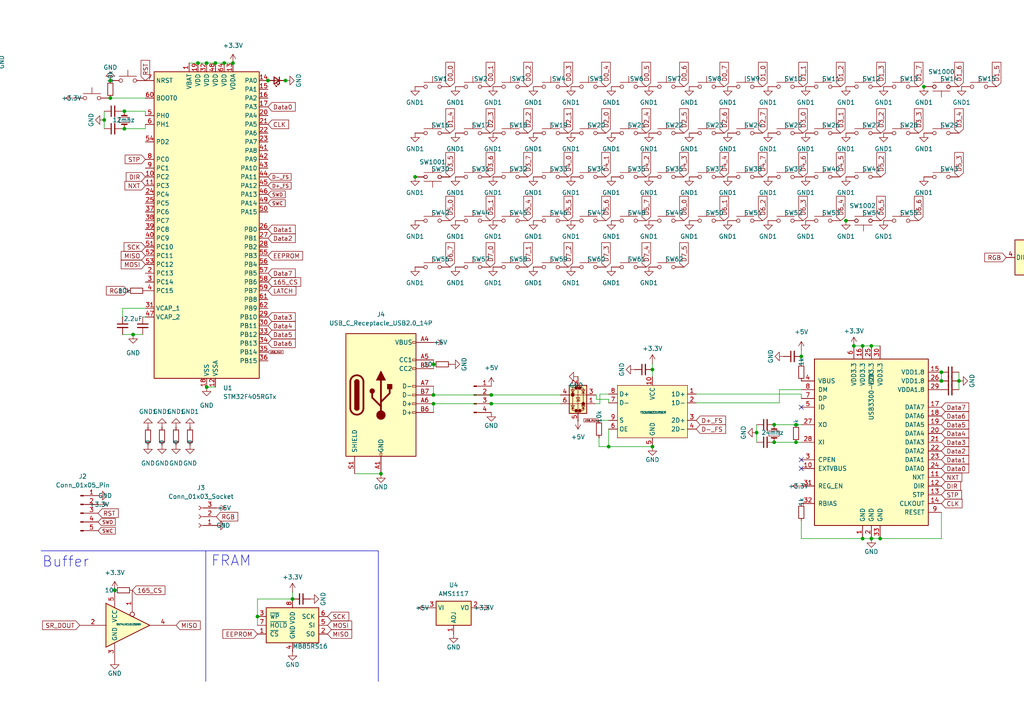
<source format=kicad_sch>
(kicad_sch (version 20240812) (generator "eeschema") (generator_version "8.99")
  (paper "A4")
  (lib_symbols
    (symbol "74xGxx:SN74LVC1G125DBV"
      (property "Reference" "U" (at -10.16 7.62 0))
      (property "Value" "SN74LVC1G125DBV" (at 2.54 -7.62 0))
      (symbol "SN74LVC1G125DBV_1_1"
        (pin input line (at -15.24 0 0) (length 7.62) (name "~") (number "2"))
        (pin power_in line (at -5.08 10.16 270) (length 5.08) (name "VCC") (number "5"))
        (pin power_in line (at -5.08 -10.16 90) (length 5.08) (name "GND") (number "3"))
        (pin input inverted (at 0 10.16 270) (length 7.62) (name "~") (number "1"))
        (pin tri_state line (at 12.7 0 180) (length 7.62) (name "~") (number "4"))
      )
    )
    (symbol "74xx:74HC165"
      (property "Reference" "U" (at -7.62 19.05 0))
      (property "Value" "74HC165" (at -7.62 -21.59 0))
      (symbol "74HC165_1_0"
        (pin input line (at -12.7 15.24 0) (length 5.08) (name "DS") (number "10"))
        (pin input line (at -12.7 12.7 0) (length 5.08) (name "D0") (number "11"))
        (pin input line (at -12.7 10.16 0) (length 5.08) (name "D1") (number "12"))
        (pin input line (at -12.7 7.62 0) (length 5.08) (name "D2") (number "13"))
        (pin input line (at -12.7 5.08 0) (length 5.08) (name "D3") (number "14"))
        (pin input line (at -12.7 2.54 0) (length 5.08) (name "D4") (number "3"))
        (pin input line (at -12.7 0 0) (length 5.08) (name "D5") (number "4"))
        (pin input line (at -12.7 -2.54 0) (length 5.08) (name "D6") (number "5"))
        (pin input line (at -12.7 -5.08 0) (length 5.08) (name "D7") (number "6"))
        (pin input line (at -12.7 -10.16 0) (length 5.08) (name "~{PL}") (number "1"))
        (pin input line (at -12.7 -15.24 0) (length 5.08) (name "CP") (number "2"))
        (pin input line (at -12.7 -17.78 0) (length 5.08) (name "~{CE}") (number "15"))
        (pin power_in line (at 0 22.86 270) (length 5.08) (name "VCC") (number "16"))
        (pin power_in line (at 0 -25.4 90) (length 5.08) (name "GND") (number "8"))
        (pin output line (at 12.7 15.24 180) (length 5.08) (name "Q7") (number "9"))
        (pin output line (at 12.7 12.7 180) (length 5.08) (name "~{Q7}") (number "7"))
      )
    )
    (symbol "Connector:Conn_01x03_Socket" (pin_names (offset 1.016) hide)
      (property "Reference" "J" (at 0 5.08 0))
      (property "Value" "Conn_01x03_Socket" (at 0 -5.08 0))
      (symbol "Conn_01x03_Socket_1_1"
        (pin passive line (at -5.08 2.54 0) (length 3.81) (name "Pin_1") (number "1"))
        (pin passive line (at -5.08 0 0) (length 3.81) (name "Pin_2") (number "2"))
        (pin passive line (at -5.08 -2.54 0) (length 3.81) (name "Pin_3") (number "3"))
      )
    )
    (symbol "Connector:Conn_01x04_Pin" (pin_names (offset 1.016) hide)
      (property "Reference" "J" (at 0 5.08 0))
      (property "Value" "Conn_01x04_Pin" (at 0 -7.62 0))
      (symbol "Conn_01x04_Pin_1_1"
        (pin passive line (at 5.08 2.54 180) (length 3.81) (name "Pin_1") (number "1"))
        (pin passive line (at 5.08 0 180) (length 3.81) (name "Pin_2") (number "2"))
        (pin passive line (at 5.08 -2.54 180) (length 3.81) (name "Pin_3") (number "3"))
        (pin passive line (at 5.08 -5.08 180) (length 3.81) (name "Pin_4") (number "4"))
      )
    )
    (symbol "Connector:Conn_01x05_Pin" (pin_names (offset 1.016) hide)
      (property "Reference" "J" (at 0 7.62 0))
      (property "Value" "Conn_01x05_Pin" (at 0 -7.62 0))
      (symbol "Conn_01x05_Pin_1_1"
        (pin passive line (at 5.08 5.08 180) (length 3.81) (name "Pin_1") (number "1"))
        (pin passive line (at 5.08 2.54 180) (length 3.81) (name "Pin_2") (number "2"))
        (pin passive line (at 5.08 0 180) (length 3.81) (name "Pin_3") (number "3"))
        (pin passive line (at 5.08 -2.54 180) (length 3.81) (name "Pin_4") (number "4"))
        (pin passive line (at 5.08 -5.08 180) (length 3.81) (name "Pin_5") (number "5"))
      )
    )
    (symbol "Connector:USB_C_Receptacle_USB2.0_14P" (pin_names (offset 1.016))
      (property "Reference" "J" (at 0 22.225 0))
      (property "Value" "USB_C_Receptacle_USB2.0_14P" (at 0 19.685 0))
      (symbol "USB_C_Receptacle_USB2.0_14P_1_1"
        (pin passive line (at -7.62 -22.86 90) (length 5.08) (name "SHIELD") (number "S1"))
        (pin passive line (at 0 -22.86 90) (length 5.08) (name "GND") (number "A1"))
        (pin passive line (at 0 -22.86 90) (length 5.08) hide (name "GND") (number "A12"))
        (pin passive line (at 0 -22.86 90) (length 5.08) hide (name "GND") (number "B1"))
        (pin passive line (at 0 -22.86 90) (length 5.08) hide (name "GND") (number "B12"))
        (pin passive line (at 15.24 15.24 180) (length 5.08) (name "VBUS") (number "A4"))
        (pin passive line (at 15.24 15.24 180) (length 5.08) hide (name "VBUS") (number "A9"))
        (pin passive line (at 15.24 15.24 180) (length 5.08) hide (name "VBUS") (number "B4"))
        (pin passive line (at 15.24 15.24 180) (length 5.08) hide (name "VBUS") (number "B9"))
        (pin bidirectional line (at 15.24 10.16 180) (length 5.08) (name "CC1") (number "A5"))
        (pin bidirectional line (at 15.24 7.62 180) (length 5.08) (name "CC2") (number "B5"))
        (pin bidirectional line (at 15.24 2.54 180) (length 5.08) (name "D-") (number "A7"))
        (pin bidirectional line (at 15.24 0 180) (length 5.08) (name "D-") (number "B7"))
        (pin bidirectional line (at 15.24 -2.54 180) (length 5.08) (name "D+") (number "A6"))
        (pin bidirectional line (at 15.24 -5.08 180) (length 5.08) (name "D+") (number "B6"))
      )
    )
    (symbol "Device:C_Small" (pin_numbers hide) (pin_names (offset 0.254) hide)
      (property "Reference" "C" (at 0.254 1.778 0))
      (property "Value" "C_Small" (at 0.254 -2.032 0))
      (symbol "C_Small_1_1"
        (pin passive line (at 0 2.54 270) (length 2.032) (name "~") (number "1"))
        (pin passive line (at 0 -2.54 90) (length 2.032) (name "~") (number "2"))
      )
    )
    (symbol "Device:Crystal_Small" (pin_numbers hide) (pin_names (offset 1.016) hide)
      (property "Reference" "Y" (at 0 2.54 0))
      (property "Value" "Crystal_Small" (at 0 -2.54 0))
      (symbol "Crystal_Small_1_1"
        (pin passive line (at -2.54 0 0) (length 1.27) (name "1") (number "1"))
        (pin passive line (at 2.54 0 180) (length 1.27) (name "2") (number "2"))
      )
    )
    (symbol "Device:LED_Small" (pin_numbers hide) (pin_names (offset 0.254) hide)
      (property "Reference" "D" (at -1.27 3.175 0))
      (property "Value" "LED_Small" (at -4.445 -2.54 0))
      (symbol "LED_Small_1_1"
        (pin passive line (at -2.54 0 0) (length 1.778) (name "K") (number "1"))
        (pin passive line (at 2.54 0 180) (length 1.778) (name "A") (number "2"))
      )
    )
    (symbol "Device:R_Pack08" (pin_names (offset 0) hide)
      (property "Reference" "RN" (at -12.7 0 90))
      (property "Value" "R_Pack08" (at 10.16 0 90))
      (symbol "R_Pack08_1_1"
        (pin passive line (at -10.16 5.08 270) (length 2.54) (name "R1.2") (number "16"))
        (pin passive line (at -10.16 -5.08 90) (length 2.54) (name "R1.1") (number "1"))
        (pin passive line (at -7.62 5.08 270) (length 2.54) (name "R2.2") (number "15"))
        (pin passive line (at -7.62 -5.08 90) (length 2.54) (name "R2.1") (number "2"))
        (pin passive line (at -5.08 5.08 270) (length 2.54) (name "R3.2") (number "14"))
        (pin passive line (at -5.08 -5.08 90) (length 2.54) (name "R3.1") (number "3"))
        (pin passive line (at -2.54 5.08 270) (length 2.54) (name "R4.2") (number "13"))
        (pin passive line (at -2.54 -5.08 90) (length 2.54) (name "R4.1") (number "4"))
        (pin passive line (at 0 5.08 270) (length 2.54) (name "R5.2") (number "12"))
        (pin passive line (at 0 -5.08 90) (length 2.54) (name "R5.1") (number "5"))
        (pin passive line (at 2.54 5.08 270) (length 2.54) (name "R6.2") (number "11"))
        (pin passive line (at 2.54 -5.08 90) (length 2.54) (name "R6.1") (number "6"))
        (pin passive line (at 5.08 5.08 270) (length 2.54) (name "R7.2") (number "10"))
        (pin passive line (at 5.08 -5.08 90) (length 2.54) (name "R7.1") (number "7"))
        (pin passive line (at 7.62 5.08 270) (length 2.54) (name "R8.2") (number "9"))
        (pin passive line (at 7.62 -5.08 90) (length 2.54) (name "R8.1") (number "8"))
      )
    )
    (symbol "Device:R_Small" (pin_numbers hide) (pin_names (offset 0.254) hide)
      (property "Reference" "R" (at 0.762 0.508 0))
      (property "Value" "R_Small" (at 0.762 -1.016 0))
      (symbol "R_Small_1_1"
        (pin passive line (at 0 2.54 270) (length 0.762) (name "~") (number "1"))
        (pin passive line (at 0 -2.54 90) (length 0.762) (name "~") (number "2"))
      )
    )
    (symbol "Interface_USB:USB3300-EZK" (pin_names (offset 1.016))
      (property "Reference" "U" (at 0 1.27 0))
      (property "Value" "USB3300-EZK" (at 0 -1.27 0))
      (symbol "USB3300-EZK_1_1"
        (pin power_in line (at -20.32 17.78 0) (length 3.81) (name "VBUS") (number "4"))
        (pin bidirectional line (at -20.32 15.24 0) (length 3.81) (name "DM") (number "8"))
        (pin bidirectional line (at -20.32 12.7 0) (length 3.81) (name "DP") (number "7"))
        (pin input line (at -20.32 10.16 0) (length 3.81) (name "ID") (number "5"))
        (pin output line (at -20.32 5.08 0) (length 3.81) (name "XO") (number "27"))
        (pin input line (at -20.32 0 0) (length 3.81) (name "XI") (number "28"))
        (pin output line (at -20.32 -5.08 0) (length 3.81) (name "CPEN") (number "3"))
        (pin input line (at -20.32 -7.62 0) (length 3.81) (name "EXTVBUS") (number "10"))
        (pin bidirectional line (at -20.32 -12.7 0) (length 3.81) (name "REG_EN") (number "31"))
        (pin passive line (at -20.32 -17.78 0) (length 3.81) (name "RBIAS") (number "32"))
        (pin power_in line (at -5.08 27.94 270) (length 3.81) (name "VDD3.3") (number "6"))
        (pin power_in line (at -2.54 27.94 270) (length 3.81) (name "VDD3.3") (number "16"))
        (pin power_in line (at -2.54 -27.94 90) (length 3.81) (name "GND") (number "1"))
        (pin power_in line (at 0 27.94 270) (length 3.81) (name "VDD3.3") (number "25"))
        (pin power_in line (at 0 -27.94 90) (length 3.81) (name "GND") (number "2"))
        (pin power_in line (at 2.54 27.94 270) (length 3.81) (name "VDD3.3") (number "30"))
        (pin power_in line (at 2.54 -27.94 90) (length 3.81) (name "GND") (number "33"))
        (pin power_out line (at 20.32 20.32 180) (length 3.81) (name "VDD1.8") (number "15"))
        (pin power_out line (at 20.32 17.78 180) (length 3.81) (name "VDD1.8") (number "26"))
        (pin power_out line (at 20.32 15.24 180) (length 3.81) (name "VDDA1.8") (number "29"))
        (pin bidirectional line (at 20.32 10.16 180) (length 3.81) (name "DATA7") (number "17"))
        (pin bidirectional line (at 20.32 7.62 180) (length 3.81) (name "DATA6") (number "18"))
        (pin bidirectional line (at 20.32 5.08 180) (length 3.81) (name "DATA5") (number "19"))
        (pin bidirectional line (at 20.32 2.54 180) (length 3.81) (name "DATA4") (number "20"))
        (pin bidirectional line (at 20.32 0 180) (length 3.81) (name "DATA3") (number "21"))
        (pin bidirectional line (at 20.32 -2.54 180) (length 3.81) (name "DATA2") (number "22"))
        (pin bidirectional line (at 20.32 -5.08 180) (length 3.81) (name "DATA1") (number "23"))
        (pin bidirectional line (at 20.32 -7.62 180) (length 3.81) (name "DATA0") (number "24"))
        (pin output line (at 20.32 -10.16 180) (length 3.81) (name "NXT") (number "11"))
        (pin output line (at 20.32 -12.7 180) (length 3.81) (name "DIR") (number "12"))
        (pin input line (at 20.32 -15.24 180) (length 3.81) (name "STP") (number "13"))
        (pin output line (at 20.32 -17.78 180) (length 3.81) (name "CLKOUT") (number "14"))
        (pin input line (at 20.32 -20.32 180) (length 3.81) (name "RESET") (number "9"))
      )
    )
    (symbol "LED:WS2812B" (pin_names (offset 0.254))
      (property "Reference" "D" (at 5.08 5.715 0))
      (property "Value" "WS2812B" (at 1.27 -5.715 0))
      (symbol "WS2812B_0_0"
        (text "RGB" (at 2.286 -4.191 0) (effects (font (size 0.762 0.762))))
      )
      (symbol "WS2812B_1_1"
        (pin input line (at -7.62 0 0) (length 2.54) (name "DIN") (number "4"))
        (pin power_in line (at 0 7.62 270) (length 2.54) (name "VDD") (number "1"))
        (pin power_in line (at 0 -7.62 90) (length 2.54) (name "VSS") (number "3"))
        (pin output line (at 7.62 0 180) (length 2.54) (name "DOUT") (number "2"))
      )
    )
    (symbol "MCU_ST_STM32F4:STM32F405RGTx"
      (property "Reference" "U" (at -15.24 46.99 0))
      (property "Value" "STM32F405RGTx" (at 10.16 46.99 0))
      (symbol "STM32F405RGTx_1_1"
        (pin input line (at -17.78 43.18 0) (length 2.54) (name "NRST") (number "7"))
        (pin input line (at -17.78 38.1 0) (length 2.54) (name "BOOT0") (number "60"))
        (pin bidirectional line (at -17.78 33.02 0) (length 2.54) (name "PH0") (number "5"))
        (pin bidirectional line (at -17.78 30.48 0) (length 2.54) (name "PH1") (number "6"))
        (pin bidirectional line (at -17.78 25.4 0) (length 2.54) (name "PD2") (number "54"))
        (pin bidirectional line (at -17.78 20.32 0) (length 2.54) (name "PC0") (number "8"))
        (pin bidirectional line (at -17.78 17.78 0) (length 2.54) (name "PC1") (number "9"))
        (pin bidirectional line (at -17.78 15.24 0) (length 2.54) (name "PC2") (number "10"))
        (pin bidirectional line (at -17.78 12.7 0) (length 2.54) (name "PC3") (number "11"))
        (pin bidirectional line (at -17.78 10.16 0) (length 2.54) (name "PC4") (number "24"))
        (pin bidirectional line (at -17.78 7.62 0) (length 2.54) (name "PC5") (number "25"))
        (pin bidirectional line (at -17.78 5.08 0) (length 2.54) (name "PC6") (number "37"))
        (pin bidirectional line (at -17.78 2.54 0) (length 2.54) (name "PC7") (number "38"))
        (pin bidirectional line (at -17.78 0 0) (length 2.54) (name "PC8") (number "39"))
        (pin bidirectional line (at -17.78 -2.54 0) (length 2.54) (name "PC9") (number "40"))
        (pin bidirectional line (at -17.78 -5.08 0) (length 2.54) (name "PC10") (number "51"))
        (pin bidirectional line (at -17.78 -7.62 0) (length 2.54) (name "PC11") (number "52"))
        (pin bidirectional line (at -17.78 -10.16 0) (length 2.54) (name "PC12") (number "53"))
        (pin bidirectional line (at -17.78 -12.7 0) (length 2.54) (name "PC13") (number "2"))
        (pin bidirectional line (at -17.78 -15.24 0) (length 2.54) (name "PC14") (number "3"))
        (pin bidirectional line (at -17.78 -17.78 0) (length 2.54) (name "PC15") (number "4"))
        (pin power_out line (at -17.78 -22.86 0) (length 2.54) (name "VCAP_1") (number "31"))
        (pin power_out line (at -17.78 -25.4 0) (length 2.54) (name "VCAP_2") (number "47"))
        (pin power_in line (at -5.08 48.26 270) (length 2.54) (name "VBAT") (number "1"))
        (pin power_in line (at -2.54 48.26 270) (length 2.54) (name "VDD") (number "19"))
        (pin power_in line (at 0 48.26 270) (length 2.54) (name "VDD") (number "32"))
        (pin power_in line (at 0 -45.72 90) (length 2.54) (name "VSS") (number "18"))
        (pin passive line (at 0 -45.72 90) (length 2.54) hide (name "VSS") (number "63"))
        (pin power_in line (at 2.54 48.26 270) (length 2.54) (name "VDD") (number "48"))
        (pin power_in line (at 2.54 -45.72 90) (length 2.54) (name "VSSA") (number "12"))
        (pin power_in line (at 5.08 48.26 270) (length 2.54) (name "VDD") (number "64"))
        (pin power_in line (at 7.62 48.26 270) (length 2.54) (name "VDDA") (number "13"))
        (pin bidirectional line (at 17.78 43.18 180) (length 2.54) (name "PA0") (number "14"))
        (pin bidirectional line (at 17.78 40.64 180) (length 2.54) (name "PA1") (number "15"))
        (pin bidirectional line (at 17.78 38.1 180) (length 2.54) (name "PA2") (number "16"))
        (pin bidirectional line (at 17.78 35.56 180) (length 2.54) (name "PA3") (number "17"))
        (pin bidirectional line (at 17.78 33.02 180) (length 2.54) (name "PA4") (number "20"))
        (pin bidirectional line (at 17.78 30.48 180) (length 2.54) (name "PA5") (number "21"))
        (pin bidirectional line (at 17.78 27.94 180) (length 2.54) (name "PA6") (number "22"))
        (pin bidirectional line (at 17.78 25.4 180) (length 2.54) (name "PA7") (number "23"))
        (pin bidirectional line (at 17.78 22.86 180) (length 2.54) (name "PA8") (number "41"))
        (pin bidirectional line (at 17.78 20.32 180) (length 2.54) (name "PA9") (number "42"))
        (pin bidirectional line (at 17.78 17.78 180) (length 2.54) (name "PA10") (number "43"))
        (pin bidirectional line (at 17.78 15.24 180) (length 2.54) (name "PA11") (number "44"))
        (pin bidirectional line (at 17.78 12.7 180) (length 2.54) (name "PA12") (number "45"))
        (pin bidirectional line (at 17.78 10.16 180) (length 2.54) (name "PA13") (number "46"))
        (pin bidirectional line (at 17.78 7.62 180) (length 2.54) (name "PA14") (number "49"))
        (pin bidirectional line (at 17.78 5.08 180) (length 2.54) (name "PA15") (number "50"))
        (pin bidirectional line (at 17.78 0 180) (length 2.54) (name "PB0") (number "26"))
        (pin bidirectional line (at 17.78 -2.54 180) (length 2.54) (name "PB1") (number "27"))
        (pin bidirectional line (at 17.78 -5.08 180) (length 2.54) (name "PB2") (number "28"))
        (pin bidirectional line (at 17.78 -7.62 180) (length 2.54) (name "PB3") (number "55"))
        (pin bidirectional line (at 17.78 -10.16 180) (length 2.54) (name "PB4") (number "56"))
        (pin bidirectional line (at 17.78 -12.7 180) (length 2.54) (name "PB5") (number "57"))
        (pin bidirectional line (at 17.78 -15.24 180) (length 2.54) (name "PB6") (number "58"))
        (pin bidirectional line (at 17.78 -17.78 180) (length 2.54) (name "PB7") (number "59"))
        (pin bidirectional line (at 17.78 -20.32 180) (length 2.54) (name "PB8") (number "61"))
        (pin bidirectional line (at 17.78 -22.86 180) (length 2.54) (name "PB9") (number "62"))
        (pin bidirectional line (at 17.78 -25.4 180) (length 2.54) (name "PB10") (number "29"))
        (pin bidirectional line (at 17.78 -27.94 180) (length 2.54) (name "PB11") (number "30"))
        (pin bidirectional line (at 17.78 -30.48 180) (length 2.54) (name "PB12") (number "33"))
        (pin bidirectional line (at 17.78 -33.02 180) (length 2.54) (name "PB13") (number "34"))
        (pin bidirectional line (at 17.78 -35.56 180) (length 2.54) (name "PB14") (number "35"))
        (pin bidirectional line (at 17.78 -38.1 180) (length 2.54) (name "PB15") (number "36"))
      )
    )
    (symbol "Memory_NVRAM:MB85RS16" (pin_names (offset 1.016))
      (property "Reference" "U" (at -7.62 6.35 0))
      (property "Value" "MB85RS16" (at 1.27 6.35 0))
      (symbol "MB85RS16_1_1"
        (pin input line (at -10.16 2.54 0) (length 2.54) (name "~{WP}") (number "3"))
        (pin input line (at -10.16 0 0) (length 2.54) (name "~{HOLD}") (number "7"))
        (pin input line (at -10.16 -2.54 0) (length 2.54) (name "~{CS}") (number "1"))
        (pin power_in line (at 0 7.62 270) (length 2.54) (name "VDD") (number "8"))
        (pin power_in line (at 0 -7.62 90) (length 2.54) (name "GND") (number "4"))
        (pin input line (at 10.16 2.54 180) (length 2.54) (name "SCK") (number "6"))
        (pin input line (at 10.16 0 180) (length 2.54) (name "SI") (number "5"))
        (pin output line (at 10.16 -2.54 180) (length 2.54) (name "SO") (number "2"))
      )
    )
    (symbol "Power_Protection:USBLC6-2SC6" (pin_names hide)
      (property "Reference" "U" (at 0.635 5.715 0))
      (property "Value" "USBLC6-2SC6" (at 0.635 3.81 0))
      (symbol "USBLC6-2SC6_1_1"
        (pin passive line (at -5.08 0 0) (length 2.54) (name "I/O1") (number "1"))
        (pin passive line (at -5.08 -2.54 0) (length 2.54) (name "I/O2") (number "3"))
        (pin passive line (at 0 5.08 270) (length 2.54) (name "VBUS") (number "5"))
        (pin passive line (at 0 -7.62 90) (length 2.54) (name "GND") (number "2"))
        (pin passive line (at 5.08 0 180) (length 2.54) (name "I/O1") (number "6"))
        (pin passive line (at 5.08 -2.54 180) (length 2.54) (name "I/O2") (number "4"))
      )
    )
    (symbol "Regulator_Linear:AMS1117"
      (property "Reference" "U" (at -3.81 3.175 0))
      (property "Value" "AMS1117" (at 0 3.175 0))
      (symbol "AMS1117_1_1"
        (pin power_in line (at -7.62 0 0) (length 2.54) (name "VI") (number "3"))
        (pin input line (at 0 -7.62 90) (length 2.54) (name "ADJ") (number "1"))
        (pin power_out line (at 7.62 0 180) (length 2.54) (name "VO") (number "2"))
      )
    )
    (symbol "Switch:SW_Push" (pin_numbers hide) (pin_names (offset 1.016) hide)
      (property "Reference" "SW" (at 1.27 2.54 0))
      (property "Value" "SW_Push" (at 0 -1.524 0))
      (symbol "SW_Push_0_1"
        (pin passive line (at -5.08 0 0) (length 2.54) (name "1") (number "1"))
        (pin passive line (at 5.08 0 180) (length 2.54) (name "2") (number "2"))
      )
    )
    (symbol "power:+3.3V" (power) (pin_numbers hide) (pin_names (offset 0) hide)
      (property "Value" "+3.3V" (at 0 3.556 0))
      (symbol "+3.3V_1_1"
        (pin power_in line (at 0 0 90) (length 0) (name "~") (number "1"))
      )
    )
    (symbol "power:+5V" (power) (pin_numbers hide) (pin_names (offset 0) hide)
      (property "Value" "+5V" (at 0 3.556 0))
      (symbol "+5V_1_1"
        (pin power_in line (at 0 0 90) (length 0) (name "~") (number "1"))
      )
    )
    (symbol "power:GND" (power) (pin_numbers hide) (pin_names (offset 0) hide)
      (property "Value" "GND" (at 0 -3.81 0))
      (symbol "GND_1_1"
        (pin power_in line (at 0 0 270) (length 0) (name "~") (number "1"))
      )
    )
    (symbol "power:GND1" (power) (pin_numbers hide) (pin_names (offset 0) hide)
      (property "Value" "GND1" (at 0 -3.81 0))
      (symbol "GND1_1_1"
        (pin power_in line (at 0 0 270) (length 0) (name "~") (number "1"))
      )
    )
    (symbol "stm32f072:TS3USB221RSER"
      (property "Reference" "U2" (at 2.0194 -12.7 0))
      (property "Value" "TS3USB221RSER" (at 2.0194 -10.16 0))
      (symbol "TS3USB221RSER_1_1"
        (pin input line (at -12.7 5.08 0) (length 2.54) (name "D+") (number "8"))
        (pin input line (at -12.7 2.54 0) (length 2.54) (name "D-") (number "7"))
        (pin input line (at -12.7 -2.54 0) (length 2.54) (name "S") (number "9"))
        (pin input line (at -12.7 -5.08 0) (length 2.54) (name "OE") (number "6"))
        (pin input line (at 0 10.16 270) (length 2.54) (name "VCC") (number "10"))
        (pin input line (at 0 -10.16 90) (length 2.54) (name "GND") (number "5"))
        (pin input line (at 12.7 5.08 180) (length 2.54) (name "1D+") (number "1"))
        (pin input line (at 12.7 2.54 180) (length 2.54) (name "1D-") (number "2"))
        (pin input line (at 12.7 -2.54 180) (length 2.54) (name "2D+") (number "3"))
        (pin input line (at 12.7 -5.08 180) (length 2.54) (name "2D-") (number "4"))
      )
    )
  )
  (text "FRAM\n" (at 67.056 162.814 0) (effects (font (size 3 3))))
  (text "Buffer\n" (at 19.05 163.068 0) (effects (font (size 3 3))))
  (junction (at 497.586 67.056))
  (junction (at 224.282 275.336))
  (junction (at -3.302 21.59))
  (junction (at 322.834 250.698))
  (junction (at -3.302 42.926))
  (junction (at -0.508 280.67))
  (junction (at -3.302 46.482))
  (junction (at 345.186 67.056))
  (junction (at -3.302 50.038))
  (junction (at 230.886 128.27))
  (junction (at 467.106 67.056))
  (junction (at 43.434 293.624))
  (junction (at 273.05 107.95))
  (junction (at 121.412 305.308))
  (junction (at 244.348 238.252))
  (junction (at 84.836 173.736))
  (junction (at -8.382 53.594))
  (junction (at 87.376 305.308))
  (junction (at -5.588 280.67))
  (junction (at -3.302 25.146))
  (junction (at 161.29 251.714))
  (junction (at 23.368 329.438))
  (junction (at 119.126 276.352))
  (junction (at 273.304 238.252))
  (junction (at 250.19 156.21))
  (junction (at 134.366 276.352))
  (junction (at -3.048 280.67))
  (junction (at 121.412 354.076))
  (junction (at 192.786 226.568))
  (junction (at 314.706 67.056))
  (junction (at 436.626 82.296))
  (junction (at 224.536 128.27))
  (junction (at 451.866 67.056))
  (junction (at -13.208 280.67))
  (junction (at 322.834 299.466))
  (junction (at -8.382 35.814))
  (junction (at -8.382 28.702))
  (junction (at 32.004 28.448))
  (junction (at 84.836 305.308))
  (junction (at 176.53 129.54))
  (junction (at 155.702 325.12))
  (junction (at 35.814 293.624))
  (junction (at -3.302 32.258))
  (junction (at 224.282 226.568))
  (junction (at 251.968 238.252))
  (junction (at 32.004 23.368))
  (junction (at 512.826 67.056))
  (junction (at 245.364 64.008))
  (junction (at 57.404 18.288))
  (junction (at 189.23 129.54))
  (junction (at 286.258 250.698))
  (junction (at -3.302 35.814))
  (junction (at 163.83 251.714))
  (junction (at 67.564 18.288))
  (junction (at -8.128 280.67))
  (junction (at 82.804 23.368))
  (junction (at 267.97 25.146))
  (junction (at 190.246 300.482))
  (junction (at 72.39 342.392))
  (junction (at 125.73 105.664))
  (junction (at 187.706 226.568))
  (junction (at 273.05 110.49))
  (junction (at 92.456 305.308))
  (junction (at 291.338 250.698))
  (junction (at 252.73 156.21))
  (junction (at -8.382 18.034))
  (junction (at 40.894 293.624))
  (junction (at -8.382 50.038))
  (junction (at 156.21 251.714))
  (junction (at -8.382 42.926))
  (junction (at 110.49 137.414))
  (junction (at 298.958 250.698))
  (junction (at 329.946 67.056))
  (junction (at 129.286 276.352))
  (junction (at 45.974 293.624))
  (junction (at 288.798 250.698))
  (junction (at 94.996 305.308))
  (junction (at 451.866 82.296))
  (junction (at 390.906 82.296))
  (junction (at 224.536 123.19))
  (junction (at 62.484 18.288))
  (junction (at -8.382 25.146))
  (junction (at 558.546 67.056))
  (junction (at -3.302 57.15))
  (junction (at 153.67 251.714))
  (junction (at 36.068 37.338))
  (junction (at 166.37 251.714))
  (junction (at 230.886 123.19))
  (junction (at 375.666 82.296))
  (junction (at 189.23 107.188))
  (junction (at 482.346 67.056))
  (junction (at 482.346 82.296))
  (junction (at -10.668 280.67))
  (junction (at 299.466 82.296))
  (junction (at 125.73 114.554))
  (junction (at 512.826 82.296))
  (junction (at 299.466 67.056))
  (junction (at 142.494 114.554))
  (junction (at 126.746 276.352))
  (junction (at 120.396 51.308))
  (junction (at 293.878 250.698))
  (junction (at 543.306 82.296))
  (junction (at 2.032 280.67))
  (junction (at 51.054 293.624))
  (junction (at 558.546 82.296))
  (junction (at 239.268 238.252))
  (junction (at 97.536 305.308))
  (junction (at 30.226 34.798))
  (junction (at 197.866 226.568))
  (junction (at 252.73 100.33))
  (junction (at -3.302 28.702))
  (junction (at 406.146 82.296))
  (junction (at 59.944 18.288))
  (junction (at 72.39 293.624))
  (junction (at 375.666 67.056))
  (junction (at 59.944 112.268))
  (junction (at 202.946 226.568))
  (junction (at 329.946 82.296))
  (junction (at -3.302 39.37))
  (junction (at 219.456 125.476))
  (junction (at 421.386 82.296))
  (junction (at 301.498 250.698))
  (junction (at -8.382 21.59))
  (junction (at -8.382 32.258))
  (junction (at 436.626 67.056))
  (junction (at 296.418 250.698))
  (junction (at 190.246 226.568))
  (junction (at -3.302 18.034))
  (junction (at 168.91 251.714))
  (junction (at 249.428 238.252))
  (junction (at 360.426 82.296))
  (junction (at -3.302 53.594))
  (junction (at -8.382 46.482))
  (junction (at 158.75 251.714))
  (junction (at 195.326 226.568))
  (junction (at 467.106 82.296))
  (junction (at 247.65 100.33))
  (junction (at 543.306 67.056))
  (junction (at 74.676 178.816))
  (junction (at 36.068 32.258))
  (junction (at 255.27 156.21))
  (junction (at 23.368 280.67))
  (junction (at 246.888 238.252))
  (junction (at 125.73 117.094))
  (junction (at 124.206 276.352))
  (junction (at 232.41 103.378))
  (junction (at 121.666 276.352))
  (junction (at 38.354 293.624))
  (junction (at 33.274 171.196))
  (junction (at 528.066 67.056))
  (junction (at 241.808 238.252))
  (junction (at 528.066 82.296))
  (junction (at 314.706 82.296))
  (junction (at 360.426 67.056))
  (junction (at -8.382 39.37))
  (junction (at 190.246 251.714))
  (junction (at 273.304 287.02))
  (junction (at 497.586 82.296))
  (junction (at 131.826 276.352))
  (junction (at 200.406 226.568))
  (junction (at 390.906 67.056))
  (junction (at 155.702 276.352))
  (junction (at 142.494 117.094))
  (junction (at 65.024 18.288))
  (junction (at 406.146 67.056))
  (junction (at 38.608 97.028))
  (junction (at 345.186 82.296))
  (junction (at 100.076 305.308))
  (junction (at 89.916 305.308))
  (junction (at 421.386 67.056))
  (junction (at 77.724 23.368))
  (junction (at 278.13 110.49))
  (junction (at -8.382 57.15))
  (junction (at 48.514 293.624))
  (junction (at 236.728 238.252))
  (junction (at 250.19 100.33))
  (no_connect (at 85.09 304.038))
  (no_connect (at 168.402 286.766))
  (no_connect (at 232.41 118.11))
  (no_connect (at 134.112 315.722))
  (no_connect (at 286.004 248.666))
  (no_connect (at 232.41 133.35))
  (no_connect (at 236.982 236.982))
  (no_connect (at 335.534 261.112))
  (no_connect (at 232.41 135.89))
  (no_connect (at 36.068 291.084))
  (no_connect (at 202.946 262.128))
  (wire (pts (xy 273.05 107.95) (xy 273.05 110.49)))
  (wire (pts (xy 59.69 301.498) (xy 59.69 294.894)))
  (wire (pts (xy 10.668 329.438) (xy 23.368 329.438)))
  (wire (pts (xy 35.814 293.624) (xy 38.354 293.624)))
  (wire (pts (xy 421.386 67.056) (xy 436.626 67.056)))
  (wire (pts (xy 108.712 270.002) (xy 168.402 270.002)))
  (wire (pts (xy 190.246 300.736) (xy 190.246 300.482)))
  (wire (pts (xy 155.702 325.12) (xy 155.702 324.866)))
  (wire (pts (xy 59.944 112.268) (xy 62.484 112.268)))
  (wire (pts (xy 121.412 305.308) (xy 121.412 305.562)))
  (wire (pts (xy -8.382 28.702) (xy -8.382 32.258)))
  (wire (pts (xy 10.668 321.564) (xy 10.668 329.438)))
  (wire (pts (xy 224.282 226.568) (xy 224.282 226.822)))
  (wire (pts (xy 134.112 294.894) (xy 134.112 313.182)))
  (wire (pts (xy 143.002 325.12) (xy 155.702 325.12)))
  (wire (pts (xy 211.582 227.584) (xy 286.004 227.584)))
  (wire (pts (xy 143.002 317.246) (xy 143.002 325.12)))
  (wire (pts (xy 163.83 251.714) (xy 166.37 251.714)))
  (wire (pts (xy 176.53 129.54) (xy 189.23 129.54)))
  (wire (pts (xy 528.066 67.056) (xy 543.306 67.056)))
  (wire (pts (xy 30.226 34.798) (xy 30.226 37.338)))
  (wire (pts (xy 84.836 171.704) (xy 84.836 173.736)))
  (wire (pts (xy 224.282 275.336) (xy 224.282 275.082)))
  (wire (pts (xy 167.64 109.474) (xy 167.64 109.22)))
  (wire (pts (xy 23.368 280.67) (xy 23.368 280.924)))
  (wire (pts (xy 202.946 226.568) (xy 219.202 226.568)))
  (wire (pts (xy 451.866 67.056) (xy 467.106 67.056)))
  (wire (pts (xy 224.282 275.59) (xy 224.282 275.336)))
  (wire (pts (xy -13.208 280.67) (xy -10.668 280.67)))
  (wire (pts (xy 310.134 299.466) (xy 322.834 299.466)))
  (wire (pts (xy 84.836 305.308) (xy 87.376 305.308)))
  (wire (pts (xy 301.498 250.698) (xy 317.754 250.698)))
  (wire (pts (xy 197.866 226.568) (xy 200.406 226.568)))
  (wire (pts (xy 168.402 270.002) (xy 168.402 284.226)))
  (wire (pts (xy 436.626 82.296) (xy 451.866 82.296)))
  (wire (pts (xy 314.706 82.296) (xy 329.946 82.296)))
  (wire (pts (xy 260.604 287.02) (xy 273.304 287.02)))
  (wire (pts (xy 232.41 101.6) (xy 232.41 103.378)))
  (wire (pts (xy 299.466 67.056) (xy 314.706 67.056)))
  (wire (pts (xy 168.91 251.714) (xy 185.166 251.714)))
  (wire (pts (xy 100.076 305.308) (xy 116.332 305.308)))
  (wire (pts (xy 335.534 239.522) (xy 335.534 258.572)))
  (wire (pts (xy 202.946 245.11) (xy 202.946 259.588)))
  (wire (pts (xy 497.586 67.056) (xy 512.826 67.056)))
  (wire (pts (xy 436.626 67.056) (xy 451.866 67.056)))
  (polyline (pts (xy 59.69 159.766) (xy 109.728 159.766)))
  (wire (pts (xy -3.302 42.926) (xy -3.302 46.482)))
  (wire (pts (xy 155.702 276.352) (xy 155.702 276.606)))
  (wire (pts (xy 108.712 313.182) (xy 108.712 270.002)))
  (wire (pts (xy 190.246 226.568) (xy 192.786 226.568)))
  (wire (pts (xy 173.99 114.3) (xy 176.53 114.3)))
  (wire (pts (xy -15.748 280.67) (xy -13.208 280.67)))
  (wire (pts (xy 125.73 117.094) (xy 142.494 117.094)))
  (wire (pts (xy 35.56 91.948) (xy 35.56 89.408)))
  (wire (pts (xy 121.412 305.054) (xy 121.412 305.308)))
  (wire (pts (xy 142.494 114.554) (xy 162.56 114.554)))
  (wire (pts (xy 62.484 18.288) (xy 65.024 18.288)))
  (wire (pts (xy 35.306 37.338) (xy 36.068 37.338)))
  (wire (pts (xy 97.536 305.308) (xy 100.076 305.308)))
  (wire (pts (xy 288.798 250.698) (xy 291.338 250.698)))
  (wire (pts (xy 59.69 342.392) (xy 72.39 342.392)))
  (wire (pts (xy 291.338 250.698) (xy 293.878 250.698)))
  (wire (pts (xy -8.128 280.67) (xy -5.588 280.67)))
  (wire (pts (xy 40.894 293.624) (xy 43.434 293.624)))
  (wire (pts (xy 177.546 300.482) (xy 190.246 300.482)))
  (wire (pts (xy 172.974 114.554) (xy 172.974 115.824)))
  (wire (pts (xy 232.41 151.13) (xy 232.41 156.21)))
  (wire (pts (xy 155.702 325.374) (xy 155.702 325.12)))
  (wire (pts (xy 72.39 342.392) (xy 72.39 342.138)))
  (wire (pts (xy 360.426 67.056) (xy 375.666 67.056)))
  (wire (pts (xy 558.546 82.296) (xy 573.786 82.296)))
  (wire (pts (xy 72.39 293.37) (xy 72.39 293.624)))
  (wire (pts (xy 201.93 116.84) (xy 226.06 116.84)))
  (wire (pts (xy -3.302 50.038) (xy -3.302 53.594)))
  (wire (pts (xy -3.302 18.034) (xy -3.302 21.59)))
  (wire (pts (xy 286.258 250.698) (xy 288.798 250.698)))
  (wire (pts (xy 230.886 123.19) (xy 232.41 123.19)))
  (wire (pts (xy 23.368 329.438) (xy 23.368 329.184)))
  (wire (pts (xy 10.668 288.544) (xy 10.668 281.94)))
  (wire (pts (xy 421.386 82.296) (xy 436.626 82.296)))
  (wire (pts (xy 31.75 28.448) (xy 32.004 28.448)))
  (wire (pts (xy 390.906 82.296) (xy 406.146 82.296)))
  (wire (pts (xy 283.718 250.698) (xy 286.258 250.698)))
  (wire (pts (xy 273.304 237.998) (xy 273.304 238.252)))
  (wire (pts (xy 89.916 305.308) (xy 92.456 305.308)))
  (wire (pts (xy 59.69 294.894) (xy 134.112 294.894)))
  (wire (pts (xy 124.206 276.352) (xy 126.746 276.352)))
  (wire (pts (xy 166.37 251.714) (xy 168.91 251.714)))
  (wire (pts (xy 236.728 238.252) (xy 239.268 238.252)))
  (wire (pts (xy 273.304 238.252) (xy 273.304 238.506)))
  (wire (pts (xy -3.302 46.482) (xy -3.302 50.038)))
  (wire (pts (xy 482.346 67.056) (xy 497.586 67.056)))
  (wire (pts (xy 36.068 32.258) (xy 42.164 32.258)))
  (wire (pts (xy -3.302 32.258) (xy -3.302 35.814)))
  (wire (pts (xy 10.668 281.94) (xy 85.09 281.94)))
  (wire (pts (xy 528.066 82.296) (xy 543.306 82.296)))
  (wire (pts (xy 59.69 334.518) (xy 59.69 342.392)))
  (wire (pts (xy 211.582 267.462) (xy 211.582 275.336)))
  (wire (pts (xy 125.73 105.664) (xy 125.73 106.934)))
  (wire (pts (xy 512.826 82.296) (xy 528.066 82.296)))
  (wire (pts (xy 260.604 239.522) (xy 335.534 239.522)))
  (wire (pts (xy 322.834 250.444) (xy 322.834 250.698)))
  (wire (pts (xy 161.29 251.714) (xy 163.83 251.714)))
  (wire (pts (xy 156.21 251.714) (xy 158.75 251.714)))
  (wire (pts (xy 54.864 18.288) (xy 57.404 18.288)))
  (wire (pts (xy 190.246 251.46) (xy 190.246 251.714)))
  (wire (pts (xy 158.75 251.714) (xy 161.29 251.714)))
  (wire (pts (xy 467.106 82.296) (xy 482.346 82.296)))
  (wire (pts (xy 219.456 125.476) (xy 219.456 128.27)))
  (wire (pts (xy 108.712 354.076) (xy 121.412 354.076)))
  (wire (pts (xy -3.302 35.814) (xy -3.302 39.37)))
  (wire (pts (xy -8.382 21.59) (xy -8.382 25.146)))
  (wire (pts (xy 151.13 251.714) (xy 153.67 251.714)))
  (wire (pts (xy 155.702 276.098) (xy 155.702 276.352)))
  (wire (pts (xy -8.382 42.926) (xy -8.382 46.482)))
  (wire (pts (xy 32.004 28.448) (xy 42.164 28.448)))
  (wire (pts (xy 42.164 36.068) (xy 42.164 37.338)))
  (wire (pts (xy -8.382 53.594) (xy -8.382 57.15)))
  (wire (pts (xy 35.306 32.258) (xy 36.068 32.258)))
  (wire (pts (xy 239.268 238.252) (xy 241.808 238.252)))
  (wire (pts (xy 375.666 67.056) (xy 390.906 67.056)))
  (wire (pts (xy 278.13 107.95) (xy 278.13 110.49)))
  (wire (pts (xy 299.466 82.296) (xy 314.706 82.296)))
  (wire (pts (xy 252.73 100.33) (xy 255.27 100.33)))
  (wire (pts (xy 33.274 293.624) (xy 35.814 293.624)))
  (wire (pts (xy -3.048 280.67) (xy -0.508 280.67)))
  (wire (pts (xy 94.996 305.308) (xy 97.536 305.308)))
  (wire (pts (xy 250.19 156.21) (xy 252.73 156.21)))
  (wire (pts (xy 102.87 137.414) (xy 110.49 137.414)))
  (wire (pts (xy 65.024 18.288) (xy 67.564 18.288)))
  (wire (pts (xy 173.736 129.54) (xy 176.53 129.54)))
  (wire (pts (xy 59.944 18.288) (xy 62.484 18.288)))
  (wire (pts (xy 189.23 105.41) (xy 189.23 107.188)))
  (wire (pts (xy 278.13 110.49) (xy 278.13 113.03)))
  (wire (pts (xy 87.376 305.308) (xy 89.916 305.308)))
  (wire (pts (xy 23.368 280.416) (xy 23.368 280.67)))
  (wire (pts (xy 45.974 293.624) (xy 48.514 293.624)))
  (wire (pts (xy 173.736 121.92) (xy 176.53 121.92)))
  (wire (pts (xy 322.834 299.466) (xy 322.834 299.212)))
  (wire (pts (xy 247.65 100.33) (xy 250.19 100.33)))
  (wire (pts (xy 211.582 234.442) (xy 211.582 227.584)))
  (wire (pts (xy 74.676 173.736) (xy 84.836 173.736)))
  (wire (pts (xy 172.72 117.094) (xy 173.99 117.094)))
  (wire (pts (xy -3.302 21.59) (xy -3.302 25.146)))
  (wire (pts (xy 226.06 116.84) (xy 226.06 113.03)))
  (wire (pts (xy 119.126 276.352) (xy 121.666 276.352)))
  (wire (pts (xy -8.382 57.15) (xy -8.382 60.706)))
  (wire (pts (xy 153.67 251.714) (xy 156.21 251.714)))
  (wire (pts (xy 42.164 33.528) (xy 42.164 32.258)))
  (polyline (pts (xy 363.982 212.344) (xy -28.702 212.344)))
  (wire (pts (xy 2.032 280.67) (xy 18.288 280.67)))
  (wire (pts (xy 125.73 114.554) (xy 142.494 114.554)))
  (wire (pts (xy 232.41 103.378) (xy 232.41 105.41)))
  (wire (pts (xy 482.346 82.296) (xy 497.586 82.296)))
  (wire (pts (xy 234.188 238.252) (xy 236.728 238.252)))
  (wire (pts (xy 85.09 281.94) (xy 85.09 301.498)))
  (wire (pts (xy 252.73 156.21) (xy 255.27 156.21)))
  (wire (pts (xy 322.834 250.698) (xy 322.834 250.952)))
  (wire (pts (xy 345.186 82.296) (xy 360.426 82.296)))
  (wire (pts (xy 35.56 97.028) (xy 38.608 97.028)))
  (polyline (pts (xy -28.702 212.344) (xy -28.702 367.03)))
  (wire (pts (xy 322.834 299.72) (xy 322.834 299.466)))
  (wire (pts (xy -3.302 57.15) (xy -3.302 60.706)))
  (wire (pts (xy 329.946 67.056) (xy 345.186 67.056)))
  (wire (pts (xy 406.146 67.056) (xy 421.386 67.056)))
  (wire (pts (xy 177.546 259.588) (xy 177.546 220.218)))
  (wire (pts (xy 142.494 117.094) (xy 162.56 117.094)))
  (wire (pts (xy 35.56 89.408) (xy 42.164 89.408)))
  (polyline (pts (xy 11.938 159.766) (xy 59.69 159.766)))
  (wire (pts (xy 167.64 122.174) (xy 167.64 121.92)))
  (wire (pts (xy 255.27 156.21) (xy 273.05 156.21)))
  (wire (pts (xy 172.72 114.554) (xy 172.974 114.554)))
  (wire (pts (xy 298.958 250.698) (xy 301.498 250.698)))
  (wire (pts (xy -8.382 18.034) (xy -8.382 21.59)))
  (wire (pts (xy 189.23 107.188) (xy 189.23 109.22)))
  (wire (pts (xy 173.99 117.094) (xy 173.99 114.3)))
  (wire (pts (xy 38.354 293.624) (xy 40.894 293.624)))
  (wire (pts (xy 224.282 226.314) (xy 224.282 226.568)))
  (wire (pts (xy 173.736 127) (xy 173.736 129.54)))
  (wire (pts (xy -3.302 25.146) (xy -3.302 28.702)))
  (wire (pts (xy 116.586 276.352) (xy 119.126 276.352)))
  (wire (pts (xy 143.002 245.11) (xy 202.946 245.11)))
  (wire (pts (xy -8.382 35.814) (xy -8.382 39.37)))
  (wire (pts (xy 92.456 305.308) (xy 94.996 305.308)))
  (wire (pts (xy 250.19 100.33) (xy 252.73 100.33)))
  (wire (pts (xy 241.808 238.252) (xy 244.348 238.252)))
  (wire (pts (xy 293.878 250.698) (xy 296.418 250.698)))
  (wire (pts (xy 260.604 246.126) (xy 260.604 239.522)))
  (wire (pts (xy 251.968 238.252) (xy 268.224 238.252)))
  (wire (pts (xy 177.546 292.608) (xy 177.546 300.482)))
  (wire (pts (xy 200.406 226.568) (xy 202.946 226.568)))
  (wire (pts (xy 236.982 220.218) (xy 236.982 234.442)))
  (wire (pts (xy -8.382 46.482) (xy -8.382 50.038)))
  (wire (pts (xy 57.404 18.288) (xy 59.944 18.288)))
  (polyline (pts (xy 363.982 212.09) (xy 363.982 367.03)))
  (wire (pts (xy 192.786 226.568) (xy 195.326 226.568)))
  (wire (pts (xy 131.826 276.352) (xy 134.366 276.352)))
  (wire (pts (xy 558.546 67.056) (xy 573.786 67.056)))
  (wire (pts (xy 314.706 67.056) (xy 329.946 67.056)))
  (polyline (pts (xy 109.728 159.766) (xy 109.728 197.612)))
  (wire (pts (xy 143.002 284.226) (xy 143.002 245.11)))
  (wire (pts (xy 121.412 354.076) (xy 121.412 353.822)))
  (wire (pts (xy 286.004 227.584) (xy 286.004 246.126)))
  (wire (pts (xy 187.706 226.568) (xy 190.246 226.568)))
  (wire (pts (xy 72.39 293.624) (xy 72.39 293.878)))
  (wire (pts (xy -8.382 39.37) (xy -8.382 42.926)))
  (wire (pts (xy 273.05 148.59) (xy 273.05 156.21)))
  (wire (pts (xy 74.676 181.356) (xy 74.676 178.816)))
  (wire (pts (xy -5.588 280.67) (xy -3.048 280.67)))
  (wire (pts (xy 176.53 124.46) (xy 176.53 129.54)))
  (wire (pts (xy 177.546 220.218) (xy 236.982 220.218)))
  (wire (pts (xy -8.382 25.146) (xy -8.382 28.702)))
  (wire (pts (xy -8.382 50.038) (xy -8.382 53.594)))
  (wire (pts (xy 296.418 250.698) (xy 298.958 250.698)))
  (wire (pts (xy 224.536 128.27) (xy 230.886 128.27)))
  (wire (pts (xy 36.068 37.338) (xy 42.164 37.338)))
  (wire (pts (xy 126.746 276.352) (xy 129.286 276.352)))
  (wire (pts (xy 406.146 82.296) (xy 421.386 82.296)))
  (wire (pts (xy 512.826 67.056) (xy 528.066 67.056)))
  (wire (pts (xy 232.41 114.3) (xy 232.41 115.57)))
  (wire (pts (xy 82.296 305.308) (xy 84.836 305.308)))
  (wire (pts (xy 310.134 291.592) (xy 310.134 299.466)))
  (wire (pts (xy 360.426 82.296) (xy 375.666 82.296)))
  (wire (pts (xy 230.886 128.27) (xy 232.41 128.27)))
  (wire (pts (xy 232.41 156.21) (xy 250.19 156.21)))
  (wire (pts (xy -3.302 53.594) (xy -3.302 57.15)))
  (wire (pts (xy 224.536 123.19) (xy 230.886 123.19)))
  (wire (pts (xy 467.106 67.056) (xy 482.346 67.056)))
  (wire (pts (xy 74.676 178.816) (xy 74.676 173.736)))
  (wire (pts (xy 211.582 275.336) (xy 224.282 275.336)))
  (wire (pts (xy 329.946 82.296) (xy 345.186 82.296)))
  (wire (pts (xy 108.712 346.202) (xy 108.712 354.076)))
  (polyline (pts (xy -28.702 367.03) (xy 363.982 367.03)))
  (wire (pts (xy 451.866 82.296) (xy 467.106 82.296)))
  (wire (pts (xy 190.246 251.714) (xy 190.246 251.968)))
  (wire (pts (xy 345.186 67.056) (xy 360.426 67.056)))
  (wire (pts (xy 226.06 113.03) (xy 232.41 113.03)))
  (wire (pts (xy -0.508 280.67) (xy 2.032 280.67)))
  (wire (pts (xy 172.974 115.824) (xy 176.53 115.824)))
  (wire (pts (xy 543.306 82.296) (xy 558.546 82.296)))
  (wire (pts (xy 190.246 300.482) (xy 190.246 300.228)))
  (wire (pts (xy 201.93 114.3) (xy 232.41 114.3)))
  (wire (pts (xy 41.402 91.948) (xy 42.164 91.948)))
  (wire (pts (xy -10.668 280.67) (xy -8.128 280.67)))
  (wire (pts (xy 38.608 97.028) (xy 41.402 97.028)))
  (wire (pts (xy 125.73 117.094) (xy 125.73 119.634)))
  (wire (pts (xy 30.226 34.798) (xy 30.226 32.258)))
  (wire (pts (xy 244.348 238.252) (xy 246.888 238.252)))
  (wire (pts (xy 51.054 293.624) (xy 67.31 293.624)))
  (wire (pts (xy 121.666 276.352) (xy 124.206 276.352)))
  (wire (pts (xy 134.366 276.352) (xy 150.622 276.352)))
  (wire (pts (xy 390.906 67.056) (xy 406.146 67.056)))
  (wire (pts (xy -3.302 28.702) (xy -3.302 32.258)))
  (wire (pts (xy 375.666 82.296) (xy 390.906 82.296)))
  (wire (pts (xy 176.53 115.824) (xy 176.53 116.84)))
  (wire (pts (xy 246.888 238.252) (xy 249.428 238.252)))
  (wire (pts (xy 195.326 226.568) (xy 197.866 226.568)))
  (wire (pts (xy -3.302 39.37) (xy -3.302 42.926)))
  (wire (pts (xy 185.166 226.568) (xy 187.706 226.568)))
  (wire (pts (xy -8.382 32.258) (xy -8.382 35.814)))
  (wire (pts (xy 273.304 287.02) (xy 273.304 286.766)))
  (wire (pts (xy 43.434 293.624) (xy 45.974 293.624)))
  (wire (pts (xy 273.304 287.274) (xy 273.304 287.02)))
  (wire (pts (xy 48.514 293.624) (xy 51.054 293.624)))
  (polyline (pts (xy 59.69 197.612) (xy 59.69 159.766)))
  (wire (pts (xy 497.586 82.296) (xy 512.826 82.296)))
  (wire (pts (xy 129.286 276.352) (xy 131.826 276.352)))
  (wire (pts (xy 260.604 279.146) (xy 260.604 287.02)))
  (wire (pts (xy 125.73 112.014) (xy 125.73 114.554)))
  (wire (pts (xy 219.456 125.476) (xy 219.456 123.19)))
  (wire (pts (xy 543.306 67.056) (xy 558.546 67.056)))
  (wire (pts (xy 249.428 238.252) (xy 251.968 238.252)))
  (wire (pts (xy 125.73 104.394) (xy 125.73 105.664)))
  (global_label "D5_4" (shape input) (at 153.162 64.008 90) (property "Intersheetrefs" "${INTERSHEET_REFS}" (effects (hide yes))))
  (global_label "SR_DOUT" (shape input) (at 36.068 288.544 0) (property "Intersheetrefs" "${INTERSHEET_REFS}" (effects (hide yes))))
  (global_label "SCK" (shape input) (at 177.546 290.068 180) (property "Intersheetrefs" "${INTERSHEET_REFS}" (effects (hide yes))))
  (global_label "D5_1" (shape input) (at 211.582 239.522 180) (property "Intersheetrefs" "${INTERSHEET_REFS}" (effects (hide yes))))
  (global_label "D3_2" (shape input) (at 143.002 291.846 180) (property "Intersheetrefs" "${INTERSHEET_REFS}" (effects (hide yes))))
  (global_label "D5_1" (shape input) (at 197.866 236.728 270) (property "Intersheetrefs" "${INTERSHEET_REFS}" (effects (hide yes))))
  (global_label "D2_6" (shape input) (at 108.712 330.962 180) (property "Intersheetrefs" "${INTERSHEET_REFS}" (effects (hide yes))))
  (global_label "D2_0" (shape input) (at 108.712 315.722 180) (property "Intersheetrefs" "${INTERSHEET_REFS}" (effects (hide yes))))
  (global_label "D4_3" (shape input) (at 158.75 261.874 270) (property "Intersheetrefs" "${INTERSHEET_REFS}" (effects (hide yes))))
  (global_label "D5_4" (shape input) (at 185.166 236.728 270) (property "Intersheetrefs" "${INTERSHEET_REFS}" (effects (hide yes))))
  (global_label "D1_6" (shape input) (at 38.354 303.784 270) (property "Intersheetrefs" "${INTERSHEET_REFS}" (effects (hide yes))))
  (global_label "D0_7" (shape input) (at 210.058 25.146 90) (property "Intersheetrefs" "${INTERSHEET_REFS}" (effects (hide yes))))
  (global_label "D7_2" (shape input) (at 310.134 266.192 180) (property "Intersheetrefs" "${INTERSHEET_REFS}" (effects (hide yes))))
  (global_label "D6_3" (shape input) (at 232.918 64.008 90) (property "Intersheetrefs" "${INTERSHEET_REFS}" (effects (hide yes))))
  (global_label "D5_6" (shape input) (at 175.768 64.008 90) (property "Intersheetrefs" "${INTERSHEET_REFS}" (effects (hide yes))))
  (global_label "D3_0" (shape input) (at 232.918 38.608 90) (property "Intersheetrefs" "${INTERSHEET_REFS}" (effects (hide yes))))
  (global_label "D1_4" (shape input) (at 130.556 38.608 90) (property "Intersheetrefs" "${INTERSHEET_REFS}" (effects (hide yes))))
  (global_label "D-_FS" (shape input) (at 77.724 51.308 0) (effects (font (size 1 1))) (property "Intersheetrefs" "${INTERSHEET_REFS}" (effects (hide yes))))
  (global_label "D2_1" (shape input) (at 164.846 38.608 90) (property "Intersheetrefs" "${INTERSHEET_REFS}" (effects (hide yes))))
  (global_label "D1_6" (shape input) (at 59.69 319.278 180) (property "Intersheetrefs" "${INTERSHEET_REFS}" (effects (hide yes))))
  (global_label "D2_0" (shape input) (at 175.768 38.608 90) (property "Intersheetrefs" "${INTERSHEET_REFS}" (effects (hide yes))))
  (global_label "D1_7" (shape input) (at 59.69 321.818 180) (property "Intersheetrefs" "${INTERSHEET_REFS}" (effects (hide yes))))
  (global_label "D5_6" (shape input) (at 211.582 252.222 180) (property "Intersheetrefs" "${INTERSHEET_REFS}" (effects (hide yes))))
  (global_label "D5_2" (shape input) (at 255.524 51.308 90) (property "Intersheetrefs" "${INTERSHEET_REFS}" (effects (hide yes))))
  (global_label "D3_7" (shape input) (at 143.002 304.546 180) (property "Intersheetrefs" "${INTERSHEET_REFS}" (effects (hide yes))))
  (global_label "D7_2" (shape input) (at 298.958 260.858 270) (property "Intersheetrefs" "${INTERSHEET_REFS}" (effects (hide yes))))
  (global_label "D1_3" (shape input) (at 51.054 303.784 270) (property "Intersheetrefs" "${INTERSHEET_REFS}" (effects (hide yes))))
  (global_label "D7_3" (shape input) (at 310.134 268.732 180) (property "Intersheetrefs" "${INTERSHEET_REFS}" (effects (hide yes))))
  (global_label "NXT" (shape input) (at 42.164 53.848 180) (property "Intersheetrefs" "${INTERSHEET_REFS}" (effects (hide yes))))
  (global_label "D7_0" (shape input) (at 142.24 77.47 90) (property "Intersheetrefs" "${INTERSHEET_REFS}" (effects (hide yes))))
  (global_label "D5_3" (shape input) (at 211.582 244.602 180) (property "Intersheetrefs" "${INTERSHEET_REFS}" (effects (hide yes))))
  (global_label "D7_5" (shape input) (at 310.134 273.812 180) (property "Intersheetrefs" "${INTERSHEET_REFS}" (effects (hide yes))))
  (global_label "D3_6" (shape input) (at 142.24 51.308 90) (property "Intersheetrefs" "${INTERSHEET_REFS}" (effects (hide yes))))
  (global_label "USB_MUX" (shape input) (at 173.736 121.92 180) (effects (font (size 0.5 0.5))) (property "Intersheetrefs" "${INTERSHEET_REFS}" (effects (hide yes))))
  (global_label "D4_6" (shape input) (at 177.546 277.368 180) (property "Intersheetrefs" "${INTERSHEET_REFS}" (effects (hide yes))))
  (global_label "D6_4" (shape input) (at 243.84 64.008 90) (property "Intersheetrefs" "${INTERSHEET_REFS}" (effects (hide yes))))
  (global_label "D4_5" (shape input) (at 177.546 274.828 180) (property "Intersheetrefs" "${INTERSHEET_REFS}" (effects (hide yes))))
  (global_label "MISO" (shape input) (at 94.996 183.896 0) (property "Intersheetrefs" "${INTERSHEET_REFS}" (effects (hide yes))))
  (global_label "D2_3" (shape input) (at 100.076 315.468 270) (property "Intersheetrefs" "${INTERSHEET_REFS}" (effects (hide yes))))
  (global_label "NXT" (shape input) (at 273.05 138.43 0) (property "Intersheetrefs" "${INTERSHEET_REFS}" (effects (hide yes))))
  (global_label "Data2" (shape input) (at 77.724 69.088 0) (property "Intersheetrefs" "${INTERSHEET_REFS}" (effects (hide yes))))
  (global_label "Data4" (shape input) (at 273.05 125.73 0) (property "Intersheetrefs" "${INTERSHEET_REFS}" (effects (hide yes))))
  (global_label "D3_1" (shape input) (at 143.002 289.306 180) (property "Intersheetrefs" "${INTERSHEET_REFS}" (effects (hide yes))))
  (global_label "D7_2" (shape input) (at 164.846 77.47 90) (property "Intersheetrefs" "${INTERSHEET_REFS}" (effects (hide yes))))
  (global_label "MISO" (shape input) (at 42.164 74.168 180) (property "Intersheetrefs" "${INTERSHEET_REFS}" (effects (hide yes))))
  (global_label "Data3" (shape input) (at 77.724 91.948 0) (property "Intersheetrefs" "${INTERSHEET_REFS}" (effects (hide yes))))
  (global_label "EEPROM" (shape input) (at 77.724 74.168 0) (property "Intersheetrefs" "${INTERSHEET_REFS}" (effects (hide yes))))
  (global_label "D0_7" (shape input) (at 10.668 308.864 180) (property "Intersheetrefs" "${INTERSHEET_REFS}" (effects (hide yes))))
  (global_label "D6_7" (shape input) (at 130.556 77.47 90) (property "Intersheetrefs" "${INTERSHEET_REFS}" (effects (hide yes))))
  (global_label "D0_0" (shape input) (at 130.556 25.146 90) (property "Intersheetrefs" "${INTERSHEET_REFS}" (effects (hide yes))))
  (global_label "D2_5" (shape input) (at 108.712 328.422 180) (property "Intersheetrefs" "${INTERSHEET_REFS}" (effects (hide yes))))
  (global_label "D1_1" (shape input) (at 59.69 306.578 180) (property "Intersheetrefs" "${INTERSHEET_REFS}" (effects (hide yes))))
  (global_label "D7_4" (shape input) (at 187.452 77.47 90) (property "Intersheetrefs" "${INTERSHEET_REFS}" (effects (hide yes))))
  (global_label "D0_6" (shape input) (at 198.374 25.146 90) (property "Intersheetrefs" "${INTERSHEET_REFS}" (effects (hide yes))))
  (global_label "SCK" (shape input) (at 42.164 71.628 180) (property "Intersheetrefs" "${INTERSHEET_REFS}" (effects (hide yes))))
  (global_label "D5_0" (shape input) (at 211.582 236.982 180) (property "Intersheetrefs" "${INTERSHEET_REFS}" (effects (hide yes))))
  (global_label "D4_0" (shape input) (at 151.13 261.874 270) (property "Intersheetrefs" "${INTERSHEET_REFS}" (effects (hide yes))))
  (global_label "D4_5" (shape input) (at 243.84 51.308 90) (property "Intersheetrefs" "${INTERSHEET_REFS}" (effects (hide yes))))
  (global_label "DIR" (shape input) (at 42.164 51.308 180) (property "Intersheetrefs" "${INTERSHEET_REFS}" (effects (hide yes))))
  (global_label "D2_2" (shape input) (at 108.712 320.802 180) (property "Intersheetrefs" "${INTERSHEET_REFS}" (effects (hide yes))))
  (global_label "MOSI" (shape input) (at 42.164 76.708 180) (property "Intersheetrefs" "${INTERSHEET_REFS}" (effects (hide yes))))
  (global_label "D6_0" (shape input) (at 198.374 64.008 90) (property "Intersheetrefs" "${INTERSHEET_REFS}" (effects (hide yes))))
  (global_label "Data6" (shape input) (at 77.724 99.568 0) (property "Intersheetrefs" "${INTERSHEET_REFS}" (effects (hide yes))))
  (global_label "D5_5" (shape input) (at 211.582 249.682 180) (property "Intersheetrefs" "${INTERSHEET_REFS}" (effects (hide yes))))
  (global_label "D2_3" (shape input) (at 108.712 323.342 180) (property "Intersheetrefs" "${INTERSHEET_REFS}" (effects (hide yes))))
  (global_label "D7_0" (shape input) (at 310.134 261.112 180) (property "Intersheetrefs" "${INTERSHEET_REFS}" (effects (hide yes))))
  (global_label "Data2" (shape input) (at 273.05 130.81 0) (property "Intersheetrefs" "${INTERSHEET_REFS}" (effects (hide yes))))
  (global_label "LATCH" (shape input) (at 143.002 309.626 180) (property "Intersheetrefs" "${INTERSHEET_REFS}" (effects (hide yes))))
  (global_label "SCK" (shape input) (at 260.604 276.606 180) (property "Intersheetrefs" "${INTERSHEET_REFS}" (effects (hide yes))))
  (global_label "SCK" (shape input) (at 310.134 289.052 180) (property "Intersheetrefs" "${INTERSHEET_REFS}" (effects (hide yes))))
  (global_label "Data4" (shape input) (at 77.724 94.488 0) (property "Intersheetrefs" "${INTERSHEET_REFS}" (effects (hide yes))))
  (global_label "RGB" (shape input) (at 37.084 84.328 180) (property "Intersheetrefs" "${INTERSHEET_REFS}" (effects (hide yes))))
  (global_label "D1_0" (shape input) (at 221.234 25.146 90) (property "Intersheetrefs" "${INTERSHEET_REFS}" (effects (hide yes))))
  (global_label "Data5" (shape input) (at 273.05 123.19 0) (property "Intersheetrefs" "${INTERSHEET_REFS}" (effects (hide yes))))
  (global_label "D3_5" (shape input) (at 130.556 51.308 90) (property "Intersheetrefs" "${INTERSHEET_REFS}" (effects (hide yes))))
  (global_label "Data1" (shape input) (at 77.724 66.548 0) (property "Intersheetrefs" "${INTERSHEET_REFS}" (effects (hide yes))))
  (global_label "D4_0" (shape input) (at 164.846 51.308 90) (property "Intersheetrefs" "${INTERSHEET_REFS}" (effects (hide yes))))
  (global_label "D0_3" (shape input) (at 10.668 298.704 180) (property "Intersheetrefs" "${INTERSHEET_REFS}" (effects (hide yes))))
  (global_label "D4_3" (shape input) (at 177.546 269.748 180) (property "Intersheetrefs" "${INTERSHEET_REFS}" (effects (hide yes))))
  (global_label "D0_4" (shape input) (at -15.748 290.83 270) (property "Intersheetrefs" "${INTERSHEET_REFS}" (effects (hide yes))))
  (global_label "D2_4" (shape input) (at 82.296 315.468 270) (property "Intersheetrefs" "${INTERSHEET_REFS}" (effects (hide yes))))
  (global_label "D2_7" (shape input) (at 89.916 315.468 270) (property "Intersheetrefs" "${INTERSHEET_REFS}" (effects (hide yes))))
  (global_label "D3_7" (shape input) (at 153.162 51.308 90) (property "Intersheetrefs" "${INTERSHEET_REFS}" (effects (hide yes))))
  (global_label "Data1" (shape input) (at 273.05 133.35 0) (property "Intersheetrefs" "${INTERSHEET_REFS}" (effects (hide yes))))
  (global_label "D2_6" (shape input) (at 87.376 315.468 270) (property "Intersheetrefs" "${INTERSHEET_REFS}" (effects (hide yes))))
  (global_label "SCK" (shape input) (at 94.996 178.816 0) (property "Intersheetrefs" "${INTERSHEET_REFS}" (effects (hide yes))))
  (global_label "D6_6" (shape input) (at 260.604 263.906 180) (property "Intersheetrefs" "${INTERSHEET_REFS}" (effects (hide yes))))
  (global_label "D3_4" (shape input) (at 143.002 296.926 180) (property "Intersheetrefs" "${INTERSHEET_REFS}" (effects (hide yes))))
  (global_label "D5_2" (shape input) (at 200.406 236.728 270) (property "Intersheetrefs" "${INTERSHEET_REFS}" (effects (hide yes))))
  (global_label "D2_2" (shape input) (at 97.536 315.468 270) (property "Intersheetrefs" "${INTERSHEET_REFS}" (effects (hide yes))))
  (global_label "LATCH" (shape input) (at 310.134 283.972 180) (property "Intersheetrefs" "${INTERSHEET_REFS}" (effects (hide yes))))
  (global_label "D0_4" (shape input) (at 175.768 25.146 90) (property "Intersheetrefs" "${INTERSHEET_REFS}" (effects (hide yes))))
  (global_label "Data0" (shape input) (at 77.724 30.988 0) (property "Intersheetrefs" "${INTERSHEET_REFS}" (effects (hide yes))))
  (global_label "D2_4" (shape input) (at 187.452 38.608 90) (property "Intersheetrefs" "${INTERSHEET_REFS}" (effects (hide yes))))
  (global_label "D1_4" (shape input) (at 33.274 303.784 270) (property "Intersheetrefs" "${INTERSHEET_REFS}" (effects (hide yes))))
  (global_label "SWC" (shape input) (at 28.448 153.924 0) (effects (font (size 1 1))) (property "Intersheetrefs" "${INTERSHEET_REFS}" (effects (hide yes))))
  (global_label "STP" (shape input) (at 42.164 46.228 180) (property "Intersheetrefs" "${INTERSHEET_REFS}" (effects (hide yes))))
  (global_label "D1_2" (shape input) (at 48.514 303.784 270) (property "Intersheetrefs" "${INTERSHEET_REFS}" (effects (hide yes))))
  (global_label "LATCH" (shape input) (at 260.604 271.526 180) (property "Intersheetrefs" "${INTERSHEET_REFS}" (effects (hide yes))))
  (global_label "MISO" (shape input) (at 51.054 181.356 0) (property "Intersheetrefs" "${INTERSHEET_REFS}" (effects (hide yes))))
  (global_label "165_CS" (shape input) (at 77.724 81.788 0) (property "Intersheetrefs" "${INTERSHEET_REFS}" (effects (hide yes))))
  (global_label "USB_MUX" (shape input) (at 77.724 102.108 0) (effects (font (size 0.5 0.5))) (property "Intersheetrefs" "${INTERSHEET_REFS}" (effects (hide yes))))
  (global_label "D1_3" (shape input) (at 59.69 311.658 180) (property "Intersheetrefs" "${INTERSHEET_REFS}" (effects (hide yes))))
  (global_label "D0_1" (shape input) (at 142.24 25.146 90) (property "Intersheetrefs" "${INTERSHEET_REFS}" (effects (hide yes))))
  (global_label "D0_3" (shape input) (at 2.032 290.83 270) (property "Intersheetrefs" "${INTERSHEET_REFS}" (effects (hide yes))))
  (global_label "D5_2" (shape input) (at 211.582 242.062 180) (property "Intersheetrefs" "${INTERSHEET_REFS}" (effects (hide yes))))
  (global_label "D2_7" (shape input) (at 108.712 333.502 180) (property "Intersheetrefs" "${INTERSHEET_REFS}" (effects (hide yes))))
  (global_label "D1_6" (shape input) (at 278.13 25.146 90) (property "Intersheetrefs" "${INTERSHEET_REFS}" (effects (hide yes))))
  (global_label "D7_1" (shape input) (at 310.134 263.652 180) (property "Intersheetrefs" "${INTERSHEET_REFS}" (effects (hide yes))))
  (global_label "D4_2" (shape input) (at 156.21 261.874 270) (property "Intersheetrefs" "${INTERSHEET_REFS}" (effects (hide yes))))
  (global_label "D7_4" (shape input) (at 288.798 260.858 270) (property "Intersheetrefs" "${INTERSHEET_REFS}" (effects (hide yes))))
  (global_label "D0_6" (shape input) (at -10.668 290.83 270) (property "Intersheetrefs" "${INTERSHEET_REFS}" (effects (hide yes))))
  (global_label "D3_1" (shape input) (at 129.286 286.512 270) (property "Intersheetrefs" "${INTERSHEET_REFS}" (effects (hide yes))))
  (global_label "SCK" (shape input) (at 10.668 319.024 180) (property "Intersheetrefs" "${INTERSHEET_REFS}" (effects (hide yes))))
  (global_label "RGB" (shape input) (at 62.738 149.86 0) (property "Intersheetrefs" "${INTERSHEET_REFS}" (effects (hide yes))))
  (global_label "D4_4" (shape input) (at 177.546 272.288 180) (property "Intersheetrefs" "${INTERSHEET_REFS}" (effects (hide yes))))
  (global_label "D3_5" (shape input) (at 119.126 286.512 270) (property "Intersheetrefs" "${INTERSHEET_REFS}" (effects (hide yes))))
  (global_label "D1_7" (shape input) (at 40.894 303.784 270) (property "Intersheetrefs" "${INTERSHEET_REFS}" (effects (hide yes))))
  (global_label "LATCH" (shape input) (at 211.582 259.842 180) (property "Intersheetrefs" "${INTERSHEET_REFS}" (effects (hide yes))))
  (global_label "LATCH" (shape input) (at 59.69 326.898 180) (property "Intersheetrefs" "${INTERSHEET_REFS}" (effects (hide yes))))
  (global_label "D2_1" (shape input) (at 94.996 315.468 270) (property "Intersheetrefs" "${INTERSHEET_REFS}" (effects (hide yes))))
  (global_label "D5_6" (shape input) (at 190.246 236.728 270) (property "Intersheetrefs" "${INTERSHEET_REFS}" (effects (hide yes))))
  (global_label "STP" (shape input) (at 273.05 143.51 0) (property "Intersheetrefs" "${INTERSHEET_REFS}" (effects (hide yes))))
  (global_label "D7_3" (shape input) (at 175.768 77.47 90) (property "Intersheetrefs" "${INTERSHEET_REFS}" (effects (hide yes))))
  (global_label "D-_FS" (shape input) (at 201.93 124.46 0) (property "Intersheetrefs" "${INTERSHEET_REFS}" (effects (hide yes))))
  (global_label "D7_4" (shape input) (at 310.134 271.272 180) (property "Intersheetrefs" "${INTERSHEET_REFS}" (effects (hide yes))))
  (global_label "D6_7" (shape input) (at 260.604 266.446 180) (property "Intersheetrefs" "${INTERSHEET_REFS}" (effects (hide yes))))
  (global_label "D4_1" (shape input) (at 177.546 264.668 180) (property "Intersheetrefs" "${INTERSHEET_REFS}" (effects (hide yes))))
  (global_label "D5_3" (shape input) (at 278.13 51.308 90) (property "Intersheetrefs" "${INTERSHEET_REFS}" (effects (hide yes))))
  (global_label "D7_1" (shape input) (at 153.162 77.47 90) (property "Intersheetrefs" "${INTERSHEET_REFS}" (effects (hide yes))))
  (global_label "D3_5" (shape input) (at 143.002 299.466 180) (property "Intersheetrefs" "${INTERSHEET_REFS}" (effects (hide yes))))
  (global_label "D6_4" (shape input) (at 260.604 258.826 180) (property "Intersheetrefs" "${INTERSHEET_REFS}" (effects (hide yes))))
  (global_label "D2_7" (shape input) (at 221.234 38.608 90) (property "Intersheetrefs" "${INTERSHEET_REFS}" (effects (hide yes))))
  (global_label "D0_2" (shape input) (at 10.668 296.164 180) (property "Intersheetrefs" "${INTERSHEET_REFS}" (effects (hide yes))))
  (global_label "D6_7" (shape input) (at 241.808 248.412 270) (property "Intersheetrefs" "${INTERSHEET_REFS}" (effects (hide yes))))
  (global_label "RGB" (shape input) (at 291.846 74.676 180) (property "Intersheetrefs" "${INTERSHEET_REFS}" (effects (hide yes))))
  (global_label "D0_0" (shape input) (at -5.588 290.83 270) (property "Intersheetrefs" "${INTERSHEET_REFS}" (effects (hide yes))))
  (global_label "D5_7" (shape input) (at 211.582 254.762 180) (property "Intersheetrefs" "${INTERSHEET_REFS}" (effects (hide yes))))
  (global_label "D0_5" (shape input) (at 187.452 25.146 90) (property "Intersheetrefs" "${INTERSHEET_REFS}" (effects (hide yes))))
  (global_label "D3_6" (shape input) (at 143.002 302.006 180) (property "Intersheetrefs" "${INTERSHEET_REFS}" (effects (hide yes))))
  (global_label "D3_7" (shape input) (at 124.206 286.512 270) (property "Intersheetrefs" "${INTERSHEET_REFS}" (effects (hide yes))))
  (global_label "D2_1" (shape input) (at 108.712 318.262 180) (property "Intersheetrefs" "${INTERSHEET_REFS}" (effects (hide yes))))
  (global_label "D4_6" (shape input) (at 166.37 261.874 270) (property "Intersheetrefs" "${INTERSHEET_REFS}" (effects (hide yes))))
  (global_label "Data3" (shape input) (at 273.05 128.27 0) (property "Intersheetrefs" "${INTERSHEET_REFS}" (effects (hide yes))))
  (global_label "D3_3" (shape input) (at 134.366 286.512 270) (property "Intersheetrefs" "${INTERSHEET_REFS}" (effects (hide yes))))
  (global_label "D3_2" (shape input) (at 255.524 38.608 90) (property "Intersheetrefs" "${INTERSHEET_REFS}" (effects (hide yes))))
  (global_label "EEPROM" (shape input) (at 74.676 183.896 180) (property "Intersheetrefs" "${INTERSHEET_REFS}" (effects (hide yes))))
  (global_label "Data6" (shape input) (at 273.05 120.65 0) (property "Intersheetrefs" "${INTERSHEET_REFS}" (effects (hide yes))))
  (global_label "Data7" (shape input) (at 273.05 118.11 0) (property "Intersheetrefs" "${INTERSHEET_REFS}" (effects (hide yes))))
  (global_label "SCK" (shape input) (at 59.69 331.978 180) (property "Intersheetrefs" "${INTERSHEET_REFS}" (effects (hide yes))))
  (global_label "D1_5" (shape input) (at 289.052 25.146 90) (property "Intersheetrefs" "${INTERSHEET_REFS}" (effects (hide yes))))
  (global_label "D0_4" (shape input) (at 10.668 301.244 180) (property "Intersheetrefs" "${INTERSHEET_REFS}" (effects (hide yes))))
  (global_label "D1_5" (shape input) (at 35.814 303.784 270) (property "Intersheetrefs" "${INTERSHEET_REFS}" (effects (hide yes))))
  (global_label "D7_5" (shape input) (at 291.338 260.858 270) (property "Intersheetrefs" "${INTERSHEET_REFS}" (effects (hide yes))))
  (global_label "D0_7" (shape input) (at -8.128 290.83 270) (property "Intersheetrefs" "${INTERSHEET_REFS}" (effects (hide yes))))
  (global_label "D7_3" (shape input) (at 301.498 260.858 270) (property "Intersheetrefs" "${INTERSHEET_REFS}" (effects (hide yes))))
  (global_label "D2_5" (shape input) (at 198.374 38.608 90) (property "Intersheetrefs" "${INTERSHEET_REFS}" (effects (hide yes))))
  (global_label "CLK" (shape input) (at 273.05 146.05 0) (property "Intersheetrefs" "${INTERSHEET_REFS}" (effects (hide yes))))
  (global_label "D3_2" (shape input) (at 131.826 286.512 270) (property "Intersheetrefs" "${INTERSHEET_REFS}" (effects (hide yes))))
  (global_label "D0_1" (shape input) (at 10.668 293.624 180) (property "Intersheetrefs" "${INTERSHEET_REFS}" (effects (hide yes))))
  (global_label "D3_3" (shape input) (at 266.446 38.608 90) (property "Intersheetrefs" "${INTERSHEET_REFS}" (effects (hide yes))))
  (global_label "D6_6" (shape input) (at 266.446 64.008 90) (property "Intersheetrefs" "${INTERSHEET_REFS}" (effects (hide yes))))
  (global_label "D6_2" (shape input) (at 221.234 64.008 90) (property "Intersheetrefs" "${INTERSHEET_REFS}" (effects (hide yes))))
  (global_label "D5_5" (shape input) (at 164.846 64.008 90) (property "Intersheetrefs" "${INTERSHEET_REFS}" (effects (hide yes))))
  (global_label "D+_FS" (shape input) (at 77.724 53.848 0) (effects (font (size 1 1))) (property "Intersheetrefs" "${INTERSHEET_REFS}" (effects (hide yes))))
  (global_label "D2_0" (shape input) (at 92.456 315.468 270) (property "Intersheetrefs" "${INTERSHEET_REFS}" (effects (hide yes))))
  (global_label "D3_6" (shape input) (at 121.666 286.512 270) (property "Intersheetrefs" "${INTERSHEET_REFS}" (effects (hide yes))))
  (global_label "CLK" (shape input) (at 77.724 36.068 0) (property "Intersheetrefs" "${INTERSHEET_REFS}" (effects (hide yes))))
  (global_label "SWD" (shape input) (at 77.724 56.388 0) (effects (font (size 1 1))) (property "Intersheetrefs" "${INTERSHEET_REFS}" (effects (hide yes))))
  (global_label "D6_6" (shape input) (at 239.268 248.412 270) (property "Intersheetrefs" "${INTERSHEET_REFS}" (effects (hide yes))))
  (global_label "MOSI" (shape input) (at 94.996 181.356 0) (property "Intersheetrefs" "${INTERSHEET_REFS}" (effects (hide yes))))
  (global_label "D0_5" (shape input) (at -13.208 290.83 270) (property "Intersheetrefs" "${INTERSHEET_REFS}" (effects (hide yes))))
  (global_label "D6_5" (shape input) (at 260.604 261.366 180) (property "Intersheetrefs" "${INTERSHEET_REFS}" (effects (hide yes))))
  (global_label "D0_3" (shape input) (at 164.846 25.146 90) (property "Intersheetrefs" "${INTERSHEET_REFS}" (effects (hide yes))))
  (global_label "D3_4" (shape input) (at 116.586 286.512 270) (property "Intersheetrefs" "${INTERSHEET_REFS}" (effects (hide yes))))
  (global_label "D4_7" (shape input) (at 168.91 261.874 270) (property "Intersheetrefs" "${INTERSHEET_REFS}" (effects (hide yes))))
  (global_label "D7_1" (shape input) (at 296.418 260.858 270) (property "Intersheetrefs" "${INTERSHEET_REFS}" (effects (hide yes))))
  (global_label "D1_4" (shape input) (at 59.69 314.198 180) (property "Intersheetrefs" "${INTERSHEET_REFS}" (effects (hide yes))))
  (global_label "D4_7" (shape input) (at 221.234 51.308 90) (property "Intersheetrefs" "${INTERSHEET_REFS}" (effects (hide yes))))
  (global_label "D5_3" (shape input) (at 202.946 236.728 270) (property "Intersheetrefs" "${INTERSHEET_REFS}" (effects (hide yes))))
  (global_label "D4_7" (shape input) (at 177.546 279.908 180) (property "Intersheetrefs" "${INTERSHEET_REFS}" (effects (hide yes))))
  (global_label "D6_5" (shape input) (at 255.524 64.008 90) (property "Intersheetrefs" "${INTERSHEET_REFS}" (effects (hide yes))))
  (global_label "D0_2" (shape input) (at 153.162 25.146 90) (property "Intersheetrefs" "${INTERSHEET_REFS}" (effects (hide yes))))
  (global_label "D6_1" (shape input) (at 260.604 251.206 180) (property "Intersheetrefs" "${INTERSHEET_REFS}" (effects (hide yes))))
  (global_label "D6_3" (shape input) (at 260.604 256.286 180) (property "Intersheetrefs" "${INTERSHEET_REFS}" (effects (hide yes))))
  (global_label "D6_2" (shape input) (at 260.604 253.746 180) (property "Intersheetrefs" "${INTERSHEET_REFS}" (effects (hide yes))))
  (global_label "D5_7" (shape input) (at 187.452 64.008 90) (property "Intersheetrefs" "${INTERSHEET_REFS}" (effects (hide yes))))
  (global_label "D1_1" (shape input) (at 45.974 303.784 270) (property "Intersheetrefs" "${INTERSHEET_REFS}" (effects (hide yes))))
  (global_label "D6_1" (shape input) (at 210.058 64.008 90) (property "Intersheetrefs" "${INTERSHEET_REFS}" (effects (hide yes))))
  (global_label "D5_4" (shape input) (at 211.582 247.142 180) (property "Intersheetrefs" "${INTERSHEET_REFS}" (effects (hide yes))))
  (global_label "D7_0" (shape input) (at 293.878 260.858 270) (property "Intersheetrefs" "${INTERSHEET_REFS}" (effects (hide yes))))
  (global_label "SWC" (shape input) (at 77.724 58.928 0) (effects (font (size 1 1))) (property "Intersheetrefs" "${INTERSHEET_REFS}" (effects (hide yes))))
  (global_label "D6_0" (shape input) (at 244.348 248.412 270) (property "Intersheetrefs" "${INTERSHEET_REFS}" (effects (hide yes))))
  (global_label "D3_0" (shape input) (at 126.746 286.512 270) (property "Intersheetrefs" "${INTERSHEET_REFS}" (effects (hide yes))))
  (global_label "SWD" (shape input) (at 28.448 151.384 0) (effects (font (size 1 1))) (property "Intersheetrefs" "${INTERSHEET_REFS}" (effects (hide yes))))
  (global_label "D0_6" (shape input) (at 10.668 306.324 180) (property "Intersheetrefs" "${INTERSHEET_REFS}" (effects (hide yes))))
  (global_label "D1_0" (shape input) (at 43.434 303.784 270) (property "Intersheetrefs" "${INTERSHEET_REFS}" (effects (hide yes))))
  (global_label "D0_5" (shape input) (at 10.668 303.784 180) (property "Intersheetrefs" "${INTERSHEET_REFS}" (effects (hide yes))))
  (global_label "LATCH" (shape input) (at 108.712 338.582 180) (property "Intersheetrefs" "${INTERSHEET_REFS}" (effects (hide yes))))
  (global_label "D4_4" (shape input) (at 161.29 261.874 270) (property "Intersheetrefs" "${INTERSHEET_REFS}" (effects (hide yes))))
  (global_label "SCK" (shape input) (at 211.582 264.922 180) (property "Intersheetrefs" "${INTERSHEET_REFS}" (effects (hide yes))))
  (global_label "D6_5" (shape input) (at 236.728 248.412 270) (property "Intersheetrefs" "${INTERSHEET_REFS}" (effects (hide yes))))
  (global_label "D+_FS" (shape input) (at 201.93 121.92 0) (property "Intersheetrefs" "${INTERSHEET_REFS}" (effects (hide yes))))
  (global_label "D4_4" (shape input) (at 210.058 51.308 90) (property "Intersheetrefs" "${INTERSHEET_REFS}" (effects (hide yes))))
  (global_label "D3_3" (shape input) (at 143.002 294.386 180) (property "Intersheetrefs" "${INTERSHEET_REFS}" (effects (hide yes))))
  (global_label "D4_6" (shape input) (at 232.918 51.308 90) (property "Intersheetrefs" "${INTERSHEET_REFS}" (effects (hide yes))))
  (global_label "D2_6" (shape input) (at 210.058 38.608 90) (property "Intersheetrefs" "${INTERSHEET_REFS}" (effects (hide yes))))
  (global_label "D0_2" (shape input) (at -0.508 290.83 270) (property "Intersheetrefs" "${INTERSHEET_REFS}" (effects (hide yes))))
  (global_label "D6_4" (shape input) (at 234.188 248.412 270) (property "Intersheetrefs" "${INTERSHEET_REFS}" (effects (hide yes))))
  (global_label "D1_7" (shape input) (at 266.446 25.146 90) (property "Intersheetrefs" "${INTERSHEET_REFS}" (effects (hide yes))))
  (global_label "D6_1" (shape input) (at 246.888 248.412 270) (property "Intersheetrefs" "${INTERSHEET_REFS}" (effects (hide yes))))
  (global_label "DIR" (shape input) (at 273.05 140.97 0) (property "Intersheetrefs" "${INTERSHEET_REFS}" (effects (hide yes))))
  (global_label "LATCH" (shape input) (at 77.724 84.328 0) (property "Intersheetrefs" "${INTERSHEET_REFS}" (effects (hide yes))))
  (global_label "Data0" (shape input) (at 273.05 135.89 0) (property "Intersheetrefs" "${INTERSHEET_REFS}" (effects (hide yes))))
  (global_label "D4_3" (shape input) (at 198.374 51.308 90) (property "Intersheetrefs" "${INTERSHEET_REFS}" (effects (hide yes))))
  (global_label "D4_2" (shape input) (at 187.452 51.308 90) (property "Intersheetrefs" "${INTERSHEET_REFS}" (effects (hide yes))))
  (global_label "SR_DOUT" (shape input) (at 23.114 181.356 180) (property "Intersheetrefs" "${INTERSHEET_REFS}" (effects (hide yes))))
  (global_label "D5_5" (shape input) (at 187.706 236.728 270) (property "Intersheetrefs" "${INTERSHEET_REFS}" (effects (hide yes))))
  (global_label "D7_5" (shape input) (at 198.374 77.47 90) (property "Intersheetrefs" "${INTERSHEET_REFS}" (effects (hide yes))))
  (global_label "Data5" (shape input) (at 77.724 97.028 0) (property "Intersheetrefs" "${INTERSHEET_REFS}" (effects (hide yes))))
  (global_label "D6_3" (shape input) (at 251.968 248.412 270) (property "Intersheetrefs" "${INTERSHEET_REFS}" (effects (hide yes))))
  (global_label "D4_1" (shape input) (at 175.768 51.308 90) (property "Intersheetrefs" "${INTERSHEET_REFS}" (effects (hide yes))))
  (global_label "D1_2" (shape input) (at 243.84 25.146 90) (property "Intersheetrefs" "${INTERSHEET_REFS}" (effects (hide yes))))
  (global_label "D1_0" (shape input) (at 59.69 304.038 180) (property "Intersheetrefs" "${INTERSHEET_REFS}" (effects (hide yes))))
  (global_label "RST" (shape input) (at 28.448 148.844 0) (property "Intersheetrefs" "${INTERSHEET_REFS}" (effects (hide yes))))
  (global_label "D4_0" (shape input) (at 177.546 262.128 180) (property "Intersheetrefs" "${INTERSHEET_REFS}" (effects (hide yes))))
  (global_label "D5_0" (shape input) (at 195.326 236.728 270) (property "Intersheetrefs" "${INTERSHEET_REFS}" (effects (hide yes))))
  (global_label "D5_7" (shape input) (at 192.786 236.728 270) (property "Intersheetrefs" "${INTERSHEET_REFS}" (effects (hide yes))))
  (global_label "D1_1" (shape input) (at 232.918 25.146 90) (property "Intersheetrefs" "${INTERSHEET_REFS}" (effects (hide yes))))
  (global_label "D5_0" (shape input) (at 130.556 64.008 90) (property "Intersheetrefs" "${INTERSHEET_REFS}" (effects (hide yes))))
  (global_label "D3_1" (shape input) (at 243.84 38.608 90) (property "Intersheetrefs" "${INTERSHEET_REFS}" (effects (hide yes))))
  (global_label "D1_5" (shape input) (at 59.69 316.738 180) (property "Intersheetrefs" "${INTERSHEET_REFS}" (effects (hide yes))))
  (global_label "RST" (shape input) (at 42.164 23.368 90) (property "Intersheetrefs" "${INTERSHEET_REFS}" (effects (hide yes))))
  (global_label "SCK" (shape input) (at 108.712 343.662 180) (property "Intersheetrefs" "${INTERSHEET_REFS}" (effects (hide yes))))
  (global_label "D4_5" (shape input) (at 163.83 261.874 270) (property "Intersheetrefs" "${INTERSHEET_REFS}" (effects (hide yes))))
  (global_label "D2_4" (shape input) (at 108.712 325.882 180) (property "Intersheetrefs" "${INTERSHEET_REFS}" (effects (hide yes))))
  (global_label "D0_1" (shape input) (at -3.048 290.83 270) (property "Intersheetrefs" "${INTERSHEET_REFS}" (effects (hide yes))))
  (global_label "D3_4" (shape input) (at 278.13 38.608 90) (property "Intersheetrefs" "${INTERSHEET_REFS}" (effects (hide yes))))
  (global_label "LATCH" (shape input) (at 177.546 284.988 180) (property "Intersheetrefs" "${INTERSHEET_REFS}" (effects (hide yes))))
  (global_label "Data7" (shape input) (at 77.724 79.248 0) (property "Intersheetrefs" "${INTERSHEET_REFS}" (effects (hide yes))))
  (global_label "LATCH" (shape input) (at 10.668 313.944 180) (property "Intersheetrefs" "${INTERSHEET_REFS}" (effects (hide yes))))
  (global_label "D0_0" (shape input) (at 10.668 291.084 180) (property "Intersheetrefs" "${INTERSHEET_REFS}" (effects (hide yes))))
  (global_label "D1_2" (shape input) (at 59.69 309.118 180) (property "Intersheetrefs" "${INTERSHEET_REFS}" (effects (hide yes))))
  (global_label "D3_0" (shape input) (at 143.002 286.766 180) (property "Intersheetrefs" "${INTERSHEET_REFS}" (effects (hide yes))))
  (global_label "D6_0" (shape input) (at 260.604 248.666 180) (property "Intersheetrefs" "${INTERSHEET_REFS}" (effects (hide yes))))
  (global_label "D2_2" (shape input) (at 153.162 38.608 90) (property "Intersheetrefs" "${INTERSHEET_REFS}" (effects (hide yes))))
  (global_label "D1_3" (shape input) (at 255.524 25.146 90) (property "Intersheetrefs" "${INTERSHEET_REFS}" (effects (hide yes))))
  (global_label "D5_1" (shape input) (at 142.24 64.008 90) (property "Intersheetrefs" "${INTERSHEET_REFS}" (effects (hide yes))))
  (global_label "D2_3" (shape input) (at 142.24 38.608 90) (property "Intersheetrefs" "${INTERSHEET_REFS}" (effects (hide yes))))
  (global_label "D4_2" (shape input) (at 177.546 267.208 180) (property "Intersheetrefs" "${INTERSHEET_REFS}" (effects (hide yes))))
  (global_label "D4_1" (shape input) (at 153.67 261.874 270) (property "Intersheetrefs" "${INTERSHEET_REFS}" (effects (hide yes))))
  (global_label "SCK" (shape input) (at 143.002 314.706 180) (property "Intersheetrefs" "${INTERSHEET_REFS}" (effects (hide yes))))
  (global_label "D2_5" (shape input) (at 84.836 315.468 270) (property "Intersheetrefs" "${INTERSHEET_REFS}" (effects (hide yes))))
  (global_label "165_CS" (shape input) (at 38.354 171.196 0) (property "Intersheetrefs" "${INTERSHEET_REFS}" (effects (hide yes))))
  (global_label "D6_2" (shape input) (at 249.428 248.412 270) (property "Intersheetrefs" "${INTERSHEET_REFS}" (effects (hide yes))))
  (symbol (lib_id "power:GND1") (at 132.08 38.608 0) (unit 1)
    (property "Reference" "#PWR053" (effects (hide yes)))
    (property "Value" "GND1" (at 132.08 43.18 0))
    (property "Description" "Power symbol creates a global label with name \"GND1\" , ground" (effects (hide yes)))
  )
  (symbol (lib_id "power:GND1") (at 165.608 38.608 0) (unit 1)
    (property "Reference" "#PWR056" (effects (hide yes)))
    (property "Value" "GND1" (at 165.608 43.18 0))
    (property "Description" "Power symbol creates a global label with name \"GND1\" , ground" (effects (hide yes)))
  )
  (symbol (lib_id "Device:C_Small") (at 275.59 110.49 90) (unit 1)
    (property "Reference" "C23" (effects (hide yes)))
    (property "Value" "1uF" (effects (hide yes)))
    (property "Footprint" "Capacitor_SMD:C_0603_1608Metric" (effects (hide yes)))
    (property "Description" "Unpolarized capacitor, small symbol" (effects (hide yes)))
  )
  (symbol (lib_id "power:+3.3V") (at 23.368 280.416 0) (unit 1)
    (property "Reference" "#PWR034" (effects (hide yes)))
    (property "Value" "+3.3V" (at 23.368 276.098 0))
    (property "Description" "Power symbol creates a global label with name \"+3.3V\"" (effects (hide yes)))
  )
  (symbol (lib_id "Device:R_Small") (at 118.872 305.308 90) (unit 1)
    (property "Reference" "R9" (effects (hide yes)))
    (property "Value" "10k" (at 117.094 305.308 90) (effects (justify left)))
    (property "Footprint" "Resistor_SMD:R_0603_1608Metric" (effects (hide yes)))
    (property "Description" "Resistor, small symbol" (effects (hide yes)))
  )
  (symbol (lib_id "power:GND") (at 278.13 110.49 90) (unit 1)
    (property "Reference" "#PWR024" (effects (hide yes)))
    (property "Value" "GND" (at 281.94 110.49 0))
    (property "Description" "Power symbol creates a global label with name \"GND\" , ground" (effects (hide yes)))
  )
  (symbol (lib_id "Switch:SW_Push") (at 204.978 64.008 0) (unit 1)
    (property "Reference" "SW50" (at 207.264 61.722 0))
    (property "Value" "SW_Push" (effects (hide yes)))
    (property "Footprint" "MX_cherry:MXOnly-1U_N" (effects (hide yes)))
    (property "Description" "Push button switch, generic, two pins" (effects (hide yes)))
  )
  (symbol (lib_id "Device:R_Small") (at 232.41 107.95 0) (unit 1)
    (property "Reference" "R5" (effects (hide yes)))
    (property "Value" "1k" (at 232.41 106.172 90) (effects (justify left)))
    (property "Footprint" "Resistor_SMD:R_0603_1608Metric" (effects (hide yes)))
    (property "Description" "Resistor, small symbol" (effects (hide yes)))
  )
  (symbol (lib_id "power:GND1") (at 143.002 51.308 0) (unit 1)
    (property "Reference" "#PWR072" (effects (hide yes)))
    (property "Value" "GND1" (at 143.002 55.88 0))
    (property "Description" "Power symbol creates a global label with name \"GND1\" , ground" (effects (hide yes)))
  )
  (symbol (lib_id "Device:R_Small") (at 35.814 171.196 90) (unit 1)
    (property "Reference" "R2" (effects (hide yes)))
    (property "Value" "10k" (at 34.036 171.196 90) (effects (justify left)))
    (property "Footprint" "Resistor_SMD:R_0603_1608Metric" (effects (hide yes)))
    (property "Description" "Resistor, small symbol" (effects (hide yes)))
  )
  (symbol (lib_id "power:+3.3V") (at 21.59 28.448 90) (unit 1)
    (property "Reference" "#PWR04" (effects (hide yes)))
    (property "Value" "+3.3V" (at 17.78 28.4479 90) (effects (justify right)))
    (property "Description" "Power symbol creates a global label with name \"+3.3V\"" (effects (hide yes)))
  )
  (symbol (lib_id "power:GND1") (at 120.396 64.008 0) (unit 1)
    (property "Reference" "#PWR082" (effects (hide yes)))
    (property "Value" "GND1" (at 120.396 68.58 0))
    (property "Description" "Power symbol creates a global label with name \"GND1\" , ground" (effects (hide yes)))
  )
  (symbol (lib_id "Device:R_Small") (at 221.742 226.568 90) (unit 1)
    (property "Reference" "R13" (effects (hide yes)))
    (property "Value" "10k" (at 219.964 226.568 90) (effects (justify left)))
    (property "Footprint" "Resistor_SMD:R_0603_1608Metric" (effects (hide yes)))
    (property "Description" "Resistor, small symbol" (effects (hide yes)))
  )
  (symbol (lib_id "Switch:SW_Push") (at 125.476 38.608 0) (unit 1)
    (property "Reference" "SW16" (at 127.762 36.322 0))
    (property "Value" "SW_Push" (effects (hide yes)))
    (property "Footprint" "MX_cherry:MXOnly-1.5U_N" (effects (hide yes)))
    (property "Description" "Push button switch, generic, two pins" (effects (hide yes)))
  )
  (symbol (lib_id "Device:C_Small") (at 275.59 107.95 90) (unit 1)
    (property "Reference" "C22" (effects (hide yes)))
    (property "Value" "1uF" (effects (hide yes)))
    (property "Footprint" "Capacitor_SMD:C_0603_1608Metric" (effects (hide yes)))
    (property "Description" "Unpolarized capacitor, small symbol" (effects (hide yes)))
  )
  (symbol (lib_id "Switch:SW_Push") (at 26.67 28.448 0) (unit 1)
    (property "Reference" "SWboot2" (effects (hide yes)))
    (property "Value" "SW_Push" (effects (hide yes)))
    (property "Footprint" "Connector_JST:JST_XH_B2B-XH-A_1x02_P2.50mm_Vertical" (effects (hide yes)))
    (property "Description" "Push button switch, generic, two pins" (effects (hide yes)))
  )
  (symbol (lib_id "power:GND") (at 46.99 129.032 0) (unit 1)
    (property "Reference" "#PWR0117" (effects (hide yes)))
    (property "Value" "GND" (at 46.99 134.366 0))
    (property "Description" "Power symbol creates a global label with name \"GND\" , ground" (effects (hide yes)))
  )
  (symbol (lib_id "power:GND1") (at 143.002 38.608 0) (unit 1)
    (property "Reference" "#PWR054" (effects (hide yes)))
    (property "Value" "GND1" (at 143.002 43.18 0))
    (property "Description" "Power symbol creates a global label with name \"GND1\" , ground" (effects (hide yes)))
  )
  (symbol (lib_id "Device:C_Small") (at 32.766 32.258 90) (unit 1)
    (property "Reference" "C3" (effects (hide yes)))
    (property "Value" "9pf" (effects (hide yes)))
    (property "Footprint" "Capacitor_SMD:C_0603_1608Metric" (effects (hide yes)))
    (property "Description" "Unpolarized capacitor, small symbol" (effects (hide yes)))
  )
  (symbol (lib_id "Device:R_Small") (at 230.886 125.73 0) (unit 1)
    (property "Reference" "R6" (effects (hide yes)))
    (property "Value" "1k" (at 230.886 123.952 90) (effects (justify left)))
    (property "Footprint" "Resistor_SMD:R_0603_1608Metric" (effects (hide yes)))
    (property "Description" "Resistor, small symbol" (effects (hide yes)))
  )
  (symbol (lib_id "Switch:SW_Push") (at 159.766 64.008 0) (unit 1)
    (property "Reference" "SW46" (at 162.052 61.722 0))
    (property "Value" "SW_Push" (effects (hide yes)))
    (property "Footprint" "MX_cherry:MXOnly-1U_N" (effects (hide yes)))
    (property "Description" "Push button switch, generic, two pins" (effects (hide yes)))
  )
  (symbol (lib_id "power:GND1") (at 177.292 64.008 0) (unit 1)
    (property "Reference" "#PWR092" (effects (hide yes)))
    (property "Value" "GND1" (at 177.292 68.58 0))
    (property "Description" "Power symbol creates a global label with name \"GND1\" , ground" (effects (hide yes)))
  )
  (symbol (lib_id "Switch:SW_Push") (at 238.76 51.308 0) (unit 1)
    (property "Reference" "SW40" (at 241.046 49.022 0))
    (property "Value" "SW_Push" (effects (hide yes)))
    (property "Footprint" "MX_cherry:MXOnly-1U_N" (effects (hide yes)))
    (property "Description" "Push button switch, generic, two pins" (effects (hide yes)))
  )
  (symbol (lib_id "Switch:SW_Push") (at 125.476 77.47 0) (unit 1)
    (property "Reference" "SW56" (at 127.762 75.184 0))
    (property "Value" "SW_Push" (effects (hide yes)))
    (property "Footprint" "MX_cherry:MXOnly-1.5U_N" (effects (hide yes)))
    (property "Description" "Push button switch, generic, two pins" (effects (hide yes)))
  )
  (symbol (lib_id "power:GND") (at 224.282 275.59 0) (unit 1)
    (property "Reference" "#PWR0101" (effects (hide yes)))
    (property "Value" "GND" (at 224.282 279.4 0))
    (property "Description" "Power symbol creates a global label with name \"GND\" , ground" (effects (hide yes)))
  )
  (symbol (lib_id "LED:WS2812B") (at 436.626 74.676 0) (unit 1)
    (property "Reference" "Drgb9" (effects (hide yes)))
    (property "Value" "WS2812B" (effects (hide yes)))
    (property "Footprint" "LED_SMD:LED_WS2812B_PLCC4_5.0x5.0mm_P3.2mm" (effects (hide yes)))
    (property "Datasheet" "https://cdn-shop.adafruit.com/datasheets/WS2812B.pdf" (effects (hide yes)))
    (property "Description" "RGB LED with integrated controller" (effects (hide yes)))
  )
  (symbol (lib_id "Switch:SW_Push") (at 193.294 25.146 0) (unit 1)
    (property "Reference" "SW7" (at 195.58 22.86 0))
    (property "Value" "SW_Push" (effects (hide yes)))
    (property "Footprint" "MX_cherry:MXOnly-1U_N" (effects (hide yes)))
    (property "Description" "Push button switch, generic, two pins" (effects (hide yes)))
  )
  (symbol (lib_id "power:GND1") (at 233.68 64.008 0) (unit 1)
    (property "Reference" "#PWR097" (effects (hide yes)))
    (property "Value" "GND1" (at 233.68 68.58 0))
    (property "Description" "Power symbol creates a global label with name \"GND1\" , ground" (effects (hide yes)))
  )
  (symbol (lib_id "power:GND1") (at 222.758 64.008 0) (unit 1)
    (property "Reference" "#PWR096" (effects (hide yes)))
    (property "Value" "GND1" (at 222.758 68.58 0))
    (property "Description" "Power symbol creates a global label with name \"GND1\" , ground" (effects (hide yes)))
  )
  (symbol (lib_id "power:GND") (at 55.118 129.032 0) (unit 1)
    (property "Reference" "#PWR0121" (effects (hide yes)))
    (property "Value" "GND" (at 55.118 134.366 0))
    (property "Description" "Power symbol creates a global label with name \"GND\" , ground" (effects (hide yes)))
  )
  (symbol (lib_id "Device:R_Pack08") (at 92.456 310.388 0) (unit 1)
    (property "Reference" "RN3" (effects (hide yes)))
    (property "Value" "R_Pack08" (effects (hide yes)))
    (property "Footprint" "Resistor_SMD:R_Array_Convex_8x0602" (effects (hide yes)))
    (property "Description" "8 resistor network, parallel topology" (effects (hide yes)))
  )
  (symbol (lib_id "power:+3.3V") (at 232.41 140.97 90) (unit 1)
    (property "Reference" "#PWR023" (effects (hide yes)))
    (property "Value" "+3.3V" (at 228.6 140.9699 90) (effects (justify right)))
    (property "Description" "Power symbol creates a global label with name \"+3.3V\"" (effects (hide yes)))
  )
  (symbol (lib_id "Switch:SW_Push") (at 182.372 77.47 0) (unit 1)
    (property "Reference" "SW61" (at 184.658 75.184 0))
    (property "Value" "SW_Push" (effects (hide yes)))
    (property "Footprint" "MX_cherry:MXOnly-1U_N" (effects (hide yes)))
    (property "Description" "Push button switch, generic, two pins" (effects (hide yes)))
  )
  (symbol (lib_id "Switch:SW_Push") (at 170.688 38.608 0) (unit 1)
    (property "Reference" "SW20" (at 172.974 36.322 0))
    (property "Value" "SW_Push" (effects (hide yes)))
    (property "Footprint" "MX_cherry:MXOnly-1U_N" (effects (hide yes)))
    (property "Description" "Push button switch, generic, two pins" (effects (hide yes)))
  )
  (symbol (lib_id "power:GND1") (at 256.286 38.608 0) (unit 1)
    (property "Reference" "#PWR064" (effects (hide yes)))
    (property "Value" "GND1" (at 256.286 43.18 0))
    (property "Description" "Power symbol creates a global label with name \"GND1\" , ground" (effects (hide yes)))
  )
  (symbol (lib_id "Device:C_Small") (at -5.842 18.034 90) (unit 1)
    (property "Reference" "C5" (effects (hide yes)))
    (property "Value" "0.1uF" (at -0.762 41.656 0) (effects (justify left)))
    (property "Footprint" "Capacitor_SMD:C_0603_1608Metric" (effects (hide yes)))
    (property "Description" "Unpolarized capacitor, small symbol" (effects (hide yes)))
  )
  (symbol (lib_id "power:GND") (at 190.246 300.736 0) (unit 1)
    (property "Reference" "#PWR087" (effects (hide yes)))
    (property "Value" "GND" (at 190.246 304.546 0))
    (property "Description" "Power symbol creates a global label with name \"GND\" , ground" (effects (hide yes)))
  )
  (symbol (lib_id "Switch:SW_Push") (at 227.838 38.608 0) (unit 1)
    (property "Reference" "SW25" (at 230.124 36.322 0))
    (property "Value" "SW_Push" (effects (hide yes)))
    (property "Footprint" "MX_cherry:MXOnly-1U_N" (effects (hide yes)))
    (property "Description" "Push button switch, generic, two pins" (effects (hide yes)))
  )
  (symbol (lib_id "power:GND") (at 28.448 143.764 90) (unit 1)
    (property "Reference" "#PWR032" (effects (hide yes)))
    (property "Value" "GND" (at 32.512 143.7639 90) (effects (justify left)))
    (property "Description" "Power symbol creates a global label with name \"GND\" , ground" (effects (hide yes)))
  )
  (symbol (lib_id "74xx:74HC165") (at 72.39 316.738 0) (unit 1)
    (property "Reference" "U9" (effects (hide yes)))
    (property "Value" "74HC165" (at 70.866 316.992 0) (effects (justify left)))
    (property "Footprint" "Package_SO:SOP-16_3.9x9.9mm_P1.27mm" (effects (hide yes)))
    (property "Datasheet" "https://assets.nexperia.com/documents/data-sheet/74HC_HCT165.pdf" (effects (hide yes)))
    (property "Description" "Shift Register, 8-bit, Parallel Load" (effects (hide yes)))
  )
  (symbol (lib_id "power:GND1") (at 199.898 51.308 0) (unit 1)
    (property "Reference" "#PWR077" (effects (hide yes)))
    (property "Value" "GND1" (at 199.898 55.88 0))
    (property "Description" "Power symbol creates a global label with name \"GND1\" , ground" (effects (hide yes)))
  )
  (symbol (lib_id "Switch:SW_Push") (at 273.05 25.146 180) (unit 1)
    (property "Reference" "SW1000" (at 273.05 20.828 0))
    (property "Value" "SW_Push" (effects (hide yes)))
    (property "Footprint" "MX_cherry:MXOnly-2U_N" (effects (hide yes)))
    (property "Description" "Push button switch, generic, two pins" (effects (hide yes)))
  )
  (symbol (lib_id "power:GND1") (at 55.118 123.952 180) (unit 1)
    (property "Reference" "#PWR0120" (effects (hide yes)))
    (property "Value" "GND1" (at 55.118 119.38 0))
    (property "Description" "Power symbol creates a global label with name \"GND1\" , ground" (effects (hide yes)))
  )
  (symbol (lib_id "Switch:SW_Push") (at 238.76 64.008 0) (unit 1)
    (property "Reference" "SW53" (at 241.046 61.722 0))
    (property "Value" "SW_Push" (effects (hide yes)))
    (property "Footprint" "MX_cherry:MXOnly-1U_N" (effects (hide yes)))
    (property "Description" "Push button switch, generic, two pins" (effects (hide yes)))
  )
  (symbol (lib_id "Switch:SW_Push") (at 125.476 64.008 0) (unit 1)
    (property "Reference" "SW42" (at 127.762 61.722 0))
    (property "Value" "SW_Push" (effects (hide yes)))
    (property "Footprint" "MX_cherry:MXOnly-2.25U_N" (effects (hide yes)))
    (property "Description" "Push button switch, generic, two pins" (effects (hide yes)))
  )
  (symbol (lib_id "Switch:SW_Push") (at 182.372 38.608 0) (unit 1)
    (property "Reference" "SW21" (at 184.658 36.322 0))
    (property "Value" "SW_Push" (effects (hide yes)))
    (property "Footprint" "MX_cherry:MXOnly-1U_N" (effects (hide yes)))
    (property "Description" "Push button switch, generic, two pins" (effects (hide yes)))
  )
  (symbol (lib_id "power:GND1") (at 233.68 38.608 0) (unit 1)
    (property "Reference" "#PWR062" (effects (hide yes)))
    (property "Value" "GND1" (at 233.68 43.18 0))
    (property "Description" "Power symbol creates a global label with name \"GND1\" , ground" (effects (hide yes)))
  )
  (symbol (lib_id "power:GND") (at 72.39 342.392 0) (unit 1)
    (property "Reference" "#PWR051" (effects (hide yes)))
    (property "Value" "GND" (at 72.39 346.202 0))
    (property "Description" "Power symbol creates a global label with name \"GND\" , ground" (effects (hide yes)))
  )
  (symbol (lib_id "power:GND") (at 219.456 125.476 270) (unit 1)
    (property "Reference" "#PWR022" (effects (hide yes)))
    (property "Value" "GND" (at 215.646 125.476 0))
    (property "Description" "Power symbol creates a global label with name \"GND\" , ground" (effects (hide yes)))
  )
  (symbol (lib_id "LED:WS2812B") (at 406.146 74.676 0) (unit 1)
    (property "Reference" "Drgb7" (effects (hide yes)))
    (property "Value" "WS2812B" (effects (hide yes)))
    (property "Footprint" "LED_SMD:LED_WS2812B_PLCC4_5.0x5.0mm_P3.2mm" (effects (hide yes)))
    (property "Datasheet" "https://cdn-shop.adafruit.com/datasheets/WS2812B.pdf" (effects (hide yes)))
    (property "Description" "RGB LED with integrated controller" (effects (hide yes)))
  )
  (symbol (lib_id "power:GND1") (at 165.608 25.146 0) (unit 1)
    (property "Reference" "#PWR039" (effects (hide yes)))
    (property "Value" "GND1" (at 165.608 29.718 0))
    (property "Description" "Power symbol creates a global label with name \"GND1\" , ground" (effects (hide yes)))
  )
  (symbol (lib_id "power:+3.3V") (at 72.39 293.37 0) (unit 1)
    (property "Reference" "#PWR050" (effects (hide yes)))
    (property "Value" "+3.3V" (at 72.39 289.052 0))
    (property "Description" "Power symbol creates a global label with name \"+3.3V\"" (effects (hide yes)))
  )
  (symbol (lib_id "power:GND1") (at 267.97 51.308 0) (unit 1)
    (property "Reference" "#PWR083" (effects (hide yes)))
    (property "Value" "GND1" (at 267.97 55.88 0))
    (property "Description" "Power symbol creates a global label with name \"GND1\" , ground" (effects (hide yes)))
  )
  (symbol (lib_id "power:GND") (at 42.926 129.032 0) (unit 1)
    (property "Reference" "#PWR0113" (effects (hide yes)))
    (property "Value" "GND" (at 42.926 134.366 0))
    (property "Description" "Power symbol creates a global label with name \"GND\" , ground" (effects (hide yes)))
  )
  (symbol (lib_id "Switch:SW_Push") (at 148.082 25.146 0) (unit 1)
    (property "Reference" "SW3" (at 150.368 22.86 0))
    (property "Value" "SW_Push" (effects (hide yes)))
    (property "Footprint" "MX_cherry:MXOnly-1U_N" (effects (hide yes)))
    (property "Description" "Push button switch, generic, two pins" (effects (hide yes)))
  )
  (symbol (lib_id "Device:R_Pack08") (at 195.326 231.648 0) (unit 1)
    (property "Reference" "RN7" (effects (hide yes)))
    (property "Value" "R_Pack08" (effects (hide yes)))
    (property "Footprint" "Resistor_SMD:R_Array_Convex_8x0602" (effects (hide yes)))
    (property "Description" "8 resistor network, parallel topology" (effects (hide yes)))
  )
  (symbol (lib_id "Device:C_Small") (at -5.842 32.258 90) (unit 1)
    (property "Reference" "C9" (effects (hide yes)))
    (property "Value" "0.1uF" (effects (hide yes)))
    (property "Footprint" "Capacitor_SMD:C_0603_1608Metric" (effects (hide yes)))
    (property "Description" "Unpolarized capacitor, small symbol" (effects (hide yes)))
  )
  (symbol (lib_id "74xx:74HC165") (at 23.368 303.784 0) (unit 1)
    (property "Reference" "U3" (effects (hide yes)))
    (property "Value" "74HC165" (at 21.844 304.038 0) (effects (justify left)))
    (property "Footprint" "Package_SO:SOP-16_3.9x9.9mm_P1.27mm" (effects (hide yes)))
    (property "Datasheet" "https://assets.nexperia.com/documents/data-sheet/74HC_HCT165.pdf" (effects (hide yes)))
    (property "Description" "Shift Register, 8-bit, Parallel Load" (effects (hide yes)))
  )
  (symbol (lib_id "power:+5V") (at 167.64 121.92 180) (unit 1)
    (property "Reference" "#PWR016" (effects (hide yes)))
    (property "Value" "+5V" (at 167.64 126.746 0))
    (property "Description" "Power symbol creates a global label with name \"+5V\"" (effects (hide yes)))
  )
  (symbol (lib_id "Device:C_Small") (at -5.842 42.926 90) (unit 1)
    (property "Reference" "C12" (effects (hide yes)))
    (property "Value" "0.1uF" (effects (hide yes)))
    (property "Footprint" "Capacitor_SMD:C_0603_1608Metric" (effects (hide yes)))
    (property "Description" "Unpolarized capacitor, small symbol" (effects (hide yes)))
  )
  (symbol (lib_id "Switch:SW_Push") (at 238.76 25.146 0) (unit 1)
    (property "Reference" "SW11" (at 241.046 22.86 0))
    (property "Value" "SW_Push" (effects (hide yes)))
    (property "Footprint" "MX_cherry:MXOnly-1U_N" (effects (hide yes)))
    (property "Description" "Push button switch, generic, two pins" (effects (hide yes)))
  )
  (symbol (lib_id "Switch:SW_Push") (at 273.05 38.608 0) (unit 1)
    (property "Reference" "SW29" (at 275.336 36.322 0))
    (property "Value" "SW_Push" (effects (hide yes)))
    (property "Footprint" "MX_cherry:MXOnly-1.5U_N" (effects (hide yes)))
    (property "Description" "Push button switch, generic, two pins" (effects (hide yes)))
  )
  (symbol (lib_id "power:GND1") (at 120.396 51.308 0) (unit 1)
    (property "Reference" "#PWR070" (effects (hide yes)))
    (property "Value" "GND1" (at 120.396 55.88 0))
    (property "Description" "Power symbol creates a global label with name \"GND1\" , ground" (effects (hide yes)))
  )
  (symbol (lib_id "Switch:SW_Push") (at 227.838 64.008 0) (unit 1)
    (property "Reference" "SW52" (at 230.124 61.722 0))
    (property "Value" "SW_Push" (effects (hide yes)))
    (property "Footprint" "MX_cherry:MXOnly-1U_N" (effects (hide yes)))
    (property "Description" "Push button switch, generic, two pins" (effects (hide yes)))
  )
  (symbol (lib_id "power:GND1") (at 51.054 123.952 180) (unit 1)
    (property "Reference" "#PWR0118" (effects (hide yes)))
    (property "Value" "GND1" (at 51.054 119.38 0))
    (property "Description" "Power symbol creates a global label with name \"GND1\" , ground" (effects (hide yes)))
  )
  (symbol (lib_id "Memory_NVRAM:MB85RS16") (at 84.836 181.356 0) (unit 1)
    (property "Reference" "U8" (effects (hide yes)))
    (property "Value" "MB85RS16" (at 84.836 187.452 0) (effects (justify left)))
    (property "Footprint" "Package_SO:SOIC-8_3.9x4.9mm_P1.27mm" (effects (hide yes)))
    (property "Datasheet" "http://www.fujitsu.com/downloads/MICRO/fsa/pdf/products/memory/fram/MB85RS16-DS501-00014-6v0-E.pdf" (effects (hide yes)))
    (property "Description" "FRAM memory with SPI interface, SOIC-8 SON-8" (effects (hide yes)))
  )
  (symbol (lib_id "power:GND") (at 38.608 97.028 0) (unit 1)
    (property "Reference" "#PWR01" (effects (hide yes)))
    (property "Value" "GND" (at 38.608 102.362 0))
    (property "Description" "Power symbol creates a global label with name \"GND\" , ground" (effects (hide yes)))
  )
  (symbol (lib_id "Device:C_Small") (at -5.842 53.594 90) (unit 1)
    (property "Reference" "C15" (effects (hide yes)))
    (property "Value" "1uF" (effects (hide yes)))
    (property "Footprint" "Capacitor_SMD:C_0603_1608Metric" (effects (hide yes)))
    (property "Description" "Unpolarized capacitor, small symbol" (effects (hide yes)))
  )
  (symbol (lib_id "power:GND1") (at 256.286 64.008 0) (unit 1)
    (property "Reference" "#PWR099" (effects (hide yes)))
    (property "Value" "GND1" (at 256.286 68.58 0))
    (property "Description" "Power symbol creates a global label with name \"GND1\" , ground" (effects (hide yes)))
  )
  (symbol (lib_id "Switch:SW_Push") (at 204.978 51.308 0) (unit 1)
    (property "Reference" "SW37" (at 207.264 49.022 0))
    (property "Value" "SW_Push" (effects (hide yes)))
    (property "Footprint" "MX_cherry:MXOnly-1U_N" (effects (hide yes)))
    (property "Description" "Push button switch, generic, two pins" (effects (hide yes)))
  )
  (symbol (lib_id "power:+3.3V") (at 84.836 171.704 0) (unit 1)
    (property "Reference" "#PWR026" (effects (hide yes)))
    (property "Value" "+3.3V" (at 84.836 167.386 0))
    (property "Description" "Power symbol creates a global label with name \"+3.3V\"" (effects (hide yes)))
  )
  (symbol (lib_id "Device:R_Small") (at 128.27 105.664 90) (unit 1)
    (property "Reference" "R20" (effects (hide yes)))
    (property "Value" "10k" (at 126.492 105.664 90) (effects (justify left)))
    (property "Footprint" "Resistor_SMD:R_0603_1608Metric" (effects (hide yes)))
    (property "Description" "Resistor, small symbol" (effects (hide yes)))
  )
  (symbol (lib_id "Device:R_Small") (at 32.004 25.908 0) (unit 1)
    (property "Reference" "R1" (effects (hide yes)))
    (property "Value" "10k" (at 32.004 24.13 90) (effects (justify left)))
    (property "Footprint" "Resistor_SMD:R_0603_1608Metric" (effects (hide yes)))
    (property "Description" "Resistor, small symbol" (effects (hide yes)))
  )
  (symbol (lib_id "Device:C_Small") (at 221.996 123.19 90) (unit 1)
    (property "Reference" "C20" (effects (hide yes)))
    (property "Value" "9pf" (effects (hide yes)))
    (property "Footprint" "Capacitor_SMD:C_0603_1608Metric" (effects (hide yes)))
    (property "Description" "Unpolarized capacitor, small symbol" (effects (hide yes)))
  )
  (symbol (lib_id "Device:R_Pack08") (at 161.29 256.794 0) (unit 1)
    (property "Reference" "RN6" (effects (hide yes)))
    (property "Value" "R_Pack08" (effects (hide yes)))
    (property "Footprint" "Resistor_SMD:R_Array_Convex_8x0602" (effects (hide yes)))
    (property "Description" "8 resistor network, parallel topology" (effects (hide yes)))
  )
  (symbol (lib_id "Switch:SW_Push") (at 159.766 51.308 0) (unit 1)
    (property "Reference" "SW33" (at 162.052 49.022 0))
    (property "Value" "SW_Push" (effects (hide yes)))
    (property "Footprint" "MX_cherry:MXOnly-1U_N" (effects (hide yes)))
    (property "Description" "Push button switch, generic, two pins" (effects (hide yes)))
  )
  (symbol (lib_id "power:+5V") (at 299.466 67.056 0) (unit 1)
    (property "Reference" "#PWR0125" (effects (hide yes)))
    (property "Value" "+5V" (at 299.466 61.722 0))
    (property "Description" "Power symbol creates a global label with name \"+5V\"" (effects (hide yes)))
  )
  (symbol (lib_id "power:GND1") (at 267.97 38.608 0) (unit 1)
    (property "Reference" "#PWR065" (effects (hide yes)))
    (property "Value" "GND1" (at 267.97 43.18 0))
    (property "Description" "Power symbol creates a global label with name \"GND1\" , ground" (effects (hide yes)))
  )
  (symbol (lib_id "power:GND1") (at 199.898 25.146 0) (unit 1)
    (property "Reference" "#PWR042" (effects (hide yes)))
    (property "Value" "GND1" (at 199.898 29.718 0))
    (property "Description" "Power symbol creates a global label with name \"GND1\" , ground" (effects (hide yes)))
  )
  (symbol (lib_id "power:GND1") (at 199.898 64.008 0) (unit 1)
    (property "Reference" "#PWR094" (effects (hide yes)))
    (property "Value" "GND1" (at 199.898 68.58 0))
    (property "Description" "Power symbol creates a global label with name \"GND1\" , ground" (effects (hide yes)))
  )
  (symbol (lib_id "power:GND1") (at 120.396 38.608 0) (unit 1)
    (property "Reference" "#PWR052" (effects (hide yes)))
    (property "Value" "GND1" (at 120.396 43.18 0))
    (property "Description" "Power symbol creates a global label with name \"GND1\" , ground" (effects (hide yes)))
  )
  (symbol (lib_id "Switch:SW_Push") (at 148.082 51.308 0) (unit 1)
    (property "Reference" "SW32" (at 150.368 49.022 0))
    (property "Value" "SW_Push" (effects (hide yes)))
    (property "Footprint" "MX_cherry:MXOnly-1U_N" (effects (hide yes)))
    (property "Description" "Push button switch, generic, two pins" (effects (hide yes)))
  )
  (symbol (lib_id "74xGxx:SN74LVC1G125DBV") (at 38.354 181.356 0) (unit 1)
    (property "Reference" "U2" (effects (hide yes)))
    (property "Value" "SN74LVC1G125DBV" (at 37.338 181.102 0) (effects (font (size 0.5 0.5))))
    (property "Footprint" "Package_TO_SOT_SMD:SOT-23-5" (effects (hide yes)))
    (property "Datasheet" "http://www.ti.com/lit/ds/symlink/sn74lvc1g125.pdf" (effects (hide yes)))
    (property "Description" "Single Buffer Gate Tri-State, Low-Voltage CMOS, SOT-23-5" (effects (hide yes)))
  )
  (symbol (lib_id "74xx:74HC165") (at 155.702 299.466 0) (unit 1)
    (property "Reference" "U11" (effects (hide yes)))
    (property "Value" "74HC165" (at 154.178 299.72 0) (effects (justify left)))
    (property "Footprint" "Package_SO:SOP-16_3.9x9.9mm_P1.27mm" (effects (hide yes)))
    (property "Datasheet" "https://assets.nexperia.com/documents/data-sheet/74HC_HCT165.pdf" (effects (hide yes)))
    (property "Description" "Shift Register, 8-bit, Parallel Load" (effects (hide yes)))
  )
  (symbol (lib_id "Device:R_Small") (at 153.162 276.352 90) (unit 1)
    (property "Reference" "R10" (effects (hide yes)))
    (property "Value" "10k" (at 151.384 276.352 90) (effects (justify left)))
    (property "Footprint" "Resistor_SMD:R_0603_1608Metric" (effects (hide yes)))
    (property "Description" "Resistor, small symbol" (effects (hide yes)))
  )
  (symbol (lib_id "Switch:SW_Push") (at 216.154 38.608 0) (unit 1)
    (property "Reference" "SW24" (at 218.44 36.322 0))
    (property "Value" "SW_Push" (effects (hide yes)))
    (property "Footprint" "MX_cherry:MXOnly-1U_N" (effects (hide yes)))
    (property "Description" "Push button switch, generic, two pins" (effects (hide yes)))
  )
  (symbol (lib_id "Device:R_Small") (at 320.294 250.698 90) (unit 1)
    (property "Reference" "R12" (effects (hide yes)))
    (property "Value" "10k" (at 318.516 250.698 90) (effects (justify left)))
    (property "Footprint" "Resistor_SMD:R_0603_1608Metric" (effects (hide yes)))
    (property "Description" "Resistor, small symbol" (effects (hide yes)))
  )
  (symbol (lib_id "Device:Crystal_Small") (at 224.536 125.73 90) (unit 1)
    (property "Reference" "Y3" (effects (hide yes)))
    (property "Value" "24mhz" (at 227.33 125.4759 90) (effects (justify left)))
    (property "Footprint" "Crystal:Crystal_SMD_5032-2Pin_5.0x3.2mm" (effects (hide yes)))
    (property "Description" "Two pin crystal, small symbol" (effects (hide yes)))
  )
  (symbol (lib_id "Switch:SW_Push") (at 261.366 38.608 0) (unit 1)
    (property "Reference" "SW28" (at 263.652 36.322 0))
    (property "Value" "SW_Push" (effects (hide yes)))
    (property "Footprint" "MX_cherry:MXOnly-1U_N" (effects (hide yes)))
    (property "Description" "Push button switch, generic, two pins" (effects (hide yes)))
  )
  (symbol (lib_id "LED:WS2812B") (at 375.666 74.676 0) (unit 1)
    (property "Reference" "Drgb5" (effects (hide yes)))
    (property "Value" "WS2812B" (effects (hide yes)))
    (property "Footprint" "LED_SMD:LED_WS2812B_PLCC4_5.0x5.0mm_P3.2mm" (effects (hide yes)))
    (property "Datasheet" "https://cdn-shop.adafruit.com/datasheets/WS2812B.pdf" (effects (hide yes)))
    (property "Description" "RGB LED with integrated controller" (effects (hide yes)))
  )
  (symbol (lib_id "Device:R_Small") (at 20.828 280.67 90) (unit 1)
    (property "Reference" "R3" (effects (hide yes)))
    (property "Value" "10k" (at 19.05 280.67 90) (effects (justify left)))
    (property "Footprint" "Resistor_SMD:R_0603_1608Metric" (effects (hide yes)))
    (property "Description" "Resistor, small symbol" (effects (hide yes)))
  )
  (symbol (lib_id "power:+3.3V") (at 189.23 105.41 0) (unit 1)
    (property "Reference" "#PWR017" (effects (hide yes)))
    (property "Value" "+3.3V" (at 189.23 101.092 0))
    (property "Description" "Power symbol creates a global label with name \"+3.3V\"" (effects (hide yes)))
  )
  (symbol (lib_id "power:GND1") (at 188.214 64.008 0) (unit 1)
    (property "Reference" "#PWR093" (effects (hide yes)))
    (property "Value" "GND1" (at 188.214 68.58 0))
    (property "Description" "Power symbol creates a global label with name \"GND1\" , ground" (effects (hide yes)))
  )
  (symbol (lib_id "Interface_USB:USB3300-EZK") (at 252.73 128.27 0) (unit 1)
    (property "Reference" "U7" (effects (hide yes)))
    (property "Value" "USB3300-EZK" (at 252.73 121.92 90) (effects (justify left)))
    (property "Footprint" "Package_DFN_QFN:QFN-32-1EP_5x5mm_P0.5mm_EP3.45x3.45mm" (effects (hide yes)))
    (property "Datasheet" "http://ww1.microchip.com/downloads/en/DeviceDoc/00001783C.pdf" (effects (hide yes)))
    (property "Description" "Hi-Speed USB Host, Device or OTG PHY with ULPI Interface" (effects (hide yes)))
  )
  (symbol (lib_id "Device:R_Small") (at 39.624 84.328 90) (unit 1)
    (property "Reference" "R15" (effects (hide yes)))
    (property "Value" "10k" (at 37.846 84.328 90) (effects (justify left)))
    (property "Footprint" "Resistor_SMD:R_0603_1608Metric" (effects (hide yes)))
    (property "Description" "Resistor, small symbol" (effects (hide yes)))
  )
  (symbol (lib_id "Device:R_Small") (at 232.41 148.59 0) (unit 1)
    (property "Reference" "R7" (effects (hide yes)))
    (property "Value" "1k" (at 232.41 146.812 90) (effects (justify left)))
    (property "Footprint" "Resistor_SMD:R_0603_1608Metric" (effects (hide yes)))
    (property "Description" "Resistor, small symbol" (effects (hide yes)))
  )
  (symbol (lib_id "LED:WS2812B") (at 421.386 74.676 0) (unit 1)
    (property "Reference" "Drgb8" (effects (hide yes)))
    (property "Value" "WS2812B" (effects (hide yes)))
    (property "Footprint" "LED_SMD:LED_WS2812B_PLCC4_5.0x5.0mm_P3.2mm" (effects (hide yes)))
    (property "Datasheet" "https://cdn-shop.adafruit.com/datasheets/WS2812B.pdf" (effects (hide yes)))
    (property "Description" "RGB LED with integrated controller" (effects (hide yes)))
  )
  (symbol (lib_id "power:GND1") (at 143.002 77.47 0) (unit 1)
    (property "Reference" "#PWR0104" (effects (hide yes)))
    (property "Value" "GND1" (at 143.002 82.042 0))
    (property "Description" "Power symbol creates a global label with name \"GND1\" , ground" (effects (hide yes)))
  )
  (symbol (lib_id "power:GND1") (at 211.074 51.308 0) (unit 1)
    (property "Reference" "#PWR078" (effects (hide yes)))
    (property "Value" "GND1" (at 211.074 55.88 0))
    (property "Description" "Power symbol creates a global label with name \"GND1\" , ground" (effects (hide yes)))
  )
  (symbol (lib_id "Device:R_Small") (at 55.118 126.492 180) (unit 1)
    (property "Reference" "R19" (effects (hide yes)))
    (property "Value" "0" (at 55.118 127.508 90) (effects (justify left)))
    (property "Footprint" "Resistor_SMD:R_0603_1608Metric" (effects (hide yes)))
    (property "Description" "Resistor, small symbol" (effects (hide yes)))
  )
  (symbol (lib_id "Device:C_Small") (at 229.87 103.378 90) (unit 1)
    (property "Reference" "C19" (effects (hide yes)))
    (property "Value" "1uF" (effects (hide yes)))
    (property "Footprint" "Capacitor_SMD:C_0603_1608Metric" (effects (hide yes)))
    (property "Description" "Unpolarized capacitor, small symbol" (effects (hide yes)))
  )
  (symbol (lib_id "power:GND1") (at 245.364 64.008 0) (unit 1)
    (property "Reference" "#PWR098" (effects (hide yes)))
    (property "Value" "GND1" (at 245.364 68.58 0))
    (property "Description" "Power symbol creates a global label with name \"GND1\" , ground" (effects (hide yes)))
  )
  (symbol (lib_id "74xx:74HC165") (at 121.412 328.422 0) (unit 1)
    (property "Reference" "U10" (effects (hide yes)))
    (property "Value" "74HC165" (at 119.888 328.676 0) (effects (justify left)))
    (property "Footprint" "Package_SO:SOP-16_3.9x9.9mm_P1.27mm" (effects (hide yes)))
    (property "Datasheet" "https://assets.nexperia.com/documents/data-sheet/74HC_HCT165.pdf" (effects (hide yes)))
    (property "Description" "Shift Register, 8-bit, Parallel Load" (effects (hide yes)))
  )
  (symbol (lib_id "Device:R_Pack08") (at 293.878 255.778 0) (unit 1)
    (property "Reference" "RN5" (effects (hide yes)))
    (property "Value" "R_Pack08" (effects (hide yes)))
    (property "Footprint" "Resistor_SMD:R_Array_Convex_8x0602" (effects (hide yes)))
    (property "Description" "8 resistor network, parallel topology" (effects (hide yes)))
  )
  (symbol (lib_id "Switch:SW_Push") (at 216.154 51.308 0) (unit 1)
    (property "Reference" "SW38" (at 218.44 49.022 0))
    (property "Value" "SW_Push" (effects (hide yes)))
    (property "Footprint" "MX_cherry:MXOnly-1U_N" (effects (hide yes)))
    (property "Description" "Push button switch, generic, two pins" (effects (hide yes)))
  )
  (symbol (lib_id "Device:C_Small") (at 35.56 94.488 0) (unit 1)
    (property "Reference" "C2" (effects (hide yes)))
    (property "Value" "2.2uF" (effects (hide yes)))
    (property "Footprint" "Capacitor_SMD:C_0603_1608Metric" (effects (hide yes)))
    (property "Description" "Unpolarized capacitor, small symbol" (effects (hide yes)))
  )
  (symbol (lib_id "74xx:74HC165") (at 224.282 249.682 0) (unit 1)
    (property "Reference" "U14" (effects (hide yes)))
    (property "Value" "74HC165" (at 222.758 249.936 0) (effects (justify left)))
    (property "Footprint" "Package_SO:SOP-16_3.9x9.9mm_P1.27mm" (effects (hide yes)))
    (property "Datasheet" "https://assets.nexperia.com/documents/data-sheet/74HC_HCT165.pdf" (effects (hide yes)))
    (property "Description" "Shift Register, 8-bit, Parallel Load" (effects (hide yes)))
  )
  (symbol (lib_id "Power_Protection:USBLC6-2SC6") (at 167.64 117.094 180) (unit 1)
    (property "Reference" "U6" (effects (hide yes)))
    (property "Value" "USBLC6-2SC6" (effects (hide yes)))
    (property "Footprint" "Package_TO_SOT_SMD:SOT-23-6" (effects (hide yes)))
    (property "Datasheet" "https://www.st.com/resource/en/datasheet/usblc6-2.pdf" (effects (hide yes)))
    (property "Description" "Very low capacitance ESD protection diode, 2 data-line, SOT-23-6" (effects (hide yes)))
  )
  (symbol (lib_id "Device:C_Small") (at -5.842 57.15 90) (unit 1)
    (property "Reference" "C16" (effects (hide yes)))
    (property "Value" "0.1uF" (effects (hide yes)))
    (property "Footprint" "Capacitor_SMD:C_0603_1608Metric" (effects (hide yes)))
    (property "Description" "Unpolarized capacitor, small symbol" (effects (hide yes)))
  )
  (symbol (lib_id "power:GND1") (at 188.214 38.608 0) (unit 1)
    (property "Reference" "#PWR058" (effects (hide yes)))
    (property "Value" "GND1" (at 188.214 43.18 0))
    (property "Description" "Power symbol creates a global label with name \"GND1\" , ground" (effects (hide yes)))
  )
  (symbol (lib_id "Switch:SW_Push") (at 193.294 64.008 0) (unit 1)
    (property "Reference" "SW49" (at 195.58 61.722 0))
    (property "Value" "SW_Push" (effects (hide yes)))
    (property "Footprint" "MX_cherry:MXOnly-1U_N" (effects (hide yes)))
    (property "Description" "Push button switch, generic, two pins" (effects (hide yes)))
  )
  (symbol (lib_id "power:GND1") (at 154.686 77.47 0) (unit 1)
    (property "Reference" "#PWR0105" (effects (hide yes)))
    (property "Value" "GND1" (at 154.686 82.042 0))
    (property "Description" "Power symbol creates a global label with name \"GND1\" , ground" (effects (hide yes)))
  )
  (symbol (lib_id "power:+3.3V") (at -8.382 18.034 90) (unit 1)
    (property "Reference" "#PWR06" (effects (hide yes)))
    (property "Value" "+3.3V" (at -12.192 18.0339 90) (effects (justify right)))
    (property "Description" "Power symbol creates a global label with name \"+3.3V\"" (effects (hide yes)))
  )
  (symbol (lib_id "power:GND1") (at 245.364 38.608 0) (unit 1)
    (property "Reference" "#PWR063" (effects (hide yes)))
    (property "Value" "GND1" (at 245.364 43.18 0))
    (property "Description" "Power symbol creates a global label with name \"GND1\" , ground" (effects (hide yes)))
  )
  (symbol (lib_id "LED:WS2812B") (at 390.906 74.676 0) (unit 1)
    (property "Reference" "Drgb6" (effects (hide yes)))
    (property "Value" "WS2812B" (effects (hide yes)))
    (property "Footprint" "LED_SMD:LED_WS2812B_PLCC4_5.0x5.0mm_P3.2mm" (effects (hide yes)))
    (property "Datasheet" "https://cdn-shop.adafruit.com/datasheets/WS2812B.pdf" (effects (hide yes)))
    (property "Description" "RGB LED with integrated controller" (effects (hide yes)))
  )
  (symbol (lib_id "power:GND1") (at 177.292 77.47 0) (unit 1)
    (property "Reference" "#PWR0107" (effects (hide yes)))
    (property "Value" "GND1" (at 177.292 82.042 0))
    (property "Description" "Power symbol creates a global label with name \"GND1\" , ground" (effects (hide yes)))
  )
  (symbol (lib_id "power:GND") (at 155.702 325.374 0) (unit 1)
    (property "Reference" "#PWR069" (effects (hide yes)))
    (property "Value" "GND" (at 155.702 329.184 0))
    (property "Description" "Power symbol creates a global label with name \"GND\" , ground" (effects (hide yes)))
  )
  (symbol (lib_id "power:GND1") (at 211.074 38.608 0) (unit 1)
    (property "Reference" "#PWR060" (effects (hide yes)))
    (property "Value" "GND1" (at 211.074 43.18 0))
    (property "Description" "Power symbol creates a global label with name \"GND1\" , ground" (effects (hide yes)))
  )
  (symbol (lib_id "power:GND1") (at 42.926 123.952 180) (unit 1)
    (property "Reference" "#PWR0114" (effects (hide yes)))
    (property "Value" "GND1" (at 42.926 119.38 0))
    (property "Description" "Power symbol creates a global label with name \"GND1\" , ground" (effects (hide yes)))
  )
  (symbol (lib_id "Connector:Conn_01x03_Socket") (at 57.658 149.86 180) (unit 1)
    (property "Reference" "J3" (at 58.293 141.478 0))
    (property "Value" "Conn_01x03_Socket" (at 58.293 144.018 0))
    (property "Footprint" "Connector_JST:JST_SH_SM03B-SRSS-TB_1x03-1MP_P1.00mm_Horizontal" (effects (hide yes)))
    (property "Description" "Generic connector, single row, 01x03, script generated" (effects (hide yes)))
  )
  (symbol (lib_id "power:GND1") (at 188.214 25.146 0) (unit 1)
    (property "Reference" "#PWR041" (effects (hide yes)))
    (property "Value" "GND1" (at 188.214 29.718 0))
    (property "Description" "Power symbol creates a global label with name \"GND1\" , ground" (effects (hide yes)))
  )
  (symbol (lib_id "Device:R_Pack08") (at 244.348 243.332 0) (unit 1)
    (property "Reference" "RN8" (effects (hide yes)))
    (property "Value" "R_Pack08" (effects (hide yes)))
    (property "Footprint" "Resistor_SMD:R_Array_Convex_8x0602" (effects (hide yes)))
    (property "Description" "8 resistor network, parallel topology" (effects (hide yes)))
  )
  (symbol (lib_id "Switch:SW_Push") (at 125.476 25.146 0) (unit 1)
    (property "Reference" "SW1" (at 127.762 22.86 0))
    (property "Value" "SW_Push" (effects (hide yes)))
    (property "Footprint" "MX_cherry:MXOnly-1U_N" (effects (hide yes)))
    (property "Description" "Push button switch, generic, two pins" (effects (hide yes)))
  )
  (symbol (lib_id "Device:R_Pack08") (at -5.588 285.75 0) (unit 1)
    (property "Reference" "RN1" (at -18.542 284.4799 0) (effects (justify right)))
    (property "Value" "R_Pack08" (effects (hide yes)))
    (property "Footprint" "Resistor_SMD:R_Array_Convex_8x0602" (effects (hide yes)))
    (property "Description" "8 resistor network, parallel topology" (effects (hide yes)))
  )
  (symbol (lib_id "Switch:SW_Push") (at 250.444 64.008 0) (unit 1)
    (property "Reference" "SW54" (at 252.73 61.722 0))
    (property "Value" "SW_Push" (effects (hide yes)))
    (property "Footprint" "MX_cherry:MXOnly-1.75U_N" (effects (hide yes)))
    (property "Description" "Push button switch, generic, two pins" (effects (hide yes)))
  )
  (symbol (lib_id "power:GND1") (at 177.292 38.608 0) (unit 1)
    (property "Reference" "#PWR057" (effects (hide yes)))
    (property "Value" "GND1" (at 177.292 43.18 0))
    (property "Description" "Power symbol creates a global label with name \"GND1\" , ground" (effects (hide yes)))
  )
  (symbol (lib_id "Switch:SW_Push") (at 250.444 51.308 0) (unit 1)
    (property "Reference" "SW41" (at 252.73 49.022 0))
    (property "Value" "SW_Push" (effects (hide yes)))
    (property "Footprint" "MX_cherry:MXOnly-1U_N" (effects (hide yes)))
    (property "Description" "Push button switch, generic, two pins" (effects (hide yes)))
  )
  (symbol (lib_id "power:GND") (at 110.49 137.414 0) (unit 1)
    (property "Reference" "#PWR0124" (effects (hide yes)))
    (property "Value" "GND" (at 110.49 141.224 0))
    (property "Description" "Power symbol creates a global label with name \"GND\" , ground" (effects (hide yes)))
  )
  (symbol (lib_id "LED:WS2812B") (at 329.946 74.676 0) (unit 1)
    (property "Reference" "Drgb2" (effects (hide yes)))
    (property "Value" "WS2812B" (effects (hide yes)))
    (property "Footprint" "LED_SMD:LED_WS2812B_PLCC4_5.0x5.0mm_P3.2mm" (effects (hide yes)))
    (property "Datasheet" "https://cdn-shop.adafruit.com/datasheets/WS2812B.pdf" (effects (hide yes)))
    (property "Description" "RGB LED with integrated controller" (effects (hide yes)))
  )
  (symbol (lib_id "power:GND") (at 142.494 119.634 0) (unit 1)
    (property "Reference" "#PWR013" (effects (hide yes)))
    (property "Value" "GND" (at 142.494 123.444 0))
    (property "Description" "Power symbol creates a global label with name \"GND\" , ground" (effects (hide yes)))
  )
  (symbol (lib_id "Device:C_Small") (at 87.376 173.736 270) (unit 1)
    (property "Reference" "C25" (effects (hide yes)))
    (property "Value" "1uF" (effects (hide yes)))
    (property "Footprint" "Capacitor_SMD:C_0603_1608Metric" (effects (hide yes)))
    (property "Description" "Unpolarized capacitor, small symbol" (effects (hide yes)))
  )
  (symbol (lib_id "power:GND") (at 62.738 152.4 90) (unit 1)
    (property "Reference" "#PWR0112" (effects (hide yes)))
    (property "Value" "GND" (at 66.802 152.3999 90) (effects (justify left)))
    (property "Description" "Power symbol creates a global label with name \"GND\" , ground" (effects (hide yes)))
  )
  (symbol (lib_id "LED:WS2812B") (at 467.106 74.676 0) (unit 1)
    (property "Reference" "Drgb11" (effects (hide yes)))
    (property "Value" "WS2812B" (effects (hide yes)))
    (property "Footprint" "LED_SMD:LED_WS2812B_PLCC4_5.0x5.0mm_P3.2mm" (effects (hide yes)))
    (property "Datasheet" "https://cdn-shop.adafruit.com/datasheets/WS2812B.pdf" (effects (hide yes)))
    (property "Description" "RGB LED with integrated controller" (effects (hide yes)))
  )
  (symbol (lib_id "Switch:SW_Push") (at 148.082 38.608 0) (unit 1)
    (property "Reference" "SW18" (at 150.368 36.322 0))
    (property "Value" "SW_Push" (effects (hide yes)))
    (property "Footprint" "MX_cherry:MXOnly-1U_N" (effects (hide yes)))
    (property "Description" "Push button switch, generic, two pins" (effects (hide yes)))
  )
  (symbol (lib_id "power:GND1") (at 245.364 51.308 0) (unit 1)
    (property "Reference" "#PWR081" (effects (hide yes)))
    (property "Value" "GND1" (at 245.364 55.88 0))
    (property "Description" "Power symbol creates a global label with name \"GND1\" , ground" (effects (hide yes)))
  )
  (symbol (lib_id "power:GND1") (at 177.292 51.308 0) (unit 1)
    (property "Reference" "#PWR075" (effects (hide yes)))
    (property "Value" "GND1" (at 177.292 55.88 0))
    (property "Description" "Power symbol creates a global label with name \"GND1\" , ground" (effects (hide yes)))
  )
  (symbol (lib_id "power:GND") (at 130.81 105.664 90) (unit 1)
    (property "Reference" "#PWR0123" (effects (hide yes)))
    (property "Value" "GND" (at 134.62 105.664 0))
    (property "Description" "Power symbol creates a global label with name \"GND\" , ground" (effects (hide yes)))
  )
  (symbol (lib_id "power:GND1") (at 132.08 25.146 0) (unit 1)
    (property "Reference" "#PWR036" (effects (hide yes)))
    (property "Value" "GND1" (at 132.08 29.718 0))
    (property "Description" "Power symbol creates a global label with name \"GND1\" , ground" (effects (hide yes)))
  )
  (symbol (lib_id "power:GND") (at 227.33 103.378 270) (unit 1)
    (property "Reference" "#PWR020" (effects (hide yes)))
    (property "Value" "GND" (at 223.52 103.378 0))
    (property "Description" "Power symbol creates a global label with name \"GND\" , ground" (effects (hide yes)))
  )
  (symbol (lib_id "power:GND1") (at 154.686 51.308 0) (unit 1)
    (property "Reference" "#PWR073" (effects (hide yes)))
    (property "Value" "GND1" (at 154.686 55.88 0))
    (property "Description" "Power symbol creates a global label with name \"GND1\" , ground" (effects (hide yes)))
  )
  (symbol (lib_id "Device:C_Small") (at -5.842 46.482 90) (unit 1)
    (property "Reference" "C13" (effects (hide yes)))
    (property "Value" "1uF" (effects (hide yes)))
    (property "Footprint" "Capacitor_SMD:C_0603_1608Metric" (effects (hide yes)))
    (property "Description" "Unpolarized capacitor, small symbol" (effects (hide yes)))
  )
  (symbol (lib_id "LED:WS2812B") (at 528.066 74.676 0) (unit 1)
    (property "Reference" "Drgb15" (effects (hide yes)))
    (property "Value" "WS2812B" (effects (hide yes)))
    (property "Footprint" "LED_SMD:LED_WS2812B_PLCC4_5.0x5.0mm_P3.2mm" (effects (hide yes)))
    (property "Datasheet" "https://cdn-shop.adafruit.com/datasheets/WS2812B.pdf" (effects (hide yes)))
    (property "Description" "RGB LED with integrated controller" (effects (hide yes)))
  )
  (symbol (lib_id "power:GND") (at 59.944 112.268 0) (unit 1)
    (property "Reference" "#PWR031" (effects (hide yes)))
    (property "Value" "GND" (at 59.944 117.602 0))
    (property "Description" "Power symbol creates a global label with name \"GND\" , ground" (effects (hide yes)))
  )
  (symbol (lib_id "Switch:SW_Push") (at 137.16 38.608 0) (unit 1)
    (property "Reference" "SW17" (at 139.446 36.322 0))
    (property "Value" "SW_Push" (effects (hide yes)))
    (property "Footprint" "MX_cherry:MXOnly-1U_N" (effects (hide yes)))
    (property "Description" "Push button switch, generic, two pins" (effects (hide yes)))
  )
  (symbol (lib_id "Regulator_Linear:AMS1117") (at 131.572 176.276 0) (unit 1)
    (property "Reference" "U4" (at 131.572 169.672 0))
    (property "Value" "AMS1117" (at 131.572 172.212 0))
    (property "Footprint" "Package_TO_SOT_SMD:SOT-223-3_TabPin2" (effects (hide yes)))
    (property "Datasheet" "http://www.advanced-monolithic.com/pdf/ds1117.pdf" (effects (hide yes)))
    (property "Description" "1A Low Dropout regulator, positive, adjustable output, SOT-223" (effects (hide yes)))
  )
  (symbol (lib_id "power:+3.3V") (at 28.448 146.304 270) (unit 1)
    (property "Reference" "#PWR030" (effects (hide yes)))
    (property "Value" "+3.3V" (at 31.75 146.3039 90) (effects (justify right)))
    (property "Description" "Power symbol creates a global label with name \"+3.3V\"" (effects (hide yes)))
  )
  (symbol (lib_id "power:+3.3V") (at 121.412 305.054 0) (unit 1)
    (property "Reference" "#PWR067" (effects (hide yes)))
    (property "Value" "+3.3V" (at 121.412 300.736 0))
    (property "Description" "Power symbol creates a global label with name \"+3.3V\"" (effects (hide yes)))
  )
  (symbol (lib_id "power:GND") (at 273.304 287.274 0) (unit 1)
    (property "Reference" "#PWR0110" (effects (hide yes)))
    (property "Value" "GND" (at 273.304 291.084 0))
    (property "Description" "Power symbol creates a global label with name \"GND\" , ground" (effects (hide yes)))
  )
  (symbol (lib_id "power:+5V") (at 232.41 101.6 0) (unit 1)
    (property "Reference" "#PWR021" (effects (hide yes)))
    (property "Value" "+5V" (at 232.41 96.266 0))
    (property "Description" "Power symbol creates a global label with name \"+5V\"" (effects (hide yes)))
  )
  (symbol (lib_id "LED:WS2812B") (at 451.866 74.676 0) (unit 1)
    (property "Reference" "Drgb10" (effects (hide yes)))
    (property "Value" "WS2812B" (effects (hide yes)))
    (property "Footprint" "LED_SMD:LED_WS2812B_PLCC4_5.0x5.0mm_P3.2mm" (effects (hide yes)))
    (property "Datasheet" "https://cdn-shop.adafruit.com/datasheets/WS2812B.pdf" (effects (hide yes)))
    (property "Description" "RGB LED with integrated controller" (effects (hide yes)))
  )
  (symbol (lib_id "power:GND1") (at 143.002 64.008 0) (unit 1)
    (property "Reference" "#PWR089" (effects (hide yes)))
    (property "Value" "GND1" (at 143.002 68.58 0))
    (property "Description" "Power symbol creates a global label with name \"GND1\" , ground" (effects (hide yes)))
  )
  (symbol (lib_id "power:GND") (at 322.834 299.72 0) (unit 1)
    (property "Reference" "#PWR086" (effects (hide yes)))
    (property "Value" "GND" (at 322.834 303.53 0))
    (property "Description" "Power symbol creates a global label with name \"GND\" , ground" (effects (hide yes)))
  )
  (symbol (lib_id "power:+5V") (at 123.952 176.276 90) (unit 1)
    (property "Reference" "#PWR09" (effects (hide yes)))
    (property "Value" "+5V" (at 120.396 176.2759 90) (effects (justify right)))
    (property "Description" "Power symbol creates a global label with name \"+5V\"" (effects (hide yes)))
  )
  (symbol (lib_id "power:GND") (at 33.274 191.516 0) (unit 1)
    (property "Reference" "#PWR08" (effects (hide yes)))
    (property "Value" "GND" (at 33.274 195.326 0))
    (property "Description" "Power symbol creates a global label with name \"GND\" , ground" (effects (hide yes)))
  )
  (symbol (lib_id "Switch:SW_Push") (at 170.688 64.008 0) (unit 1)
    (property "Reference" "SW47" (at 172.974 61.722 0))
    (property "Value" "SW_Push" (effects (hide yes)))
    (property "Footprint" "MX_cherry:MXOnly-1U_N" (effects (hide yes)))
    (property "Description" "Push button switch, generic, two pins" (effects (hide yes)))
  )
  (symbol (lib_id "power:GND") (at 184.15 107.188 270) (unit 1)
    (property "Reference" "#PWR019" (effects (hide yes)))
    (property "Value" "GND" (at 180.34 107.188 0))
    (property "Description" "Power symbol creates a global label with name \"GND\" , ground" (effects (hide yes)))
  )
  (symbol (lib_id "Switch:SW_Push") (at 193.294 77.47 0) (unit 1)
    (property "Reference" "SW62" (at 195.58 75.184 0))
    (property "Value" "SW_Push" (effects (hide yes)))
    (property "Footprint" "MX_cherry:MXOnly-1.5U_N" (effects (hide yes)))
    (property "Description" "Push button switch, generic, two pins" (effects (hide yes)))
  )
  (symbol (lib_id "power:GND1") (at 233.68 51.308 0) (unit 1)
    (property "Reference" "#PWR080" (effects (hide yes)))
    (property "Value" "GND1" (at 233.68 55.88 0))
    (property "Description" "Power symbol creates a global label with name \"GND1\" , ground" (effects (hide yes)))
  )
  (symbol (lib_id "Connector:Conn_01x04_Pin") (at 137.414 114.554 0) (unit 1)
    (property "Reference" "J1" (effects (hide yes)))
    (property "Value" "Conn_01x04_Pin" (effects (hide yes)))
    (property "Footprint" "Connector_JST:JST_SH_SM04B-SRSS-TB_1x04-1MP_P1.00mm_Horizontal" (effects (hide yes)))
    (property "Description" "Generic connector, single row, 01x04, script generated" (effects (hide yes)))
  )
  (symbol (lib_id "Device:C_Small") (at -5.842 28.702 90) (unit 1)
    (property "Reference" "C8" (effects (hide yes)))
    (property "Value" "0.1uF" (effects (hide yes)))
    (property "Footprint" "Capacitor_SMD:C_0603_1608Metric" (effects (hide yes)))
    (property "Description" "Unpolarized capacitor, small symbol" (effects (hide yes)))
  )
  (symbol (lib_id "power:GND1") (at 132.08 77.47 0) (unit 1)
    (property "Reference" "#PWR0103" (effects (hide yes)))
    (property "Value" "GND1" (at 132.08 82.042 0))
    (property "Description" "Power symbol creates a global label with name \"GND1\" , ground" (effects (hide yes)))
  )
  (symbol (lib_id "power:+3.3V") (at 67.564 18.288 0) (unit 1)
    (property "Reference" "#PWR014" (effects (hide yes)))
    (property "Value" "+3.3V" (at 67.564 13.208 0))
    (property "Description" "Power symbol creates a global label with name \"+3.3V\"" (effects (hide yes)))
  )
  (symbol (lib_id "Switch:SW_Push") (at 170.688 25.146 0) (unit 1)
    (property "Reference" "SW5" (at 172.974 22.86 0))
    (property "Value" "SW_Push" (effects (hide yes)))
    (property "Footprint" "MX_cherry:MXOnly-1U_N" (effects (hide yes)))
    (property "Description" "Push button switch, generic, two pins" (effects (hide yes)))
  )
  (symbol (lib_id "power:GND") (at 121.412 354.076 0) (unit 1)
    (property "Reference" "#PWR068" (effects (hide yes)))
    (property "Value" "GND" (at 121.412 357.886 0))
    (property "Description" "Power symbol creates a global label with name \"GND\" , ground" (effects (hide yes)))
  )
  (symbol (lib_id "LED:WS2812B") (at 497.586 74.676 0) (unit 1)
    (property "Reference" "Drgb13" (effects (hide yes)))
    (property "Value" "WS2812B" (effects (hide yes)))
    (property "Footprint" "LED_SMD:LED_WS2812B_PLCC4_5.0x5.0mm_P3.2mm" (effects (hide yes)))
    (property "Datasheet" "https://cdn-shop.adafruit.com/datasheets/WS2812B.pdf" (effects (hide yes)))
    (property "Description" "RGB LED with integrated controller" (effects (hide yes)))
  )
  (symbol (lib_id "power:GND") (at 299.466 82.296 0) (unit 1)
    (property "Reference" "#PWR0126" (effects (hide yes)))
    (property "Value" "GND" (at 299.466 86.106 0))
    (property "Description" "Power symbol creates a global label with name \"GND\" , ground" (effects (hide yes)))
  )
  (symbol (lib_id "Switch:SW_Push") (at 125.476 51.308 180) (unit 1)
    (property "Reference" "SW1001" (at 125.476 46.99 0))
    (property "Value" "SW_Push" (effects (hide yes)))
    (property "Footprint" "MX_cherry:MXOnly-1.25U_N" (effects (hide yes)))
    (property "Description" "Push button switch, generic, two pins" (effects (hide yes)))
  )
  (symbol (lib_id "Device:R_Small") (at 270.764 238.252 90) (unit 1)
    (property "Reference" "R14" (effects (hide yes)))
    (property "Value" "10k" (at 268.986 238.252 90) (effects (justify left)))
    (property "Footprint" "Resistor_SMD:R_0603_1608Metric" (effects (hide yes)))
    (property "Description" "Resistor, small symbol" (effects (hide yes)))
  )
  (symbol (lib_id "Device:C_Small") (at -5.842 39.37 90) (unit 1)
    (property "Reference" "C11" (effects (hide yes)))
    (property "Value" "1uF" (effects (hide yes)))
    (property "Footprint" "Capacitor_SMD:C_0603_1608Metric" (effects (hide yes)))
    (property "Description" "Unpolarized capacitor, small symbol" (effects (hide yes)))
  )
  (symbol (lib_id "Device:C_Small") (at 32.766 37.338 90) (unit 1)
    (property "Reference" "C4" (effects (hide yes)))
    (property "Value" "9pf" (effects (hide yes)))
    (property "Footprint" "Capacitor_SMD:C_0603_1608Metric" (effects (hide yes)))
    (property "Description" "Unpolarized capacitor, small symbol" (effects (hide yes)))
  )
  (symbol (lib_id "power:GND1") (at 188.214 51.308 0) (unit 1)
    (property "Reference" "#PWR076" (effects (hide yes)))
    (property "Value" "GND1" (at 188.214 55.88 0))
    (property "Description" "Power symbol creates a global label with name \"GND1\" , ground" (effects (hide yes)))
  )
  (symbol (lib_id "Switch:SW_Push") (at 182.372 25.146 0) (unit 1)
    (property "Reference" "SW6" (at 184.658 22.86 0))
    (property "Value" "SW_Push" (effects (hide yes)))
    (property "Footprint" "MX_cherry:MXOnly-1U_N" (effects (hide yes)))
    (property "Description" "Push button switch, generic, two pins" (effects (hide yes)))
  )
  (symbol (lib_id "power:GND1") (at 120.396 25.146 0) (unit 1)
    (property "Reference" "#PWR033" (effects (hide yes)))
    (property "Value" "GND1" (at 120.396 29.718 0))
    (property "Description" "Power symbol creates a global label with name \"GND1\" , ground" (effects (hide yes)))
  )
  (symbol (lib_id "power:GND") (at 51.054 129.032 0) (unit 1)
    (property "Reference" "#PWR0119" (effects (hide yes)))
    (property "Value" "GND" (at 51.054 134.366 0))
    (property "Description" "Power symbol creates a global label with name \"GND\" , ground" (effects (hide yes)))
  )
  (symbol (lib_id "Device:R_Small") (at 173.736 124.46 0) (unit 1)
    (property "Reference" "R4" (effects (hide yes)))
    (property "Value" "10k" (at 173.736 122.682 90) (effects (justify left)))
    (property "Footprint" "Resistor_SMD:R_0603_1608Metric" (effects (hide yes)))
    (property "Description" "Resistor, small symbol" (effects (hide yes)))
  )
  (symbol (lib_id "Device:R_Small") (at 46.99 126.492 180) (unit 1)
    (property "Reference" "R17" (effects (hide yes)))
    (property "Value" "0" (at 46.99 127.508 90) (effects (justify left)))
    (property "Footprint" "Resistor_SMD:R_0603_1608Metric" (effects (hide yes)))
    (property "Description" "Resistor, small symbol" (effects (hide yes)))
  )
  (symbol (lib_id "power:GND1") (at 46.99 123.952 180) (unit 1)
    (property "Reference" "#PWR0116" (effects (hide yes)))
    (property "Value" "GND1" (at 46.99 119.38 0))
    (property "Description" "Power symbol creates a global label with name \"GND1\" , ground" (effects (hide yes)))
  )
  (symbol (lib_id "power:GND1") (at 177.292 25.146 0) (unit 1)
    (property "Reference" "#PWR040" (effects (hide yes)))
    (property "Value" "GND1" (at 177.292 29.718 0))
    (property "Description" "Power symbol creates a global label with name \"GND1\" , ground" (effects (hide yes)))
  )
  (symbol (lib_id "Switch:SW_Push") (at 238.76 38.608 0) (unit 1)
    (property "Reference" "SW26" (at 241.046 36.322 0))
    (property "Value" "SW_Push" (effects (hide yes)))
    (property "Footprint" "MX_cherry:MXOnly-1U_N" (effects (hide yes)))
    (property "Description" "Push button switch, generic, two pins" (effects (hide yes)))
  )
  (symbol (lib_id "power:GND1") (at 211.074 64.008 0) (unit 1)
    (property "Reference" "#PWR095" (effects (hide yes)))
    (property "Value" "GND1" (at 211.074 68.58 0))
    (property "Description" "Power symbol creates a global label with name \"GND1\" , ground" (effects (hide yes)))
  )
  (symbol (lib_id "power:GND1") (at 256.286 25.146 0) (unit 1)
    (property "Reference" "#PWR047" (effects (hide yes)))
    (property "Value" "GND1" (at 256.286 29.718 0))
    (property "Description" "Power symbol creates a global label with name \"GND1\" , ground" (effects (hide yes)))
  )
  (symbol (lib_id "Switch:SW_Push") (at 182.372 64.008 0) (unit 1)
    (property "Reference" "SW48" (at 184.658 61.722 0))
    (property "Value" "SW_Push" (effects (hide yes)))
    (property "Footprint" "MX_cherry:MXOnly-1U_N" (effects (hide yes)))
    (property "Description" "Push button switch, generic, two pins" (effects (hide yes)))
  )
  (symbol (lib_id "power:+5V") (at 125.73 99.314 270) (unit 1)
    (property "Reference" "#PWR0122" (effects (hide yes)))
    (property "Value" "+5V" (at 129.794 99.3139 90) (effects (justify right)))
    (property "Description" "Power symbol creates a global label with name \"+5V\"" (effects (hide yes)))
  )
  (symbol (lib_id "Switch:SW_Push") (at 159.766 38.608 0) (unit 1)
    (property "Reference" "SW19" (at 162.052 36.322 0))
    (property "Value" "SW_Push" (effects (hide yes)))
    (property "Footprint" "MX_cherry:MXOnly-1U_N" (effects (hide yes)))
    (property "Description" "Push button switch, generic, two pins" (effects (hide yes)))
  )
  (symbol (lib_id "power:GND1") (at 154.686 25.146 0) (unit 1)
    (property "Reference" "#PWR038" (effects (hide yes)))
    (property "Value" "GND1" (at 154.686 29.718 0))
    (property "Description" "Power symbol creates a global label with name \"GND1\" , ground" (effects (hide yes)))
  )
  (symbol (lib_id "power:+5V") (at 142.494 112.014 0) (unit 1)
    (property "Reference" "#PWR012" (effects (hide yes)))
    (property "Value" "+5V" (at 142.494 106.68 0))
    (property "Description" "Power symbol creates a global label with name \"+5V\"" (effects (hide yes)))
  )
  (symbol (lib_id "LED:WS2812B") (at 299.466 74.676 0) (unit 1)
    (property "Reference" "Drgb16" (effects (hide yes)))
    (property "Value" "WS2812B" (effects (hide yes)))
    (property "Footprint" "LED_SMD:LED_WS2812B_PLCC4_5.0x5.0mm_P3.2mm" (effects (hide yes)))
    (property "Datasheet" "https://cdn-shop.adafruit.com/datasheets/WS2812B.pdf" (effects (hide yes)))
    (property "Description" "RGB LED with integrated controller" (effects (hide yes)))
  )
  (symbol (lib_id "Connector:Conn_01x05_Pin") (at 23.368 148.844 0) (unit 1)
    (property "Reference" "J2" (at 24.003 138.176 0))
    (property "Value" "Conn_01x05_Pin" (at 24.003 140.716 0))
    (property "Footprint" "Connector_JST:JST_EH_B5B-EH-A_1x05_P2.50mm_Vertical" (effects (hide yes)))
    (property "Description" "Generic connector, single row, 01x05, script generated" (effects (hide yes)))
  )
  (symbol (lib_id "power:GND1") (at 222.758 25.146 0) (unit 1)
    (property "Reference" "#PWR044" (effects (hide yes)))
    (property "Value" "GND1" (at 222.758 29.718 0))
    (property "Description" "Power symbol creates a global label with name \"GND1\" , ground" (effects (hide yes)))
  )
  (symbol (lib_id "Switch:SW_Push") (at 182.372 51.308 0) (unit 1)
    (property "Reference" "SW35" (at 184.658 49.022 0))
    (property "Value" "SW_Push" (effects (hide yes)))
    (property "Footprint" "MX_cherry:MXOnly-1U_N" (effects (hide yes)))
    (property "Description" "Push button switch, generic, two pins" (effects (hide yes)))
  )
  (symbol (lib_id "power:GND1") (at 120.396 77.47 0) (unit 1)
    (property "Reference" "#PWR0102" (effects (hide yes)))
    (property "Value" "GND1" (at 120.396 82.042 0))
    (property "Description" "Power symbol creates a global label with name \"GND1\" , ground" (effects (hide yes)))
  )
  (symbol (lib_id "power:GND") (at 30.226 34.798 270) (unit 1)
    (property "Reference" "#PWR02" (effects (hide yes)))
    (property "Value" "GND" (at 26.416 34.798 0))
    (property "Description" "Power symbol creates a global label with name \"GND\" , ground" (effects (hide yes)))
  )
  (symbol (lib_id "Switch:SW_Push") (at 148.082 77.47 0) (unit 1)
    (property "Reference" "SW58" (at 150.368 75.184 0))
    (property "Value" "SW_Push" (effects (hide yes)))
    (property "Footprint" "MX_cherry:MXOnly-1.5U_N" (effects (hide yes)))
    (property "Description" "Push button switch, generic, two pins" (effects (hide yes)))
  )
  (symbol (lib_id "Switch:SW_Push") (at 37.084 23.368 0) (unit 1)
    (property "Reference" "SWboot1" (effects (hide yes)))
    (property "Value" "SW_Push" (effects (hide yes)))
    (property "Footprint" "Connector_JST:JST_XH_B2B-XH-A_1x02_P2.50mm_Vertical" (effects (hide yes)))
    (property "Description" "Push button switch, generic, two pins" (effects (hide yes)))
  )
  (symbol (lib_id "74xx:74HC165") (at 273.304 261.366 0) (unit 1)
    (property "Reference" "U15" (effects (hide yes)))
    (property "Value" "74HC165" (at 271.78 261.62 0) (effects (justify left)))
    (property "Footprint" "Package_SO:SOP-16_3.9x9.9mm_P1.27mm" (effects (hide yes)))
    (property "Datasheet" "https://assets.nexperia.com/documents/data-sheet/74HC_HCT165.pdf" (effects (hide yes)))
    (property "Description" "Shift Register, 8-bit, Parallel Load" (effects (hide yes)))
  )
  (symbol (lib_id "power:GND") (at 131.572 183.896 0) (unit 1)
    (property "Reference" "#PWR011" (effects (hide yes)))
    (property "Value" "GND" (at 131.572 187.706 0))
    (property "Description" "Power symbol creates a global label with name \"GND\" , ground" (effects (hide yes)))
  )
  (symbol (lib_id "power:GND") (at 82.804 23.368 90) (unit 1)
    (property "Reference" "#PWR0115" (effects (hide yes)))
    (property "Value" "GND" (at 86.614 23.368 0))
    (property "Description" "Power symbol creates a global label with name \"GND\" , ground" (effects (hide yes)))
  )
  (symbol (lib_id "LED:WS2812B") (at 345.186 74.676 0) (unit 1)
    (property "Reference" "Drgb3" (effects (hide yes)))
    (property "Value" "WS2812B" (effects (hide yes)))
    (property "Footprint" "LED_SMD:LED_WS2812B_PLCC4_5.0x5.0mm_P3.2mm" (effects (hide yes)))
    (property "Datasheet" "https://cdn-shop.adafruit.com/datasheets/WS2812B.pdf" (effects (hide yes)))
    (property "Description" "RGB LED with integrated controller" (effects (hide yes)))
  )
  (symbol (lib_id "power:GND1") (at 211.074 25.146 0) (unit 1)
    (property "Reference" "#PWR043" (effects (hide yes)))
    (property "Value" "GND1" (at 211.074 29.718 0))
    (property "Description" "Power symbol creates a global label with name \"GND1\" , ground" (effects (hide yes)))
  )
  (symbol (lib_id "Switch:SW_Push") (at 216.154 25.146 0) (unit 1)
    (property "Reference" "SW9" (at 218.44 22.86 0))
    (property "Value" "SW_Push" (effects (hide yes)))
    (property "Footprint" "MX_cherry:MXOnly-1U_N" (effects (hide yes)))
    (property "Description" "Push button switch, generic, two pins" (effects (hide yes)))
  )
  (symbol (lib_id "Device:Crystal_Small") (at 36.068 34.798 90) (unit 1)
    (property "Reference" "Y1" (effects (hide yes)))
    (property "Value" "12mhz" (at 39.116 34.7979 90) (effects (justify left)))
    (property "Footprint" "Crystal:Crystal_SMD_5032-2Pin_5.0x3.2mm" (effects (hide yes)))
    (property "Description" "Two pin crystal, small symbol" (effects (hide yes)))
  )
  (symbol (lib_id "Switch:SW_Push") (at 159.766 77.47 0) (unit 1)
    (property "Reference" "SW59" (at 162.052 75.184 0))
    (property "Value" "SW_Push" (effects (hide yes)))
    (property "Footprint" "MX_cherry:MXOnly-7U-ReversedStabilizers_N" (effects (hide yes)))
    (property "Description" "Push button switch, generic, two pins" (effects (hide yes)))
  )
  (symbol (lib_id "Switch:SW_Push") (at 261.366 64.008 0) (unit 1)
    (property "Reference" "SW55" (at 263.652 61.722 0))
    (property "Value" "SW_Push" (effects (hide yes)))
    (property "Footprint" "MX_cherry:MXOnly-1U_N" (effects (hide yes)))
    (property "Description" "Push button switch, generic, two pins" (effects (hide yes)))
  )
  (symbol (lib_id "Device:R_Small") (at 187.706 251.714 90) (unit 1)
    (property "Reference" "R11" (effects (hide yes)))
    (property "Value" "10k" (at 185.928 251.714 90) (effects (justify left)))
    (property "Footprint" "Resistor_SMD:R_0603_1608Metric" (effects (hide yes)))
    (property "Description" "Resistor, small symbol" (effects (hide yes)))
  )
  (symbol (lib_id "power:+3.3V") (at 33.274 171.196 0) (unit 1)
    (property "Reference" "#PWR07" (effects (hide yes)))
    (property "Value" "+3.3V" (at 33.274 166.116 0))
    (property "Description" "Power symbol creates a global label with name \"+3.3V\"" (effects (hide yes)))
  )
  (symbol (lib_id "power:+3.3V") (at 155.702 276.098 0) (unit 1)
    (property "Reference" "#PWR066" (effects (hide yes)))
    (property "Value" "+3.3V" (at 155.702 271.78 0))
    (property "Description" "Power symbol creates a global label with name \"+3.3V\"" (effects (hide yes)))
  )
  (symbol (lib_id "Device:R_Small") (at 69.85 293.624 90) (unit 1)
    (property "Reference" "R8" (effects (hide yes)))
    (property "Value" "10k" (at 68.072 293.624 90) (effects (justify left)))
    (property "Footprint" "Resistor_SMD:R_0603_1608Metric" (effects (hide yes)))
    (property "Description" "Resistor, small symbol" (effects (hide yes)))
  )
  (symbol (lib_id "power:GND1") (at 267.97 25.146 0) (unit 1)
    (property "Reference" "#PWR048" (effects (hide yes)))
    (property "Value" "GND1" (at 267.97 29.718 0))
    (property "Description" "Power symbol creates a global label with name \"GND1\" , ground" (effects (hide yes)))
  )
  (symbol (lib_id "Switch:SW_Push") (at 204.978 25.146 0) (unit 1)
    (property "Reference" "SW8" (at 207.264 22.86 0))
    (property "Value" "SW_Push" (effects (hide yes)))
    (property "Footprint" "MX_cherry:MXOnly-1U_N" (effects (hide yes)))
    (property "Description" "Push button switch, generic, two pins" (effects (hide yes)))
  )
  (symbol (lib_id "power:+3.3V") (at 247.65 100.33 0) (unit 1)
    (property "Reference" "#PWR025" (effects (hide yes)))
    (property "Value" "+3.3V" (at 247.65 96.012 0))
    (property "Description" "Power symbol creates a global label with name \"+3.3V\"" (effects (hide yes)))
  )
  (symbol (lib_id "Switch:SW_Push") (at 170.688 77.47 0) (unit 1)
    (property "Reference" "SW60" (at 172.974 75.184 0))
    (property "Value" "SW_Push" (effects (hide yes)))
    (property "Footprint" "MX_cherry:MXOnly-1.5U_N" (effects (hide yes)))
    (property "Description" "Push button switch, generic, two pins" (effects (hide yes)))
  )
  (symbol (lib_id "power:+3.3V") (at 322.834 250.444 0) (unit 1)
    (property "Reference" "#PWR085" (effects (hide yes)))
    (property "Value" "+3.3V" (at 322.834 246.126 0))
    (property "Description" "Power symbol creates a global label with name \"+3.3V\"" (effects (hide yes)))
  )
  (symbol (lib_id "Device:C_Small") (at -5.842 60.706 90) (unit 1)
    (property "Reference" "C17" (effects (hide yes)))
    (property "Value" "1uF" (effects (hide yes)))
    (property "Footprint" "Capacitor_SMD:C_0603_1608Metric" (effects (hide yes)))
    (property "Description" "Unpolarized capacitor, small symbol" (effects (hide yes)))
  )
  (symbol (lib_id "power:GND") (at 167.64 109.22 270) (unit 1)
    (property "Reference" "#PWR015" (effects (hide yes)))
    (property "Value" "GND" (at 167.132 111.76 90))
    (property "Description" "Power symbol creates a global label with name \"GND\" , ground" (effects (hide yes)))
  )
  (symbol (lib_id "Switch:SW_Push") (at 137.16 25.146 0) (unit 1)
    (property "Reference" "SW2" (at 139.446 22.86 0))
    (property "Value" "SW_Push" (effects (hide yes)))
    (property "Footprint" "MX_cherry:MXOnly-1U_N" (effects (hide yes)))
    (property "Description" "Push button switch, generic, two pins" (effects (hide yes)))
  )
  (symbol (lib_id "power:GND1") (at 188.214 77.47 0) (unit 1)
    (property "Reference" "#PWR0108" (effects (hide yes)))
    (property "Value" "GND1" (at 188.214 82.042 0))
    (property "Description" "Power symbol creates a global label with name \"GND1\" , ground" (effects (hide yes)))
  )
  (symbol (lib_id "Switch:SW_Push") (at 250.444 25.146 0) (unit 1)
    (property "Reference" "SW12" (at 252.73 22.86 0))
    (property "Value" "SW_Push" (effects (hide yes)))
    (property "Footprint" "MX_cherry:MXOnly-1U_N" (effects (hide yes)))
    (property "Description" "Push button switch, generic, two pins" (effects (hide yes)))
  )
  (symbol (lib_id "Device:R_Pack08") (at 43.434 298.704 0) (unit 1)
    (property "Reference" "RN2" (effects (hide yes)))
    (property "Value" "R_Pack08" (effects (hide yes)))
    (property "Footprint" "Resistor_SMD:R_Array_Convex_8x0602" (effects (hide yes)))
    (property "Description" "8 resistor network, parallel topology" (effects (hide yes)))
  )
  (symbol (lib_id "Device:C_Small") (at 186.69 107.188 90) (unit 1)
    (property "Reference" "C18" (effects (hide yes)))
    (property "Value" "1uF" (effects (hide yes)))
    (property "Footprint" "Capacitor_SMD:C_0603_1608Metric" (effects (hide yes)))
    (property "Description" "Unpolarized capacitor, small symbol" (effects (hide yes)))
  )
  (symbol (lib_id "Connector:USB_C_Receptacle_USB2.0_14P") (at 110.49 114.554 0) (unit 1)
    (property "Reference" "J4" (at 110.49 91.186 0))
    (property "Value" "USB_C_Receptacle_USB2.0_14P" (at 110.49 93.726 0))
    (property "Footprint" "E73:USB_C_Receptacle_HRO_TYPE-C-31-M-12" (effects (hide yes)))
    (property "Datasheet" "https://www.usb.org/sites/default/files/documents/usb_type-c.zip" (effects (hide yes)))
    (property "Description" "USB 2.0-only 14P Type-C Receptacle connector" (effects (hide yes)))
  )
  (symbol (lib_id "power:GND1") (at 233.68 25.146 0) (unit 1)
    (property "Reference" "#PWR045" (effects (hide yes)))
    (property "Value" "GND1" (at 233.68 29.718 0))
    (property "Description" "Power symbol creates a global label with name \"GND1\" , ground" (effects (hide yes)))
  )
  (symbol (lib_id "power:+3.3V") (at 273.304 237.998 0) (unit 1)
    (property "Reference" "#PWR0109" (effects (hide yes)))
    (property "Value" "+3.3V" (at 273.304 233.68 0))
    (property "Description" "Power symbol creates a global label with name \"+3.3V\"" (effects (hide yes)))
  )
  (symbol (lib_id "power:GND") (at 32.004 23.368 180) (unit 1)
    (property "Reference" "#PWR03" (effects (hide yes)))
    (property "Value" "GND" (at 32.004 19.558 0))
    (property "Description" "Power symbol creates a global label with name \"GND\" , ground" (effects (hide yes)))
  )
  (symbol (lib_id "Device:C_Small") (at -5.842 35.814 90) (unit 1)
    (property "Reference" "C10" (effects (hide yes)))
    (property "Value" "0.1uF" (effects (hide yes)))
    (property "Footprint" "Capacitor_SMD:C_0603_1608Metric" (effects (hide yes)))
    (property "Description" "Unpolarized capacitor, small symbol" (effects (hide yes)))
  )
  (symbol (lib_id "Switch:SW_Push") (at 227.838 25.146 0) (unit 1)
    (property "Reference" "SW10" (at 230.124 22.86 0))
    (property "Value" "SW_Push" (effects (hide yes)))
    (property "Footprint" "MX_cherry:MXOnly-1U_N" (effects (hide yes)))
    (property "Description" "Push button switch, generic, two pins" (effects (hide yes)))
  )
  (symbol (lib_id "Switch:SW_Push") (at 137.16 77.47 0) (unit 1)
    (property "Reference" "SW57" (at 139.446 75.184 0))
    (property "Value" "SW_Push" (effects (hide yes)))
    (property "Footprint" "MX_cherry:MXOnly-1U_N" (effects (hide yes)))
    (property "Description" "Push button switch, generic, two pins" (effects (hide yes)))
  )
  (symbol (lib_id "Device:C_Small") (at 275.59 113.03 90) (unit 1)
    (property "Reference" "C24" (effects (hide yes)))
    (property "Value" "1uF" (effects (hide yes)))
    (property "Footprint" "Capacitor_SMD:C_0603_1608Metric" (effects (hide yes)))
    (property "Description" "Unpolarized capacitor, small symbol" (effects (hide yes)))
  )
  (symbol (lib_id "LED:WS2812B") (at 543.306 74.676 0) (unit 1)
    (property "Reference" "Drgb17" (effects (hide yes)))
    (property "Value" "WS2812B" (effects (hide yes)))
    (property "Footprint" "LED_SMD:LED_WS2812B_PLCC4_5.0x5.0mm_P3.2mm" (effects (hide yes)))
    (property "Datasheet" "https://cdn-shop.adafruit.com/datasheets/WS2812B.pdf" (effects (hide yes)))
    (property "Description" "RGB LED with integrated controller" (effects (hide yes)))
  )
  (symbol (lib_id "power:GND1") (at 132.08 64.008 0) (unit 1)
    (property "Reference" "#PWR088" (effects (hide yes)))
    (property "Value" "GND1" (at 132.08 68.58 0))
    (property "Description" "Power symbol creates a global label with name \"GND1\" , ground" (effects (hide yes)))
  )
  (symbol (lib_id "LED:WS2812B") (at 482.346 74.676 0) (unit 1)
    (property "Reference" "Drgb12" (effects (hide yes)))
    (property "Value" "WS2812B" (effects (hide yes)))
    (property "Footprint" "LED_SMD:LED_WS2812B_PLCC4_5.0x5.0mm_P3.2mm" (effects (hide yes)))
    (property "Datasheet" "https://cdn-shop.adafruit.com/datasheets/WS2812B.pdf" (effects (hide yes)))
    (property "Description" "RGB LED with integrated controller" (effects (hide yes)))
  )
  (symbol (lib_id "Switch:SW_Push") (at 216.154 64.008 0) (unit 1)
    (property "Reference" "SW51" (at 218.44 61.722 0))
    (property "Value" "SW_Push" (effects (hide yes)))
    (property "Footprint" "MX_cherry:MXOnly-1U_N" (effects (hide yes)))
    (property "Description" "Push button switch, generic, two pins" (effects (hide yes)))
  )
  (symbol (lib_id "Device:R_Small") (at 51.054 126.492 180) (unit 1)
    (property "Reference" "R18" (effects (hide yes)))
    (property "Value" "0" (at 51.054 127.508 90) (effects (justify left)))
    (property "Footprint" "Resistor_SMD:R_0603_1608Metric" (effects (hide yes)))
    (property "Description" "Resistor, small symbol" (effects (hide yes)))
  )
  (symbol (lib_id "power:GND") (at 84.836 188.976 0) (unit 1)
    (property "Reference" "#PWR028" (effects (hide yes)))
    (property "Value" "GND" (at 84.836 192.786 0))
    (property "Description" "Power symbol creates a global label with name \"GND\" , ground" (effects (hide yes)))
  )
  (symbol (lib_id "power:GND1") (at 165.608 51.308 0) (unit 1)
    (property "Reference" "#PWR074" (effects (hide yes)))
    (property "Value" "GND1" (at 165.608 55.88 0))
    (property "Description" "Power symbol creates a global label with name \"GND1\" , ground" (effects (hide yes)))
  )
  (symbol (lib_id "power:GND1") (at 222.758 38.608 0) (unit 1)
    (property "Reference" "#PWR061" (effects (hide yes)))
    (property "Value" "GND1" (at 222.758 43.18 0))
    (property "Description" "Power symbol creates a global label with name \"GND1\" , ground" (effects (hide yes)))
  )
  (symbol (lib_id "power:+5V") (at 62.738 147.32 270) (unit 1)
    (property "Reference" "#PWR0111" (effects (hide yes)))
    (property "Value" "+5V" (at 67.056 147.3199 90) (effects (justify right)))
    (property "Description" "Power symbol creates a global label with name \"+5V\"" (effects (hide yes)))
  )
  (symbol (lib_id "power:GND") (at 189.23 129.54 0) (unit 1)
    (property "Reference" "#PWR018" (effects (hide yes)))
    (property "Value" "GND" (at 189.23 133.35 0))
    (property "Description" "Power symbol creates a global label with name \"GND\" , ground" (effects (hide yes)))
  )
  (symbol (lib_id "Device:LED_Small") (at 80.264 23.368 180) (unit 1)
    (property "Reference" "D1" (effects (hide yes)))
    (property "Value" "LED_Small" (effects (hide yes)))
    (property "Footprint" "keyboard:LED-6028" (effects (hide yes)))
    (property "Description" "Light emitting diode, small symbol" (effects (hide yes)))
  )
  (symbol (lib_id "power:GND1") (at 165.608 64.008 0) (unit 1)
    (property "Reference" "#PWR091" (effects (hide yes)))
    (property "Value" "GND1" (at 165.608 68.58 0))
    (property "Description" "Power symbol creates a global label with name \"GND1\" , ground" (effects (hide yes)))
  )
  (symbol (lib_id "Device:R_Pack08") (at 126.746 281.432 0) (unit 1)
    (property "Reference" "RN4" (effects (hide yes)))
    (property "Value" "R_Pack08" (effects (hide yes)))
    (property "Footprint" "Resistor_SMD:R_Array_Convex_8x0602" (effects (hide yes)))
    (property "Description" "8 resistor network, parallel topology" (effects (hide yes)))
  )
  (symbol (lib_id "Switch:SW_Push") (at 137.16 64.008 0) (unit 1)
    (property "Reference" "SW44" (at 139.446 61.722 0))
    (property "Value" "SW_Push" (effects (hide yes)))
    (property "Footprint" "MX_cherry:MXOnly-1U_N" (effects (hide yes)))
    (property "Description" "Push button switch, generic, two pins" (effects (hide yes)))
  )
  (symbol (lib_id "LED:WS2812B") (at 314.706 74.676 0) (unit 1)
    (property "Reference" "Drgb1" (effects (hide yes)))
    (property "Value" "WS2812B" (effects (hide yes)))
    (property "Footprint" "LED_SMD:LED_WS2812B_PLCC4_5.0x5.0mm_P3.2mm" (effects (hide yes)))
    (property "Datasheet" "https://cdn-shop.adafruit.com/datasheets/WS2812B.pdf" (effects (hide yes)))
    (property "Description" "RGB LED with integrated controller" (effects (hide yes)))
  )
  (symbol (lib_id "Switch:SW_Push") (at 204.978 38.608 0) (unit 1)
    (property "Reference" "SW23" (at 207.264 36.322 0))
    (property "Value" "SW_Push" (effects (hide yes)))
    (property "Footprint" "MX_cherry:MXOnly-1U_N" (effects (hide yes)))
    (property "Description" "Push button switch, generic, two pins" (effects (hide yes)))
  )
  (symbol (lib_id "Switch:SW_Push") (at 273.05 25.146 0) (unit 1)
    (property "Reference" "SW14" (at 275.336 22.86 0))
    (property "Value" "SW_Push" (effects (hide yes)))
    (property "Footprint" "MX_cherry:MXOnly-1U_N" (effects (hide yes)))
    (property "Description" "Push button switch, generic, two pins" (effects (hide yes)))
  )
  (symbol (lib_id "Device:C_Small") (at -5.842 25.146 90) (unit 1)
    (property "Reference" "C7" (effects (hide yes)))
    (property "Value" "0.1uF" (effects (hide yes)))
    (property "Footprint" "Capacitor_SMD:C_0603_1608Metric" (effects (hide yes)))
    (property "Description" "Unpolarized capacitor, small symbol" (effects (hide yes)))
  )
  (symbol (lib_id "power:GND") (at 252.73 156.21 0) (unit 1)
    (property "Reference" "#PWR029" (effects (hide yes)))
    (property "Value" "GND" (at 252.73 160.02 0))
    (property "Description" "Power symbol creates a global label with name \"GND\" , ground" (effects (hide yes)))
  )
  (symbol (lib_id "power:GND1") (at 245.364 25.146 0) (unit 1)
    (property "Reference" "#PWR046" (effects (hide yes)))
    (property "Value" "GND1" (at 245.364 29.718 0))
    (property "Description" "Power symbol creates a global label with name \"GND1\" , ground" (effects (hide yes)))
  )
  (symbol (lib_id "Switch:SW_Push") (at 227.838 51.308 0) (unit 1)
    (property "Reference" "SW39" (at 230.124 49.022 0))
    (property "Value" "SW_Push" (effects (hide yes)))
    (property "Footprint" "MX_cherry:MXOnly-1U_N" (effects (hide yes)))
    (property "Description" "Push button switch, generic, two pins" (effects (hide yes)))
  )
  (symbol (lib_id "Switch:SW_Push") (at 170.688 51.308 0) (unit 1)
    (property "Reference" "SW34" (at 172.974 49.022 0))
    (property "Value" "SW_Push" (effects (hide yes)))
    (property "Footprint" "MX_cherry:MXOnly-1U_N" (effects (hide yes)))
    (property "Description" "Push button switch, generic, two pins" (effects (hide yes)))
  )
  (symbol (lib_id "LED:WS2812B") (at 558.546 74.676 0) (unit 1)
    (property "Reference" "Drgb18" (effects (hide yes)))
    (property "Value" "WS2812B" (effects (hide yes)))
    (property "Footprint" "LED_SMD:LED_WS2812B_PLCC4_5.0x5.0mm_P3.2mm" (effects (hide yes)))
    (property "Datasheet" "https://cdn-shop.adafruit.com/datasheets/WS2812B.pdf" (effects (hide yes)))
    (property "Description" "RGB LED with integrated controller" (effects (hide yes)))
  )
  (symbol (lib_id "power:GND1") (at 222.758 51.308 0) (unit 1)
    (property "Reference" "#PWR079" (effects (hide yes)))
    (property "Value" "GND1" (at 222.758 55.88 0))
    (property "Description" "Power symbol creates a global label with name \"GND1\" , ground" (effects (hide yes)))
  )
  (symbol (lib_id "Switch:SW_Push") (at 250.444 38.608 0) (unit 1)
    (property "Reference" "SW27" (at 252.73 36.322 0))
    (property "Value" "SW_Push" (effects (hide yes)))
    (property "Footprint" "MX_cherry:MXOnly-1U_N" (effects (hide yes)))
    (property "Description" "Push button switch, generic, two pins" (effects (hide yes)))
  )
  (symbol (lib_id "MCU_ST_STM32F4:STM32F405RGTx") (at 59.944 66.548 0) (unit 1)
    (property "Reference" "U1" (at 64.6781 112.522 0) (effects (justify left)))
    (property "Value" "STM32F405RGTx" (at 64.6781 115.062 0) (effects (justify left)))
    (property "Footprint" "Package_QFP:LQFP-64_10x10mm_P0.5mm" (effects (hide yes)))
    (property "Datasheet" "https://www.st.com/resource/en/datasheet/stm32f405rg.pdf" (effects (hide yes)))
    (property "Description" "STMicroelectronics Arm Cortex-M4 MCU, 1024KB flash, 192KB RAM, 168 MHz, 1.8-3.6V, 51 GPIO, LQFP64" (effects (hide yes)))
  )
  (symbol (lib_id "power:GND") (at -3.302 18.034 90) (unit 1)
    (property "Reference" "#PWR05" (effects (hide yes)))
    (property "Value" "GND" (at 0.508 18.034 0))
    (property "Description" "Power symbol creates a global label with name \"GND\" , ground" (effects (hide yes)))
  )
  (symbol (lib_id "Switch:SW_Push") (at 250.444 64.008 180) (unit 1)
    (property "Reference" "SW1002" (at 250.19 59.69 0))
    (property "Value" "SW_Push" (effects (hide yes)))
    (property "Footprint" "MX_cherry:MXOnly-2.75U_N" (effects (hide yes)))
    (property "Description" "Push button switch, generic, two pins" (effects (hide yes)))
  )
  (symbol (lib_id "LED:WS2812B") (at 573.786 74.676 0) (unit 1)
    (property "Reference" "Drgb19" (effects (hide yes)))
    (property "Value" "WS2812B" (effects (hide yes)))
    (property "Footprint" "LED_SMD:LED_WS2812B_PLCC4_5.0x5.0mm_P3.2mm" (effects (hide yes)))
    (property "Datasheet" "https://cdn-shop.adafruit.com/datasheets/WS2812B.pdf" (effects (hide yes)))
    (property "Description" "RGB LED with integrated controller" (effects (hide yes)))
  )
  (symbol (lib_id "stm32f072:TS3USB221RSER") (at 189.23 119.38 0) (unit 1)
    (property "Reference" "U5" (effects (hide yes)))
    (property "Value" "TS3USB221RSER" (at 185.674 119.634 0) (effects (font (size 0.6 0.6)) (justify left)))
    (property "Footprint" "E73:UQFN-10" (effects (hide yes)))
  )
  (symbol (lib_id "Switch:SW_Push") (at 159.766 25.146 0) (unit 1)
    (property "Reference" "SW4" (at 162.052 22.86 0))
    (property "Value" "SW_Push" (effects (hide yes)))
    (property "Footprint" "MX_cherry:MXOnly-1U_N" (effects (hide yes)))
    (property "Description" "Push button switch, generic, two pins" (effects (hide yes)))
  )
  (symbol (lib_id "74xx:74HC165") (at 190.246 274.828 0) (unit 1)
    (property "Reference" "U12" (effects (hide yes)))
    (property "Value" "74HC165" (at 188.722 275.082 0) (effects (justify left)))
    (property "Footprint" "Package_SO:SOP-16_3.9x9.9mm_P1.27mm" (effects (hide yes)))
    (property "Datasheet" "https://assets.nexperia.com/documents/data-sheet/74HC_HCT165.pdf" (effects (hide yes)))
    (property "Description" "Shift Register, 8-bit, Parallel Load" (effects (hide yes)))
  )
  (symbol (lib_id "power:GND1") (at 132.08 51.308 0) (unit 1)
    (property "Reference" "#PWR071" (effects (hide yes)))
    (property "Value" "GND1" (at 132.08 55.88 0))
    (property "Description" "Power symbol creates a global label with name \"GND1\" , ground" (effects (hide yes)))
  )
  (symbol (lib_id "Switch:SW_Push") (at 273.05 51.308 0) (unit 1)
    (property "Reference" "SW43" (at 275.336 49.022 0))
    (property "Value" "SW_Push" (effects (hide yes)))
    (property "Footprint" "MX_cherry:MXOnly-2.25U_N" (effects (hide yes)))
    (property "Description" "Push button switch, generic, two pins" (effects (hide yes)))
  )
  (symbol (lib_id "Device:C_Small") (at 221.996 128.27 90) (unit 1)
    (property "Reference" "C21" (effects (hide yes)))
    (property "Value" "9pf" (effects (hide yes)))
    (property "Footprint" "Capacitor_SMD:C_0603_1608Metric" (effects (hide yes)))
    (property "Description" "Unpolarized capacitor, small symbol" (effects (hide yes)))
  )
  (symbol (lib_id "LED:WS2812B") (at 512.826 74.676 0) (unit 1)
    (property "Reference" "Drgb14" (effects (hide yes)))
    (property "Value" "WS2812B" (effects (hide yes)))
    (property "Footprint" "LED_SMD:LED_WS2812B_PLCC4_5.0x5.0mm_P3.2mm" (effects (hide yes)))
    (property "Datasheet" "https://cdn-shop.adafruit.com/datasheets/WS2812B.pdf" (effects (hide yes)))
    (property "Description" "RGB LED with integrated controller" (effects (hide yes)))
  )
  (symbol (lib_id "power:GND1") (at 154.686 38.608 0) (unit 1)
    (property "Reference" "#PWR055" (effects (hide yes)))
    (property "Value" "GND1" (at 154.686 43.18 0))
    (property "Description" "Power symbol creates a global label with name \"GND1\" , ground" (effects (hide yes)))
  )
  (symbol (lib_id "power:GND") (at 89.916 173.736 90) (unit 1)
    (property "Reference" "#PWR027" (effects (hide yes)))
    (property "Value" "GND" (at 93.726 173.736 0))
    (property "Description" "Power symbol creates a global label with name \"GND\" , ground" (effects (hide yes)))
  )
  (symbol (lib_id "power:GND1") (at 154.686 64.008 0) (unit 1)
    (property "Reference" "#PWR090" (effects (hide yes)))
    (property "Value" "GND1" (at 154.686 68.58 0))
    (property "Description" "Power symbol creates a global label with name \"GND1\" , ground" (effects (hide yes)))
  )
  (symbol (lib_id "Device:C_Small") (at -5.842 21.59 90) (unit 1)
    (property "Reference" "C6" (effects (hide yes)))
    (property "Value" "0.1uF" (effects (hide yes)))
    (property "Footprint" "Capacitor_SMD:C_0603_1608Metric" (effects (hide yes)))
    (property "Description" "Unpolarized capacitor, small symbol" (effects (hide yes)))
  )
  (symbol (lib_id "power:+3.3V") (at 224.282 226.314 0) (unit 1)
    (property "Reference" "#PWR0100" (effects (hide yes)))
    (property "Value" "+3.3V" (at 224.282 221.996 0))
    (property "Description" "Power symbol creates a global label with name \"+3.3V\"" (effects (hide yes)))
  )
  (symbol (lib_id "Device:C_Small") (at -5.842 50.038 90) (unit 1)
    (property "Reference" "C14" (effects (hide yes)))
    (property "Value" "0.1uF" (effects (hide yes)))
    (property "Footprint" "Capacitor_SMD:C_0603_1608Metric" (effects (hide yes)))
    (property "Description" "Unpolarized capacitor, small symbol" (effects (hide yes)))
  )
  (symbol (lib_id "Switch:SW_Push") (at 148.082 64.008 0) (unit 1)
    (property "Reference" "SW45" (at 150.368 61.722 0))
    (property "Value" "SW_Push" (effects (hide yes)))
    (property "Footprint" "MX_cherry:MXOnly-1U_N" (effects (hide yes)))
    (property "Description" "Push button switch, generic, two pins" (effects (hide yes)))
  )
  (symbol (lib_id "power:GND1") (at 199.898 38.608 0) (unit 1)
    (property "Reference" "#PWR059" (effects (hide yes)))
    (property "Value" "GND1" (at 199.898 43.18 0))
    (property "Description" "Power symbol creates a global label with name \"GND1\" , ground" (effects (hide yes)))
  )
  (symbol (lib_id "Device:LED_Small") (at 80.264 23.368 180) (unit 1)
    (property "Reference" "D2" (effects (hide yes)))
    (property "Value" "LED_Small" (effects (hide yes)))
    (property "Footprint" "keyboard:LED-6028" (effects (hide yes)))
    (property "Description" "Light emitting diode, small symbol" (effects (hide yes)))
  )
  (symbol (lib_id "Switch:SW_Push") (at 283.972 25.146 0) (unit 1)
    (property "Reference" "SW15" (at 286.258 22.86 0))
    (property "Value" "SW_Push" (effects (hide yes)))
    (property "Footprint" "MX_cherry:MXOnly-1U_N" (effects (hide yes)))
    (property "Description" "Push button switch, generic, two pins" (effects (hide yes)))
  )
  (symbol (lib_id "Switch:SW_Push") (at 193.294 38.608 0) (unit 1)
    (property "Reference" "SW22" (at 195.58 36.322 0))
    (property "Value" "SW_Push" (effects (hide yes)))
    (property "Footprint" "MX_cherry:MXOnly-1U_N" (effects (hide yes)))
    (property "Description" "Push button switch, generic, two pins" (effects (hide yes)))
  )
  (symbol (lib_id "power:GND1") (at 165.608 77.47 0) (unit 1)
    (property "Reference" "#PWR0106" (effects (hide yes)))
    (property "Value" "GND1" (at 165.608 82.042 0))
    (property "Description" "Power symbol creates a global label with name \"GND1\" , ground" (effects (hide yes)))
  )
  (symbol (lib_id "Switch:SW_Push") (at 125.476 51.308 0) (unit 1)
    (property "Reference" "SW30" (at 127.762 49.022 0))
    (property "Value" "SW_Push" (effects (hide yes)))
    (property "Footprint" "MX_cherry:MXOnly-1.75U_N" (effects (hide yes)))
    (property "Description" "Push button switch, generic, two pins" (effects (hide yes)))
  )
  (symbol (lib_id "Switch:SW_Push") (at 261.366 25.146 0) (unit 1)
    (property "Reference" "SW13" (at 263.652 22.86 0))
    (property "Value" "SW_Push" (effects (hide yes)))
    (property "Footprint" "MX_cherry:MXOnly-1U_N" (effects (hide yes)))
    (property "Description" "Push button switch, generic, two pins" (effects (hide yes)))
  )
  (symbol (lib_id "74xx:74HC165") (at 322.834 273.812 0) (unit 1)
    (property "Reference" "U13" (effects (hide yes)))
    (property "Value" "74HC165" (at 321.31 274.066 0) (effects (justify left)))
    (property "Footprint" "Package_SO:SOP-16_3.9x9.9mm_P1.27mm" (effects (hide yes)))
    (property "Datasheet" "https://assets.nexperia.com/documents/data-sheet/74HC_HCT165.pdf" (effects (hide yes)))
    (property "Description" "Shift Register, 8-bit, Parallel Load" (effects (hide yes)))
  )
  (symbol (lib_id "power:GND") (at 23.368 329.438 0) (unit 1)
    (property "Reference" "#PWR035" (effects (hide yes)))
    (property "Value" "GND" (at 23.368 333.248 0))
    (property "Description" "Power symbol creates a global label with name \"GND\" , ground" (effects (hide yes)))
  )
  (symbol (lib_id "Switch:SW_Push") (at 137.16 51.308 0) (unit 1)
    (property "Reference" "SW31" (at 139.446 49.022 0))
    (property "Value" "SW_Push" (effects (hide yes)))
    (property "Footprint" "MX_cherry:MXOnly-1U_N" (effects (hide yes)))
    (property "Description" "Push button switch, generic, two pins" (effects (hide yes)))
  )
  (symbol (lib_id "Device:R_Small") (at 42.926 126.492 180) (unit 1)
    (property "Reference" "R16" (effects (hide yes)))
    (property "Value" "0" (at 42.926 127.508 90) (effects (justify left)))
    (property "Footprint" "Resistor_SMD:R_0603_1608Metric" (effects (hide yes)))
    (property "Description" "Resistor, small symbol" (effects (hide yes)))
  )
  (symbol (lib_id "power:GND1") (at 143.002 25.146 0) (unit 1)
    (property "Reference" "#PWR037" (effects (hide yes)))
    (property "Value" "GND1" (at 143.002 29.718 0))
    (property "Description" "Power symbol creates a global label with name \"GND1\" , ground" (effects (hide yes)))
  )
  (symbol (lib_id "power:+3.3V") (at 190.246 251.46 0) (unit 1)
    (property "Reference" "#PWR084" (effects (hide yes)))
    (property "Value" "+3.3V" (at 190.246 247.142 0))
    (property "Description" "Power symbol creates a global label with name \"+3.3V\"" (effects (hide yes)))
  )
  (symbol (lib_id "power:+3.3V") (at 139.192 176.276 270) (unit 1)
    (property "Reference" "#PWR010" (effects (hide yes)))
    (property "Value" "+3.3V" (at 143.256 176.2759 90) (effects (justify right)))
    (property "Description" "Power symbol creates a global label with name \"+3.3V\"" (effects (hide yes)))
  )
  (symbol (lib_id "Device:C_Small") (at 41.402 94.488 0) (unit 1)
    (property "Reference" "C1" (effects (hide yes)))
    (property "Value" "2.2uF" (at 35.814 92.456 0) (effects (justify left)))
    (property "Footprint" "Capacitor_SMD:C_0603_1608Metric" (effects (hide yes)))
    (property "Description" "Unpolarized capacitor, small symbol" (effects (hide yes)))
  )
  (symbol (lib_id "LED:WS2812B") (at 360.426 74.676 0) (unit 1)
    (property "Reference" "Drgb4" (effects (hide yes)))
    (property "Value" "WS2812B" (effects (hide yes)))
    (property "Footprint" "LED_SMD:LED_WS2812B_PLCC4_5.0x5.0mm_P3.2mm" (effects (hide yes)))
    (property "Datasheet" "https://cdn-shop.adafruit.com/datasheets/WS2812B.pdf" (effects (hide yes)))
    (property "Description" "RGB LED with integrated controller" (effects (hide yes)))
  )
  (symbol (lib_id "Switch:SW_Push") (at 193.294 51.308 0) (unit 1)
    (property "Reference" "SW36" (at 195.58 49.022 0))
    (property "Value" "SW_Push" (effects (hide yes)))
    (property "Footprint" "MX_cherry:MXOnly-1U_N" (effects (hide yes)))
    (property "Description" "Push button switch, generic, two pins" (effects (hide yes)))
  )
  (symbol (lib_id "power:GND1") (at 278.892 25.146 0) (unit 1)
    (property "Reference" "#PWR049" (effects (hide yes)))
    (property "Value" "GND1" (at 278.892 29.718 0))
    (property "Description" "Power symbol creates a global label with name \"GND1\" , ground" (effects (hide yes)))
  )
)
</source>
